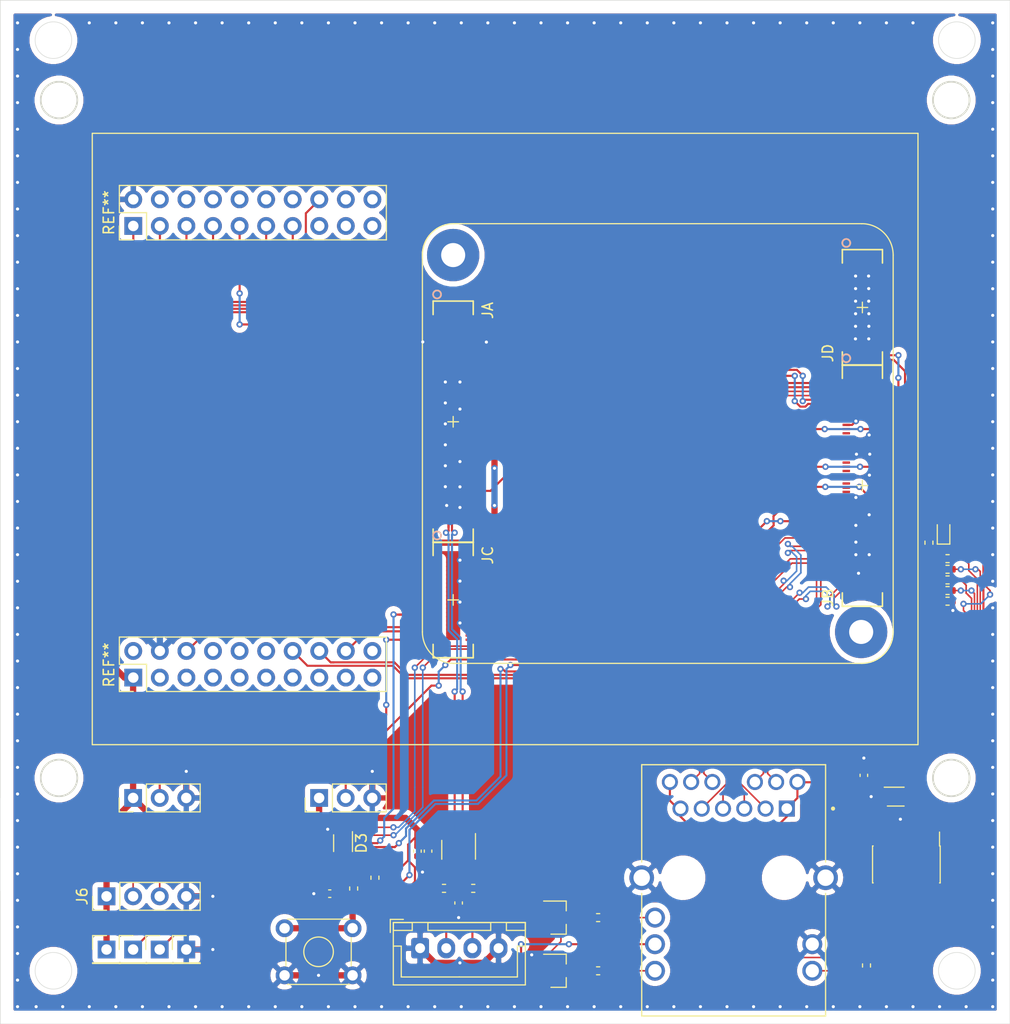
<source format=kicad_pcb>
(kicad_pcb (version 20171130) (host pcbnew "(5.1.9)-1")
  (layers (0 Front signal) (1 In1.Cu signal) (2 In2.Cu signal) (31 Back signal) (34 B.Paste user) (35 F.Paste user) (36 B.SilkS user) (37 F.SilkS user) (38 B.Mask user) (39 F.Mask user) (44 Edge.Cuts user))
  (net 0 "")
  (net 1 /USER_GPIO)
  (net 2 /ADC_U2)
  (net 3 /ADC_U1)
  (net 4 /PWM_TRIG)
  (net 5 /BOOSTXL-3PHGANINV/VREF_ADC)
  (net 6 /BOOSTXL-3PHGANINV/VA)
  (net 7 /BOOSTXL-3PHGANINV/VB)
  (net 8 /BOOSTXL-3PHGANINV/VC)
  (net 9 /ADC_U)
  (net 10 /ADC_V)
  (net 11 /ADC_W)
  (net 12 /BOOSTXL-3PHGANINV/VREF)
  (net 13 /nEnable)
  (net 14 /OT)
  (net 15 /PWM_WL)
  (net 16 /PWM_WH)
  (net 17 /PWM_VL)
  (net 18 /PWM_VH)
  (net 19 /PWM_UL)
  (net 20 /PWM_UH)
  (net 21 "Net-(U1-Pad65)")
  (net 22 "Net-(U1-Pad64)")
  (net 23 "Net-(U1-Pad94)")
  (net 24 "Net-(U1-Pad57)")
  (net 25 "Net-(U1-Pad17)")
  (net 26 "Net-(U1-Pad52)")
  (net 27 "Net-(U1-Pad77)")
  (net 28 "Net-(U1-Pad80)")
  (net 29 "Net-(U1-Pad68)")
  (net 30 "Net-(U1-Pad42)")
  (net 31 "Net-(U1-Pad49)")
  (net 32 "Net-(U1-Pad86)")
  (net 33 "Net-(U1-Pad18)")
  (net 34 "Net-(U1-Pad83)")
  (net 35 "Net-(U1-Pad100)")
  (net 36 "Net-(U1-Pad98)")
  (net 37 "Net-(U1-Pad56)")
  (net 38 "Net-(U1-Pad55)")
  (net 39 "Net-(U1-Pad39)")
  (net 40 "Net-(U1-Pad88)")
  (net 41 "Net-(U1-Pad34)")
  (net 42 "Net-(U1-Pad85)")
  (net 43 "Net-(U1-Pad78)")
  (net 44 "Net-(U1-Pad47)")
  (net 45 "Net-(U1-Pad96)")
  (net 46 "Net-(U1-Pad99)")
  (net 47 "Net-(U1-Pad72)")
  (net 48 "Net-(U1-Pad48)")
  (net 49 "Net-(U1-Pad50)")
  (net 50 "Net-(U1-Pad54)")
  (net 51 "Net-(U1-Pad59)")
  (net 52 "Net-(U1-Pad87)")
  (net 53 "Net-(U1-Pad60)")
  (net 54 "Net-(U1-Pad53)")
  (net 55 "Net-(U1-Pad79)")
  (net 56 "Net-(U1-Pad97)")
  (net 57 "Net-(U1-Pad43)")
  (net 58 "Net-(U1-Pad76)")
  (net 59 "Net-(U1-Pad73)")
  (net 60 "Net-(U1-Pad36)")
  (net 61 "Net-(U1-Pad37)")
  (net 62 "Net-(U1-Pad67)")
  (net 63 "Net-(U1-Pad45)")
  (net 64 "Net-(U1-Pad66)")
  (net 65 "Net-(U1-Pad35)")
  (net 66 "Net-(U1-Pad58)")
  (net 67 "Net-(U1-Pad74)")
  (net 68 "Net-(U1-Pad69)")
  (net 69 "Net-(U1-Pad40)")
  (net 70 "Net-(U1-Pad62)")
  (net 71 "Net-(U1-Pad63)")
  (net 72 "Net-(U1-Pad33)")
  (net 73 "Net-(U1-Pad90)")
  (net 74 "Net-(U1-Pad75)")
  (net 75 "Net-(U1-Pad38)")
  (net 76 "Net-(U1-Pad221)")
  (net 77 "Net-(U1-Pad206)")
  (net 78 "Net-(U1-Pad240)")
  (net 79 "Net-(U1-Pad219)")
  (net 80 "Net-(U1-Pad210)")
  (net 81 "Net-(U1-Pad226)")
  (net 82 "Net-(U1-Pad220)")
  (net 83 "Net-(U1-Pad218)")
  (net 84 "Net-(U1-Pad211)")
  (net 85 "Net-(U1-Pad213)")
  (net 86 "Net-(U1-Pad209)")
  (net 87 "Net-(U1-Pad207)")
  (net 88 "Net-(U1-Pad216)")
  (net 89 "Net-(U1-Pad201)")
  (net 90 "Net-(U1-Pad238)")
  (net 91 "Net-(U1-Pad228)")
  (net 92 "Net-(U1-Pad214)")
  (net 93 "Net-(U1-Pad223)")
  (net 94 "Net-(U1-Pad217)")
  (net 95 "Net-(U1-Pad234)")
  (net 96 "Net-(U1-Pad225)")
  (net 97 "Net-(U1-Pad205)")
  (net 98 "Net-(U1-Pad204)")
  (net 99 "Net-(U1-Pad224)")
  (net 100 "Net-(U1-Pad236)")
  (net 101 "Net-(U1-Pad208)")
  (net 102 "Net-(U1-Pad203)")
  (net 103 "Net-(U1-Pad230)")
  (net 104 "Net-(U1-Pad215)")
  (net 105 "Net-(U1-Pad147)")
  (net 106 "Net-(U1-Pad125)")
  (net 107 "Net-(U1-Pad151)")
  (net 108 "Net-(U1-Pad165)")
  (net 109 "Net-(U1-Pad128)")
  (net 110 "Net-(U1-Pad106)")
  (net 111 "Net-(U1-Pad123)")
  (net 112 "Net-(U1-Pad149)")
  (net 113 "Net-(U1-Pad113)")
  (net 114 "Net-(U1-Pad115)")
  (net 115 "Net-(U1-Pad119)")
  (net 116 "Net-(U1-Pad118)")
  (net 117 "Net-(U1-Pad110)")
  (net 118 "Net-(U1-Pad150)")
  (net 119 "Net-(U1-Pad139)")
  (net 120 "Net-(U1-Pad154)")
  (net 121 "Net-(U1-Pad176)")
  (net 122 "Net-(U1-Pad137)")
  (net 123 "Net-(U1-Pad174)")
  (net 124 "Net-(U1-Pad160)")
  (net 125 "Net-(U1-Pad163)")
  (net 126 "Net-(U1-Pad114)")
  (net 127 "Net-(U1-Pad120)")
  (net 128 "Net-(U1-Pad122)")
  (net 129 "Net-(U1-Pad198)")
  (net 130 "Net-(U1-Pad133)")
  (net 131 "Net-(U1-Pad162)")
  (net 132 "Net-(U1-Pad132)")
  (net 133 "Net-(U1-Pad200)")
  (net 134 "Net-(U1-Pad112)")
  (net 135 "Net-(U1-Pad130)")
  (net 136 "Net-(U1-Pad140)")
  (net 137 "Net-(U1-Pad180)")
  (net 138 "Net-(U1-Pad152)")
  (net 139 "Net-(U1-Pad108)")
  (net 140 "Net-(U1-Pad148)")
  (net 141 "Net-(U1-Pad172)")
  (net 142 "Net-(U1-Pad127)")
  (net 143 "Net-(U1-Pad178)")
  (net 144 "Net-(U1-Pad168)")
  (net 145 "Net-(U1-Pad134)")
  (net 146 "Net-(U1-Pad131)")
  (net 147 "Net-(U1-Pad156)")
  (net 148 "Net-(U1-Pad141)")
  (net 149 "Net-(U1-Pad161)")
  (net 150 "Net-(U1-Pad116)")
  (net 151 "Net-(U1-Pad129)")
  (net 152 "Net-(U1-Pad261)")
  (net 153 "Net-(U1-Pad280)")
  (net 154 "Net-(U1-Pad259)")
  (net 155 "Net-(U1-Pad250)")
  (net 156 "Net-(U1-Pad266)")
  (net 157 "Net-(U1-Pad260)")
  (net 158 "Net-(U1-Pad277)")
  (net 159 "Net-(U1-Pad271)")
  (net 160 "Net-(U1-Pad253)")
  (net 161 "Net-(U1-Pad249)")
  (net 162 "Net-(U1-Pad242)")
  (net 163 "Net-(U1-Pad247)")
  (net 164 "Net-(U1-Pad256)")
  (net 165 "Net-(U1-Pad241)")
  (net 166 "Net-(U1-Pad278)")
  (net 167 "Net-(U1-Pad262)")
  (net 168 "Net-(U1-Pad279)")
  (net 169 "Net-(U1-Pad268)")
  (net 170 "Net-(U1-Pad254)")
  (net 171 "Net-(U1-Pad274)")
  (net 172 "Net-(U1-Pad265)")
  (net 173 "Net-(U1-Pad244)")
  (net 174 "Net-(U1-Pad267)")
  (net 175 "Net-(U1-Pad272)")
  (net 176 "Net-(U1-Pad273)")
  (net 177 "Net-(U1-Pad248)")
  (net 178 "Net-(U1-Pad243)")
  (net 179 "Net-(U1-Pad255)")
  (net 180 /EA1176_SOM/VDD_1V8)
  (net 181 /EA1176_SOM/VSYS_5V)
  (net 182 /ADC_VBUS)
  (net 183 /EA1176_SOM/ADC2_B0)
  (net 184 /EA1176_SOM/ADC2_A2)
  (net 185 /EA1176_SOM/ADC2_B1)
  (net 186 /EA1176_SOM/ADC1_A3)
  (net 187 /EA1176_SOM/ADC1_B2)
  (net 188 /EA1176_SOM/ADC1_B1)
  (net 189 /EA1176_SOM/ADC1_A2)
  (net 190 /EA1176_SOM/ADC1_B0)
  (net 191 /EA1176_SOM/JTAG_VCC)
  (net 192 /EA1176_SOM/JTAG_TMS)
  (net 193 /EA1176_SOM/JTAG_TCK)
  (net 194 /EA1176_SOM/JTAG_TDO)
  (net 195 "Net-(J4-Pad7)")
  (net 196 /EA1176_SOM/JTAG_TDI)
  (net 197 /EA1176_SOM/JTAG_TRST)
  (net 198 /EA1176_SOM/JTAG_MOD)
  (net 199 "Net-(U2-Pad39)")
  (net 200 "Net-(U2-Pad40)")
  (net 201 "Net-(U2-Pad29)")
  (net 202 "Net-(U2-Pad30)")
  (net 203 "Net-(U2-Pad28)")
  (net 204 "Net-(U2-Pad37)")
  (net 205 "Net-(U2-Pad36)")
  (net 206 "Net-(U2-Pad35)")
  (net 207 "Net-(U2-Pad32)")
  (net 208 "Net-(U2-Pad34)")
  (net 209 "Net-(U2-Pad33)")
  (net 210 "Net-(U2-Pad3)")
  (net 211 "Net-(U2-Pad8)")
  (net 212 "Net-(U2-Pad7)")
  (net 213 "Net-(U2-Pad10)")
  (net 214 "Net-(U2-Pad4)")
  (net 215 "Net-(U2-Pad2)")
  (net 216 "Net-(U2-Pad9)")
  (net 217 "Net-(U2-Pad5)")
  (net 218 "Net-(U2-Pad11)")
  (net 219 "Net-(C1-Pad1)")
  (net 220 GND)
  (net 221 /EA1176_SOM/ETH1_TRXP0)
  (net 222 /EA1176_SOM/ETH1_TRXN1)
  (net 223 /EA1176_SOM/ETH1_TRXN0)
  (net 224 /EA1176_SOM/ETH1_TRXP1)
  (net 225 "Net-(J2-Pad14)")
  (net 226 "Net-(J2-Pad15)")
  (net 227 /EA1176_SOM/ETH1_TRXN2)
  (net 228 /EA1176_SOM/ETH1_TRXP2)
  (net 229 /EA1176_SOM/ETH1_TRXP3)
  (net 230 /EA1176_SOM/ETH1_TRXN3)
  (net 231 "Net-(J2-Pad17)")
  (net 232 /EA1176_SOM/ETH1_LED_1000)
  (net 233 "Net-(Q1-Pad3)")
  (net 234 "Net-(Q2-Pad3)")
  (net 235 /EA1176_SOM/ETH1_LED_10_100)
  (net 236 /EA1176_SOM/ETH1_LED_ACT)
  (net 237 +3V3)
  (net 238 "Net-(C5-Pad2)")
  (net 239 /CAN-)
  (net 240 /CAN+)
  (net 241 /CAN1_EXT_TICK)
  (net 242 /CAN1_RX)
  (net 243 /CAN1_TX)
  (net 244 "Net-(U3-Pad5)")
  (net 245 "Net-(U3-Pad8)")
  (net 246 /USER_SW)
  (net 247 /EA1176_SOM/POR_B)
  (net 248 /EA1176_SOM/Conn_RST)
  (net 249 /EA1176_SOM/Conn_TDI)
  (net 250 /EA1176_SOM/Conn_TCK)
  (net 251 /EA1176_SOM/Conn_TDO)
  (net 252 /EA1176_SOM/Conn_TMS)
  (net 253 /USER_SW_BTN)
  (net 254 /UART_RX)
  (net 255 /UART_TX)
  (module iMXRT1176uCOM:iMXRT1176uCOM (layer Front) (at -13.3477 -68.1482 90)
    (fp_text reference U1 hide)
    (fp_text value iMXRT1176uCOM)
    (fp_text user JA (at 12.7 -16.256 90) (layer F.SilkS))
    (fp_text user JC (at -10.668 -16.256 90) (layer F.SilkS))
    (fp_text user JB (at -14.732 16.256 90) (layer F.SilkS))
    (fp_text user JD (at 8.636 16.256 90) (layer F.SilkS))
    (pad 28 smd rect (at 6.674998 -18.018001 90) (size 0.2286 0.7112) (layers Front F.Paste F.Mask) (net 237 +3V3))
    (pad 65 smd rect (at -0.924999 -21.097999 90) (size 0.2286 0.7112) (layers Front F.Paste F.Mask) (net 21 "Net-(U1-Pad65)"))
    (pad 23 smd rect (at 7.474999 -21.097999 90) (size 0.2286 0.7112) (layers Front F.Paste F.Mask) (net 180 /EA1176_SOM/VDD_1V8))
    (pad 4 smd rect (at 11.474999 -18.018001 90) (size 0.2286 0.7112) (layers Front F.Paste F.Mask) (net 181 /EA1176_SOM/VSYS_5V))
    (pad 21 smd rect (at 7.874999 -21.097999 90) (size 0.2286 0.7112) (layers Front F.Paste F.Mask) (net 180 /EA1176_SOM/VDD_1V8))
    (pad 89 smd rect (at -5.725 -21.097999 90) (size 0.2286 0.7112) (layers Front F.Paste F.Mask) (net 241 /CAN1_EXT_TICK))
    (pad 64 smd rect (at -0.525 -18.018001 90) (size 0.2286 0.7112) (layers Front F.Paste F.Mask) (net 22 "Net-(U1-Pad64)"))
    (pad 94 smd rect (at -6.524998 -18.018001 90) (size 0.2286 0.7112) (layers Front F.Paste F.Mask) (net 23 "Net-(U1-Pad94)"))
    (pad 57 smd rect (at 0.675 -21.097999 90) (size 0.2286 0.7112) (layers Front F.Paste F.Mask) (net 24 "Net-(U1-Pad57)"))
    (pad 17 smd rect (at 8.674999 -21.097999 90) (size 0.2286 0.7112) (layers Front F.Paste F.Mask) (net 25 "Net-(U1-Pad17)"))
    (pad 7 smd rect (at 10.674998 -21.097999 90) (size 0.2286 0.7112) (layers Front F.Paste F.Mask) (net 181 /EA1176_SOM/VSYS_5V))
    (pad 9 smd rect (at 10.274999 -21.097999 90) (size 0.2286 0.7112) (layers Front F.Paste F.Mask) (net 220 GND))
    (pad 15 smd rect (at 9.074999 -21.097999 90) (size 0.2286 0.7112) (layers Front F.Paste F.Mask) (net 220 GND))
    (pad 19 smd rect (at 8.275 -21.097999 90) (size 0.2286 0.7112) (layers Front F.Paste F.Mask) (net 180 /EA1176_SOM/VDD_1V8))
    (pad 52 smd rect (at 1.875 -18.018001 90) (size 0.2286 0.7112) (layers Front F.Paste F.Mask) (net 26 "Net-(U1-Pad52)"))
    (pad 77 smd rect (at -3.324999 -21.097999 90) (size 0.2286 0.7112) (layers Front F.Paste F.Mask) (net 27 "Net-(U1-Pad77)"))
    (pad 25 smd rect (at 7.075 -21.097999 90) (size 0.2286 0.7112) (layers Front F.Paste F.Mask) (net 180 /EA1176_SOM/VDD_1V8))
    (pad 27 smd rect (at 6.674998 -21.097999 90) (size 0.2286 0.7112) (layers Front F.Paste F.Mask) (net 180 /EA1176_SOM/VDD_1V8))
    (pad 80 smd rect (at -3.724999 -18.018001 90) (size 0.2286 0.7112) (layers Front F.Paste F.Mask) (net 28 "Net-(U1-Pad80)"))
    (pad 68 smd rect (at -1.325001 -18.018001 90) (size 0.2286 0.7112) (layers Front F.Paste F.Mask) (net 29 "Net-(U1-Pad68)"))
    (pad 82 smd rect (at -4.125 -18.018001 90) (size 0.2286 0.7112) (layers Front F.Paste F.Mask) (net 220 GND))
    (pad 42 smd rect (at 3.874999 -18.018001 90) (size 0.2286 0.7112) (layers Front F.Paste F.Mask) (net 30 "Net-(U1-Pad42)"))
    (pad 32 smd rect (at 5.875 -18.018001 90) (size 0.2286 0.7112) (layers Front F.Paste F.Mask) (net 220 GND))
    (pad 49 smd rect (at 2.275 -21.097999 90) (size 0.2286 0.7112) (layers Front F.Paste F.Mask) (net 31 "Net-(U1-Pad49)"))
    (pad 51 smd rect (at 1.875 -21.097999 90) (size 0.2286 0.7112) (layers Front F.Paste F.Mask) (net 220 GND))
    (pad 86 smd rect (at -4.924999 -18.018001 90) (size 0.2286 0.7112) (layers Front F.Paste F.Mask) (net 32 "Net-(U1-Pad86)"))
    (pad 11 smd rect (at 9.875 -21.097999 90) (size 0.2286 0.7112) (layers Front F.Paste F.Mask) (net 220 GND))
    (pad 18 smd rect (at 8.674999 -18.018001 90) (size 0.2286 0.7112) (layers Front F.Paste F.Mask) (net 33 "Net-(U1-Pad18)"))
    (pad 83 smd rect (at -4.524999 -21.097999 90) (size 0.2286 0.7112) (layers Front F.Paste F.Mask) (net 34 "Net-(U1-Pad83)"))
    (pad 100 smd rect (at -7.724998 -18.018001 90) (size 0.2286 0.7112) (layers Front F.Paste F.Mask) (net 35 "Net-(U1-Pad100)"))
    (pad 98 smd rect (at -7.324999 -18.018001 90) (size 0.2286 0.7112) (layers Front F.Paste F.Mask) (net 36 "Net-(U1-Pad98)"))
    (pad 6 smd rect (at 11.075 -18.018001 90) (size 0.2286 0.7112) (layers Front F.Paste F.Mask) (net 181 /EA1176_SOM/VSYS_5V))
    (pad 10 smd rect (at 10.274999 -18.018001 90) (size 0.2286 0.7112) (layers Front F.Paste F.Mask) (net 220 GND))
    (pad 56 smd rect (at 1.074999 -18.018001 90) (size 0.2286 0.7112) (layers Front F.Paste F.Mask) (net 37 "Net-(U1-Pad56)"))
    (pad 13 smd rect (at 9.474998 -21.097999 90) (size 0.2286 0.7112) (layers Front F.Paste F.Mask) (net 220 GND))
    (pad 12 smd rect (at 9.875 -18.018001 90) (size 0.2286 0.7112) (layers Front F.Paste F.Mask) (net 220 GND))
    (pad 46 smd rect (at 3.075001 -18.018001 90) (size 0.2286 0.7112) (layers Front F.Paste F.Mask) (net 220 GND))
    (pad 55 smd rect (at 1.074999 -21.097999 90) (size 0.2286 0.7112) (layers Front F.Paste F.Mask) (net 38 "Net-(U1-Pad55)"))
    (pad 39 smd rect (at 4.275001 -21.097999 90) (size 0.2286 0.7112) (layers Front F.Paste F.Mask) (net 39 "Net-(U1-Pad39)"))
    (pad 88 smd rect (at -5.325 -18.018001 90) (size 0.2286 0.7112) (layers Front F.Paste F.Mask) (net 40 "Net-(U1-Pad88)"))
    (pad 34 smd rect (at 5.474998 -18.018001 90) (size 0.2286 0.7112) (layers Front F.Paste F.Mask) (net 41 "Net-(U1-Pad34)"))
    (pad 85 smd rect (at -4.924999 -21.097999 90) (size 0.2286 0.7112) (layers Front F.Paste F.Mask) (net 42 "Net-(U1-Pad85)"))
    (pad 81 smd rect (at -4.125 -21.097999 90) (size 0.2286 0.7112) (layers Front F.Paste F.Mask) (net 220 GND))
    (pad 78 smd rect (at -3.324999 -18.018001 90) (size 0.2286 0.7112) (layers Front F.Paste F.Mask) (net 43 "Net-(U1-Pad78)"))
    (pad 5 smd rect (at 11.075 -21.097999 90) (size 0.2286 0.7112) (layers Front F.Paste F.Mask) (net 181 /EA1176_SOM/VSYS_5V))
    (pad 47 smd rect (at 2.674999 -21.097999 90) (size 0.2286 0.7112) (layers Front F.Paste F.Mask) (net 44 "Net-(U1-Pad47)"))
    (pad 8 smd rect (at 10.674998 -18.018001 90) (size 0.2286 0.7112) (layers Front F.Paste F.Mask) (net 181 /EA1176_SOM/VSYS_5V))
    (pad 96 smd rect (at -6.925 -18.018001 90) (size 0.2286 0.7112) (layers Front F.Paste F.Mask) (net 45 "Net-(U1-Pad96)"))
    (pad 24 smd rect (at 7.474999 -18.018001 90) (size 0.2286 0.7112) (layers Front F.Paste F.Mask) (net 237 +3V3))
    (pad 99 smd rect (at -7.724998 -21.097999 90) (size 0.2286 0.7112) (layers Front F.Paste F.Mask) (net 46 "Net-(U1-Pad99)"))
    (pad 95 smd rect (at -6.925 -21.097999 90) (size 0.2286 0.7112) (layers Front F.Paste F.Mask) (net 242 /CAN1_RX))
    (pad 16 smd rect (at 9.074999 -18.018001 90) (size 0.2286 0.7112) (layers Front F.Paste F.Mask) (net 220 GND))
    (pad 3 smd rect (at 11.474999 -21.097999 90) (size 0.2286 0.7112) (layers Front F.Paste F.Mask) (net 181 /EA1176_SOM/VSYS_5V))
    (pad 72 smd rect (at -2.124999 -18.018001 90) (size 0.2286 0.7112) (layers Front F.Paste F.Mask) (net 47 "Net-(U1-Pad72)"))
    (pad 48 smd rect (at 2.674999 -18.018001 90) (size 0.2286 0.7112) (layers Front F.Paste F.Mask) (net 48 "Net-(U1-Pad48)"))
    (pad 50 smd rect (at 2.275 -18.018001 90) (size 0.2286 0.7112) (layers Front F.Paste F.Mask) (net 49 "Net-(U1-Pad50)"))
    (pad 54 smd rect (at 1.474999 -18.018001 90) (size 0.2286 0.7112) (layers Front F.Paste F.Mask) (net 50 "Net-(U1-Pad54)"))
    (pad 14 smd rect (at 9.474998 -18.018001 90) (size 0.2286 0.7112) (layers Front F.Paste F.Mask) (net 220 GND))
    (pad 84 smd rect (at -4.524999 -18.018001 90) (size 0.2286 0.7112) (layers Front F.Paste F.Mask) (net 16 /PWM_WH))
    (pad 20 smd rect (at 8.275 -18.018001 90) (size 0.2286 0.7112) (layers Front F.Paste F.Mask) (net 237 +3V3))
    (pad 59 smd rect (at 0.275001 -21.097999 90) (size 0.2286 0.7112) (layers Front F.Paste F.Mask) (net 51 "Net-(U1-Pad59)"))
    (pad 87 smd rect (at -5.325 -21.097999 90) (size 0.2286 0.7112) (layers Front F.Paste F.Mask) (net 52 "Net-(U1-Pad87)"))
    (pad 60 smd rect (at 0.275001 -18.018001 90) (size 0.2286 0.7112) (layers Front F.Paste F.Mask) (net 53 "Net-(U1-Pad60)"))
    (pad 53 smd rect (at 1.474999 -21.097999 90) (size 0.2286 0.7112) (layers Front F.Paste F.Mask) (net 54 "Net-(U1-Pad53)"))
    (pad 79 smd rect (at -3.724999 -21.097999 90) (size 0.2286 0.7112) (layers Front F.Paste F.Mask) (net 55 "Net-(U1-Pad79)"))
    (pad 29 smd rect (at 6.274999 -21.097999 90) (size 0.2286 0.7112) (layers Front F.Paste F.Mask) (net 180 /EA1176_SOM/VDD_1V8))
    (pad 97 smd rect (at -7.324999 -21.097999 90) (size 0.2286 0.7112) (layers Front F.Paste F.Mask) (net 56 "Net-(U1-Pad97)"))
    (pad 43 smd rect (at 3.475 -21.097999 90) (size 0.2286 0.7112) (layers Front F.Paste F.Mask) (net 57 "Net-(U1-Pad43)"))
    (pad 31 smd rect (at 5.875 -21.097999 90) (size 0.2286 0.7112) (layers Front F.Paste F.Mask) (net 220 GND))
    (pad 22 smd rect (at 7.874999 -18.018001 90) (size 0.2286 0.7112) (layers Front F.Paste F.Mask) (net 237 +3V3))
    (pad 26 smd rect (at 7.075 -18.018001 90) (size 0.2286 0.7112) (layers Front F.Paste F.Mask) (net 237 +3V3))
    (pad 76 smd rect (at -2.925 -18.018001 90) (size 0.2286 0.7112) (layers Front F.Paste F.Mask) (net 58 "Net-(U1-Pad76)"))
    (pad 73 smd rect (at -2.524998 -21.097999 90) (size 0.2286 0.7112) (layers Front F.Paste F.Mask) (net 59 "Net-(U1-Pad73)"))
    (pad 36 smd rect (at 5.074999 -18.018001 90) (size 0.2286 0.7112) (layers Front F.Paste F.Mask) (net 60 "Net-(U1-Pad36)"))
    (pad 2 smd rect (at 11.874998 -18.018001 90) (size 0.2286 0.7112) (layers Front F.Paste F.Mask) (net 181 /EA1176_SOM/VSYS_5V))
    (pad 1 smd rect (at 11.874998 -21.097999 90) (size 0.2286 0.7112) (layers Front F.Paste F.Mask) (net 181 /EA1176_SOM/VSYS_5V))
    (pad 37 smd rect (at 4.675 -21.097999 90) (size 0.2286 0.7112) (layers Front F.Paste F.Mask) (net 61 "Net-(U1-Pad37)"))
    (pad 67 smd rect (at -1.325001 -21.097999 90) (size 0.2286 0.7112) (layers Front F.Paste F.Mask) (net 62 "Net-(U1-Pad67)"))
    (pad 45 smd rect (at 3.075001 -21.097999 90) (size 0.2286 0.7112) (layers Front F.Paste F.Mask) (net 63 "Net-(U1-Pad45)"))
    (pad 66 smd rect (at -0.924999 -18.018001 90) (size 0.2286 0.7112) (layers Front F.Paste F.Mask) (net 64 "Net-(U1-Pad66)"))
    (pad 91 smd rect (at -6.124999 -21.097999 90) (size 0.2286 0.7112) (layers Front F.Paste F.Mask) (net 220 GND))
    (pad 41 smd rect (at 3.874999 -21.097999 90) (size 0.2286 0.7112) (layers Front F.Paste F.Mask) (net 220 GND))
    (pad 35 smd rect (at 5.074999 -21.097999 90) (size 0.2286 0.7112) (layers Front F.Paste F.Mask) (net 65 "Net-(U1-Pad35)"))
    (pad 58 smd rect (at 0.675 -18.018001 90) (size 0.2286 0.7112) (layers Front F.Paste F.Mask) (net 66 "Net-(U1-Pad58)"))
    (pad 61 smd rect (at -0.125001 -21.097999 90) (size 0.2286 0.7112) (layers Front F.Paste F.Mask) (net 220 GND))
    (pad 74 smd rect (at -2.524998 -18.018001 90) (size 0.2286 0.7112) (layers Front F.Paste F.Mask) (net 67 "Net-(U1-Pad74)"))
    (pad 30 smd rect (at 6.274999 -18.018001 90) (size 0.2286 0.7112) (layers Front F.Paste F.Mask) (net 237 +3V3))
    (pad 69 smd rect (at -1.725 -21.097999 90) (size 0.2286 0.7112) (layers Front F.Paste F.Mask) (net 68 "Net-(U1-Pad69)"))
    (pad 92 smd rect (at -6.124999 -18.018001 90) (size 0.2286 0.7112) (layers Front F.Paste F.Mask) (net 220 GND))
    (pad 40 smd rect (at 4.275001 -18.018001 90) (size 0.2286 0.7112) (layers Front F.Paste F.Mask) (net 69 "Net-(U1-Pad40)"))
    (pad 62 smd rect (at -0.125001 -18.018001 90) (size 0.2286 0.7112) (layers Front F.Paste F.Mask) (net 70 "Net-(U1-Pad62)"))
    (pad 71 smd rect (at -2.124999 -21.097999 90) (size 0.2286 0.7112) (layers Front F.Paste F.Mask) (net 220 GND))
    (pad 63 smd rect (at -0.525 -21.097999 90) (size 0.2286 0.7112) (layers Front F.Paste F.Mask) (net 71 "Net-(U1-Pad63)"))
    (pad 33 smd rect (at 5.474998 -21.097999 90) (size 0.2286 0.7112) (layers Front F.Paste F.Mask) (net 72 "Net-(U1-Pad33)"))
    (pad 90 smd rect (at -5.725 -18.018001 90) (size 0.2286 0.7112) (layers Front F.Paste F.Mask) (net 73 "Net-(U1-Pad90)"))
    (pad 70 smd rect (at -1.725 -18.018001 90) (size 0.2286 0.7112) (layers Front F.Paste F.Mask) (net 220 GND))
    (pad 75 smd rect (at -2.925 -21.097999 90) (size 0.2286 0.7112) (layers Front F.Paste F.Mask) (net 74 "Net-(U1-Pad75)"))
    (pad 93 smd rect (at -6.524998 -21.097999 90) (size 0.2286 0.7112) (layers Front F.Paste F.Mask) (net 243 /CAN1_TX))
    (pad 44 smd rect (at 3.475 -18.018001 90) (size 0.2286 0.7112) (layers Front F.Paste F.Mask) (net 220 GND))
    (pad 38 smd rect (at 4.675 -18.018001 90) (size 0.2286 0.7112) (layers Front F.Paste F.Mask) (net 75 "Net-(U1-Pad38)"))
    (pad 221 smd rect (at -15.143 -21.097999 90) (size 0.2286 0.7112) (layers Front F.Paste F.Mask) (net 76 "Net-(U1-Pad221)"))
    (pad 206 smd rect (at -11.943001 -18.018001 90) (size 0.2286 0.7112) (layers Front F.Paste F.Mask) (net 77 "Net-(U1-Pad206)"))
    (pad 240 smd rect (at -18.743 -18.018001 90) (size 0.2286 0.7112) (layers Front F.Paste F.Mask) (net 78 "Net-(U1-Pad240)"))
    (pad 219 smd rect (at -14.743 -21.097999 90) (size 0.2286 0.7112) (layers Front F.Paste F.Mask) (net 79 "Net-(U1-Pad219)"))
    (pad 210 smd rect (at -12.742999 -18.018001 90) (size 0.2286 0.7112) (layers Front F.Paste F.Mask) (net 80 "Net-(U1-Pad210)"))
    (pad 226 smd rect (at -15.943001 -18.018001 90) (size 0.2286 0.7112) (layers Front F.Paste F.Mask) (net 81 "Net-(U1-Pad226)"))
    (pad 220 smd rect (at -14.743 -18.018001 90) (size 0.2286 0.7112) (layers Front F.Paste F.Mask) (net 82 "Net-(U1-Pad220)"))
    (pad 218 smd rect (at -14.343001 -18.018001 90) (size 0.2286 0.7112) (layers Front F.Paste F.Mask) (net 83 "Net-(U1-Pad218)"))
    (pad 237 smd rect (at -18.343001 -21.097999 90) (size 0.2286 0.7112) (layers Front F.Paste F.Mask) (net 183 /EA1176_SOM/ADC2_B0))
    (pad 211 smd rect (at -13.143001 -21.097999 90) (size 0.2286 0.7112) (layers Front F.Paste F.Mask) (net 84 "Net-(U1-Pad211)"))
    (pad 231 smd rect (at -17.143001 -21.097999 90) (size 0.2286 0.7112) (layers Front F.Paste F.Mask) (net 184 /EA1176_SOM/ADC2_A2))
    (pad 213 smd rect (at -13.543 -21.097999 90) (size 0.2286 0.7112) (layers Front F.Paste F.Mask) (net 85 "Net-(U1-Pad213)"))
    (pad 235 smd rect (at -17.942999 -21.097999 90) (size 0.2286 0.7112) (layers Front F.Paste F.Mask) (net 11 /ADC_W))
    (pad 209 smd rect (at -12.742999 -21.097999 90) (size 0.2286 0.7112) (layers Front F.Paste F.Mask) (net 86 "Net-(U1-Pad209)"))
    (pad 202 smd rect (at -11.143 -18.018001 90) (size 0.2286 0.7112) (layers Front F.Paste F.Mask) (net 220 GND))
    (pad 207 smd rect (at -12.343 -21.097999 90) (size 0.2286 0.7112) (layers Front F.Paste F.Mask) (net 87 "Net-(U1-Pad207)"))
    (pad 216 smd rect (at -13.942999 -18.018001 90) (size 0.2286 0.7112) (layers Front F.Paste F.Mask) (net 88 "Net-(U1-Pad216)"))
    (pad 201 smd rect (at -11.143 -21.097999 90) (size 0.2286 0.7112) (layers Front F.Paste F.Mask) (net 89 "Net-(U1-Pad201)"))
    (pad 212 smd rect (at -13.143001 -18.018001 90) (size 0.2286 0.7112) (layers Front F.Paste F.Mask) (net 220 GND))
    (pad 238 smd rect (at -18.343001 -18.018001 90) (size 0.2286 0.7112) (layers Front F.Paste F.Mask) (net 90 "Net-(U1-Pad238)"))
    (pad 222 smd rect (at -15.143 -18.018001 90) (size 0.2286 0.7112) (layers Front F.Paste F.Mask) (net 220 GND))
    (pad 239 smd rect (at -18.743 -21.097999 90) (size 0.2286 0.7112) (layers Front F.Paste F.Mask) (net 2 /ADC_U2))
    (pad 228 smd rect (at -16.343 -18.018001 90) (size 0.2286 0.7112) (layers Front F.Paste F.Mask) (net 91 "Net-(U1-Pad228)"))
    (pad 214 smd rect (at -13.543 -18.018001 90) (size 0.2286 0.7112) (layers Front F.Paste F.Mask) (net 92 "Net-(U1-Pad214)"))
    (pad 223 smd rect (at -15.542999 -21.097999 90) (size 0.2286 0.7112) (layers Front F.Paste F.Mask) (net 93 "Net-(U1-Pad223)"))
    (pad 217 smd rect (at -14.343001 -21.097999 90) (size 0.2286 0.7112) (layers Front F.Paste F.Mask) (net 94 "Net-(U1-Pad217)"))
    (pad 234 smd rect (at -17.543 -18.018001 90) (size 0.2286 0.7112) (layers Front F.Paste F.Mask) (net 95 "Net-(U1-Pad234)"))
    (pad 225 smd rect (at -15.943001 -21.097999 90) (size 0.2286 0.7112) (layers Front F.Paste F.Mask) (net 96 "Net-(U1-Pad225)"))
    (pad 205 smd rect (at -11.943001 -21.097999 90) (size 0.2286 0.7112) (layers Front F.Paste F.Mask) (net 97 "Net-(U1-Pad205)"))
    (pad 204 smd rect (at -11.543002 -18.018001 90) (size 0.2286 0.7112) (layers Front F.Paste F.Mask) (net 98 "Net-(U1-Pad204)"))
    (pad 224 smd rect (at -15.542999 -18.018001 90) (size 0.2286 0.7112) (layers Front F.Paste F.Mask) (net 99 "Net-(U1-Pad224)"))
    (pad 236 smd rect (at -17.942999 -18.018001 90) (size 0.2286 0.7112) (layers Front F.Paste F.Mask) (net 100 "Net-(U1-Pad236)"))
    (pad 229 smd rect (at -16.742999 -21.097999 90) (size 0.2286 0.7112) (layers Front F.Paste F.Mask) (net 185 /EA1176_SOM/ADC2_B1))
    (pad 227 smd rect (at -16.343 -21.097999 90) (size 0.2286 0.7112) (layers Front F.Paste F.Mask) (net 1 /USER_GPIO))
    (pad 232 smd rect (at -17.143001 -18.018001 90) (size 0.2286 0.7112) (layers Front F.Paste F.Mask) (net 220 GND))
    (pad 233 smd rect (at -17.543 -21.097999 90) (size 0.2286 0.7112) (layers Front F.Paste F.Mask) (net 182 /ADC_VBUS))
    (pad 208 smd rect (at -12.343 -18.018001 90) (size 0.2286 0.7112) (layers Front F.Paste F.Mask) (net 101 "Net-(U1-Pad208)"))
    (pad 203 smd rect (at -11.543002 -21.097999 90) (size 0.2286 0.7112) (layers Front F.Paste F.Mask) (net 102 "Net-(U1-Pad203)"))
    (pad 230 smd rect (at -16.742999 -18.018001 90) (size 0.2286 0.7112) (layers Front F.Paste F.Mask) (net 103 "Net-(U1-Pad230)"))
    (pad 215 smd rect (at -13.942999 -21.097999 90) (size 0.2286 0.7112) (layers Front F.Paste F.Mask) (net 104 "Net-(U1-Pad215)"))
    (pad 121 smd rect (at 1.778999 18.018001 90) (size 0.2286 0.7112) (layers Front F.Paste F.Mask) (net 220 GND))
    (pad 195 smd rect (at -13.021 18.018001 90) (size 0.2286 0.7112) (layers Front F.Paste F.Mask) (net 220 GND))
    (pad 164 smd rect (at -6.621 21.097999 90) (size 0.2286 0.7112) (layers Front F.Paste F.Mask) (net 220 GND))
    (pad 194 smd rect (at -12.620998 21.097999 90) (size 0.2286 0.7112) (layers Front F.Paste F.Mask) (net 197 /EA1176_SOM/JTAG_TRST))
    (pad 147 smd rect (at -3.421001 18.018001 90) (size 0.2286 0.7112) (layers Front F.Paste F.Mask) (net 105 "Net-(U1-Pad147)"))
    (pad 125 smd rect (at 0.979 18.018001 90) (size 0.2286 0.7112) (layers Front F.Paste F.Mask) (net 106 "Net-(U1-Pad125)"))
    (pad 104 smd rect (at 5.378999 21.097999 90) (size 0.2286 0.7112) (layers Front F.Paste F.Mask) (net 186 /EA1176_SOM/ADC1_A3))
    (pad 151 smd rect (at -4.221 18.018001 90) (size 0.2286 0.7112) (layers Front F.Paste F.Mask) (net 107 "Net-(U1-Pad151)"))
    (pad 165 smd rect (at -7.020999 18.018001 90) (size 0.2286 0.7112) (layers Front F.Paste F.Mask) (net 108 "Net-(U1-Pad165)"))
    (pad 128 smd rect (at 0.578998 21.097999 90) (size 0.2286 0.7112) (layers Front F.Paste F.Mask) (net 109 "Net-(U1-Pad128)"))
    (pad 136 smd rect (at -1.021001 21.097999 90) (size 0.2286 0.7112) (layers Front F.Paste F.Mask) (net 220 GND))
    (pad 124 smd rect (at 1.378999 21.097999 90) (size 0.2286 0.7112) (layers Front F.Paste F.Mask) (net 3 /ADC_U1))
    (pad 105 smd rect (at 4.979 18.018001 90) (size 0.2286 0.7112) (layers Front F.Paste F.Mask) (net 254 /UART_RX))
    (pad 106 smd rect (at 4.979 21.097999 90) (size 0.2286 0.7112) (layers Front F.Paste F.Mask) (net 110 "Net-(U1-Pad106)"))
    (pad 199 smd rect (at -13.820998 18.018001 90) (size 0.2286 0.7112) (layers Front F.Paste F.Mask) (net 228 /EA1176_SOM/ETH1_TRXP2))
    (pad 109 smd rect (at 4.178999 18.018001 90) (size 0.2286 0.7112) (layers Front F.Paste F.Mask) (net 17 /PWM_VL))
    (pad 123 smd rect (at 1.378999 18.018001 90) (size 0.2286 0.7112) (layers Front F.Paste F.Mask) (net 111 "Net-(U1-Pad123)"))
    (pad 102 smd rect (at 5.778998 21.097999 90) (size 0.2286 0.7112) (layers Front F.Paste F.Mask) (net 15 /PWM_WL))
    (pad 107 smd rect (at 4.578998 18.018001 90) (size 0.2286 0.7112) (layers Front F.Paste F.Mask) (net 255 /UART_TX))
    (pad 149 smd rect (at -3.821 18.018001 90) (size 0.2286 0.7112) (layers Front F.Paste F.Mask) (net 112 "Net-(U1-Pad149)"))
    (pad 113 smd rect (at 3.378998 18.018001 90) (size 0.2286 0.7112) (layers Front F.Paste F.Mask) (net 113 "Net-(U1-Pad113)"))
    (pad 184 smd rect (at -10.620999 21.097999 90) (size 0.2286 0.7112) (layers Front F.Paste F.Mask) (net 220 GND))
    (pad 115 smd rect (at 2.978999 18.018001 90) (size 0.2286 0.7112) (layers Front F.Paste F.Mask) (net 114 "Net-(U1-Pad115)"))
    (pad 189 smd rect (at -11.821 18.018001 90) (size 0.2286 0.7112) (layers Front F.Paste F.Mask) (net 220 GND))
    (pad 177 smd rect (at -9.420999 18.018001 90) (size 0.2286 0.7112) (layers Front F.Paste F.Mask) (net 220 GND))
    (pad 157 smd rect (at -5.421 18.018001 90) (size 0.2286 0.7112) (layers Front F.Paste F.Mask) (net 9 /ADC_U))
    (pad 119 smd rect (at 2.179 18.018001 90) (size 0.2286 0.7112) (layers Front F.Paste F.Mask) (net 115 "Net-(U1-Pad119)"))
    (pad 117 smd rect (at 2.578999 18.018001 90) (size 0.2286 0.7112) (layers Front F.Paste F.Mask) (net 220 GND))
    (pad 118 smd rect (at 2.578999 21.097999 90) (size 0.2286 0.7112) (layers Front F.Paste F.Mask) (net 116 "Net-(U1-Pad118)"))
    (pad 197 smd rect (at -13.420999 18.018001 90) (size 0.2286 0.7112) (layers Front F.Paste F.Mask) (net 227 /EA1176_SOM/ETH1_TRXN2))
    (pad 110 smd rect (at 4.178999 21.097999 90) (size 0.2286 0.7112) (layers Front F.Paste F.Mask) (net 117 "Net-(U1-Pad110)"))
    (pad 179 smd rect (at -9.820999 18.018001 90) (size 0.2286 0.7112) (layers Front F.Paste F.Mask) (net 224 /EA1176_SOM/ETH1_TRXP1))
    (pad 126 smd rect (at 0.979 21.097999 90) (size 0.2286 0.7112) (layers Front F.Paste F.Mask) (net 220 GND))
    (pad 150 smd rect (at -3.821 21.097999 90) (size 0.2286 0.7112) (layers Front F.Paste F.Mask) (net 118 "Net-(U1-Pad150)"))
    (pad 190 smd rect (at -11.821 21.097999 90) (size 0.2286 0.7112) (layers Front F.Paste F.Mask) (net 196 /EA1176_SOM/JTAG_TDI))
    (pad 187 smd rect (at -11.421 18.018001 90) (size 0.2286 0.7112) (layers Front F.Paste F.Mask) (net 223 /EA1176_SOM/ETH1_TRXN0))
    (pad 139 smd rect (at -1.820999 18.018001 90) (size 0.2286 0.7112) (layers Front F.Paste F.Mask) (net 119 "Net-(U1-Pad139)"))
    (pad 154 smd rect (at -4.621001 21.097999 90) (size 0.2286 0.7112) (layers Front F.Paste F.Mask) (net 120 "Net-(U1-Pad154)"))
    (pad 143 smd rect (at -2.621 18.018001 90) (size 0.2286 0.7112) (layers Front F.Paste F.Mask) (net 187 /EA1176_SOM/ADC1_B2))
    (pad 176 smd rect (at -9.021 21.097999 90) (size 0.2286 0.7112) (layers Front F.Paste F.Mask) (net 121 "Net-(U1-Pad176)"))
    (pad 153 smd rect (at -4.621001 18.018001 90) (size 0.2286 0.7112) (layers Front F.Paste F.Mask) (net 188 /EA1176_SOM/ADC1_B1))
    (pad 137 smd rect (at -1.421 18.018001 90) (size 0.2286 0.7112) (layers Front F.Paste F.Mask) (net 122 "Net-(U1-Pad137)"))
    (pad 145 smd rect (at -3.020999 18.018001 90) (size 0.2286 0.7112) (layers Front F.Paste F.Mask) (net 189 /EA1176_SOM/ADC1_A2))
    (pad 174 smd rect (at -8.620998 21.097999 90) (size 0.2286 0.7112) (layers Front F.Paste F.Mask) (net 123 "Net-(U1-Pad174)"))
    (pad 160 smd rect (at -5.820999 21.097999 90) (size 0.2286 0.7112) (layers Front F.Paste F.Mask) (net 124 "Net-(U1-Pad160)"))
    (pad 167 smd rect (at -7.421001 18.018001 90) (size 0.2286 0.7112) (layers Front F.Paste F.Mask) (net 10 /ADC_V))
    (pad 191 smd rect (at -12.220999 18.018001 90) (size 0.2286 0.7112) (layers Front F.Paste F.Mask) (net 230 /EA1176_SOM/ETH1_TRXN3))
    (pad 163 smd rect (at -6.621 18.018001 90) (size 0.2286 0.7112) (layers Front F.Paste F.Mask) (net 125 "Net-(U1-Pad163)"))
    (pad 114 smd rect (at 3.378998 21.097999 90) (size 0.2286 0.7112) (layers Front F.Paste F.Mask) (net 126 "Net-(U1-Pad114)"))
    (pad 120 smd rect (at 2.179 21.097999 90) (size 0.2286 0.7112) (layers Front F.Paste F.Mask) (net 127 "Net-(U1-Pad120)"))
    (pad 169 smd rect (at -7.821 18.018001 90) (size 0.2286 0.7112) (layers Front F.Paste F.Mask) (net 220 GND))
    (pad 122 smd rect (at 1.778999 21.097999 90) (size 0.2286 0.7112) (layers Front F.Paste F.Mask) (net 128 "Net-(U1-Pad122)"))
    (pad 198 smd rect (at -13.420999 21.097999 90) (size 0.2286 0.7112) (layers Front F.Paste F.Mask) (net 129 "Net-(U1-Pad198)"))
    (pad 133 smd rect (at -0.621002 18.018001 90) (size 0.2286 0.7112) (layers Front F.Paste F.Mask) (net 130 "Net-(U1-Pad133)"))
    (pad 162 smd rect (at -6.221001 21.097999 90) (size 0.2286 0.7112) (layers Front F.Paste F.Mask) (net 131 "Net-(U1-Pad162)"))
    (pad 132 smd rect (at -0.221 21.097999 90) (size 0.2286 0.7112) (layers Front F.Paste F.Mask) (net 132 "Net-(U1-Pad132)"))
    (pad 200 smd rect (at -13.820998 21.097999 90) (size 0.2286 0.7112) (layers Front F.Paste F.Mask) (net 133 "Net-(U1-Pad200)"))
    (pad 112 smd rect (at 3.779 21.097999 90) (size 0.2286 0.7112) (layers Front F.Paste F.Mask) (net 134 "Net-(U1-Pad112)"))
    (pad 142 smd rect (at -2.221001 21.097999 90) (size 0.2286 0.7112) (layers Front F.Paste F.Mask) (net 246 /USER_SW))
    (pad 144 smd rect (at -2.621 21.097999 90) (size 0.2286 0.7112) (layers Front F.Paste F.Mask) (net 14 /OT))
    (pad 159 smd rect (at -5.820999 18.018001 90) (size 0.2286 0.7112) (layers Front F.Paste F.Mask) (net 190 /EA1176_SOM/ADC1_B0))
    (pad 130 smd rect (at 0.178999 21.097999 90) (size 0.2286 0.7112) (layers Front F.Paste F.Mask) (net 135 "Net-(U1-Pad130)"))
    (pad 140 smd rect (at -1.820999 21.097999 90) (size 0.2286 0.7112) (layers Front F.Paste F.Mask) (net 136 "Net-(U1-Pad140)"))
    (pad 192 smd rect (at -12.220999 21.097999 90) (size 0.2286 0.7112) (layers Front F.Paste F.Mask) (net 194 /EA1176_SOM/JTAG_TDO))
    (pad 103 smd rect (at 5.378999 18.018001 90) (size 0.2286 0.7112) (layers Front F.Paste F.Mask) (net 20 /PWM_UH))
    (pad 180 smd rect (at -9.820999 21.097999 90) (size 0.2286 0.7112) (layers Front F.Paste F.Mask) (net 137 "Net-(U1-Pad180)"))
    (pad 101 smd rect (at 5.778998 18.018001 90) (size 0.2286 0.7112) (layers Front F.Paste F.Mask) (net 19 /PWM_UL))
    (pad 155 smd rect (at -5.021001 18.018001 90) (size 0.2286 0.7112) (layers Front F.Paste F.Mask) (net 220 GND))
    (pad 152 smd rect (at -4.221 21.097999 90) (size 0.2286 0.7112) (layers Front F.Paste F.Mask) (net 138 "Net-(U1-Pad152)"))
    (pad 108 smd rect (at 4.578998 21.097999 90) (size 0.2286 0.7112) (layers Front F.Paste F.Mask) (net 139 "Net-(U1-Pad108)"))
    (pad 181 smd rect (at -10.221 18.018001 90) (size 0.2286 0.7112) (layers Front F.Paste F.Mask) (net 222 /EA1176_SOM/ETH1_TRXN1))
    (pad 188 smd rect (at -11.421 21.097999 90) (size 0.2286 0.7112) (layers Front F.Paste F.Mask) (net 192 /EA1176_SOM/JTAG_TMS))
    (pad 175 smd rect (at -9.021 18.018001 90) (size 0.2286 0.7112) (layers Front F.Paste F.Mask) (net 236 /EA1176_SOM/ETH1_LED_ACT))
    (pad 148 smd rect (at -3.421001 21.097999 90) (size 0.2286 0.7112) (layers Front F.Paste F.Mask) (net 140 "Net-(U1-Pad148)"))
    (pad 172 smd rect (at -8.220999 21.097999 90) (size 0.2286 0.7112) (layers Front F.Paste F.Mask) (net 141 "Net-(U1-Pad172)"))
    (pad 127 smd rect (at 0.578998 18.018001 90) (size 0.2286 0.7112) (layers Front F.Paste F.Mask) (net 142 "Net-(U1-Pad127)"))
    (pad 178 smd rect (at -9.420999 21.097999 90) (size 0.2286 0.7112) (layers Front F.Paste F.Mask) (net 143 "Net-(U1-Pad178)"))
    (pad 182 smd rect (at -10.221 21.097999 90) (size 0.2286 0.7112) (layers Front F.Paste F.Mask) (net 191 /EA1176_SOM/JTAG_VCC))
    (pad 168 smd rect (at -7.421001 21.097999 90) (size 0.2286 0.7112) (layers Front F.Paste F.Mask) (net 144 "Net-(U1-Pad168)"))
    (pad 186 smd rect (at -11.020999 21.097999 90) (size 0.2286 0.7112) (layers Front F.Paste F.Mask) (net 193 /EA1176_SOM/JTAG_TCK))
    (pad 193 smd rect (at -12.620998 18.018001 90) (size 0.2286 0.7112) (layers Front F.Paste F.Mask) (net 229 /EA1176_SOM/ETH1_TRXP3))
    (pad 173 smd rect (at -8.620998 18.018001 90) (size 0.2286 0.7112) (layers Front F.Paste F.Mask) (net 232 /EA1176_SOM/ETH1_LED_1000))
    (pad 134 smd rect (at -0.621002 21.097999 90) (size 0.2286 0.7112) (layers Front F.Paste F.Mask) (net 145 "Net-(U1-Pad134)"))
    (pad 131 smd rect (at -0.221 18.018001 90) (size 0.2286 0.7112) (layers Front F.Paste F.Mask) (net 146 "Net-(U1-Pad131)"))
    (pad 156 smd rect (at -5.021001 21.097999 90) (size 0.2286 0.7112) (layers Front F.Paste F.Mask) (net 147 "Net-(U1-Pad156)"))
    (pad 185 smd rect (at -11.020999 18.018001 90) (size 0.2286 0.7112) (layers Front F.Paste F.Mask) (net 221 /EA1176_SOM/ETH1_TRXP0))
    (pad 166 smd rect (at -7.020999 21.097999 90) (size 0.2286 0.7112) (layers Front F.Paste F.Mask) (net 220 GND))
    (pad 141 smd rect (at -2.221001 18.018001 90) (size 0.2286 0.7112) (layers Front F.Paste F.Mask) (net 148 "Net-(U1-Pad141)"))
    (pad 170 smd rect (at -7.821 21.097999 90) (size 0.2286 0.7112) (layers Front F.Paste F.Mask) (net 247 /EA1176_SOM/POR_B))
    (pad 146 smd rect (at -3.020999 21.097999 90) (size 0.2286 0.7112) (layers Front F.Paste F.Mask) (net 220 GND))
    (pad 161 smd rect (at -6.221001 18.018001 90) (size 0.2286 0.7112) (layers Front F.Paste F.Mask) (net 149 "Net-(U1-Pad161)"))
    (pad 111 smd rect (at 3.779 18.018001 90) (size 0.2286 0.7112) (layers Front F.Paste F.Mask) (net 18 /PWM_VH))
    (pad 183 smd rect (at -10.620999 18.018001 90) (size 0.2286 0.7112) (layers Front F.Paste F.Mask) (net 220 GND))
    (pad 116 smd rect (at 2.978999 21.097999 90) (size 0.2286 0.7112) (layers Front F.Paste F.Mask) (net 150 "Net-(U1-Pad116)"))
    (pad 129 smd rect (at 0.178999 18.018001 90) (size 0.2286 0.7112) (layers Front F.Paste F.Mask) (net 151 "Net-(U1-Pad129)"))
    (pad 196 smd rect (at -13.021 21.097999 90) (size 0.2286 0.7112) (layers Front F.Paste F.Mask) (net 198 /EA1176_SOM/JTAG_MOD))
    (pad 135 smd rect (at -1.021001 18.018001 90) (size 0.2286 0.7112) (layers Front F.Paste F.Mask) (net 220 GND))
    (pad 171 smd rect (at -8.220999 18.018001 90) (size 0.2286 0.7112) (layers Front F.Paste F.Mask) (net 235 /EA1176_SOM/ETH1_LED_10_100))
    (pad 138 smd rect (at -1.421 21.097999 90) (size 0.2286 0.7112) (layers Front F.Paste F.Mask) (net 13 /nEnable))
    (pad 158 smd rect (at -5.421 21.097999 90) (size 0.2286 0.7112) (layers Front F.Paste F.Mask) (net 4 /PWM_TRIG))
    (pad 261 smd rect (at 12.797 18.018001 90) (size 0.2286 0.7112) (layers Front F.Paste F.Mask) (net 152 "Net-(U1-Pad261)"))
    (pad 246 smd rect (at 15.996999 21.097999 90) (size 0.2286 0.7112) (layers Front F.Paste F.Mask) (net 220 GND))
    (pad 280 smd rect (at 9.197 21.097999 90) (size 0.2286 0.7112) (layers Front F.Paste F.Mask) (net 153 "Net-(U1-Pad280)"))
    (pad 259 smd rect (at 13.197 18.018001 90) (size 0.2286 0.7112) (layers Front F.Paste F.Mask) (net 154 "Net-(U1-Pad259)"))
    (pad 250 smd rect (at 15.197001 21.097999 90) (size 0.2286 0.7112) (layers Front F.Paste F.Mask) (net 155 "Net-(U1-Pad250)"))
    (pad 266 smd rect (at 11.996999 21.097999 90) (size 0.2286 0.7112) (layers Front F.Paste F.Mask) (net 156 "Net-(U1-Pad266)"))
    (pad 260 smd rect (at 13.197 21.097999 90) (size 0.2286 0.7112) (layers Front F.Paste F.Mask) (net 157 "Net-(U1-Pad260)"))
    (pad 258 smd rect (at 13.596999 21.097999 90) (size 0.2286 0.7112) (layers Front F.Paste F.Mask) (net 220 GND))
    (pad 277 smd rect (at 9.596999 18.018001 90) (size 0.2286 0.7112) (layers Front F.Paste F.Mask) (net 158 "Net-(U1-Pad277)"))
    (pad 251 smd rect (at 14.796999 18.018001 90) (size 0.2286 0.7112) (layers Front F.Paste F.Mask) (net 220 GND))
    (pad 271 smd rect (at 10.796999 18.018001 90) (size 0.2286 0.7112) (layers Front F.Paste F.Mask) (net 159 "Net-(U1-Pad271)"))
    (pad 253 smd rect (at 14.397 18.018001 90) (size 0.2286 0.7112) (layers Front F.Paste F.Mask) (net 160 "Net-(U1-Pad253)"))
    (pad 275 smd rect (at 9.997001 18.018001 90) (size 0.2286 0.7112) (layers Front F.Paste F.Mask) (net 220 GND))
    (pad 249 smd rect (at 15.197001 18.018001 90) (size 0.2286 0.7112) (layers Front F.Paste F.Mask) (net 161 "Net-(U1-Pad249)"))
    (pad 242 smd rect (at 16.797 21.097999 90) (size 0.2286 0.7112) (layers Front F.Paste F.Mask) (net 162 "Net-(U1-Pad242)"))
    (pad 247 smd rect (at 15.597 18.018001 90) (size 0.2286 0.7112) (layers Front F.Paste F.Mask) (net 163 "Net-(U1-Pad247)"))
    (pad 256 smd rect (at 13.997001 21.097999 90) (size 0.2286 0.7112) (layers Front F.Paste F.Mask) (net 164 "Net-(U1-Pad256)"))
    (pad 241 smd rect (at 16.797 18.018001 90) (size 0.2286 0.7112) (layers Front F.Paste F.Mask) (net 165 "Net-(U1-Pad241)"))
    (pad 252 smd rect (at 14.796999 21.097999 90) (size 0.2286 0.7112) (layers Front F.Paste F.Mask) (net 220 GND))
    (pad 278 smd rect (at 9.596999 21.097999 90) (size 0.2286 0.7112) (layers Front F.Paste F.Mask) (net 166 "Net-(U1-Pad278)"))
    (pad 262 smd rect (at 12.797 21.097999 90) (size 0.2286 0.7112) (layers Front F.Paste F.Mask) (net 167 "Net-(U1-Pad262)"))
    (pad 279 smd rect (at 9.197 18.018001 90) (size 0.2286 0.7112) (layers Front F.Paste F.Mask) (net 168 "Net-(U1-Pad279)"))
    (pad 268 smd rect (at 11.597 21.097999 90) (size 0.2286 0.7112) (layers Front F.Paste F.Mask) (net 169 "Net-(U1-Pad268)"))
    (pad 254 smd rect (at 14.397 21.097999 90) (size 0.2286 0.7112) (layers Front F.Paste F.Mask) (net 170 "Net-(U1-Pad254)"))
    (pad 263 smd rect (at 12.397001 18.018001 90) (size 0.2286 0.7112) (layers Front F.Paste F.Mask) (net 220 GND))
    (pad 257 smd rect (at 13.596999 18.018001 90) (size 0.2286 0.7112) (layers Front F.Paste F.Mask) (net 220 GND))
    (pad 274 smd rect (at 10.397 21.097999 90) (size 0.2286 0.7112) (layers Front F.Paste F.Mask) (net 171 "Net-(U1-Pad274)"))
    (pad 265 smd rect (at 11.996999 18.018001 90) (size 0.2286 0.7112) (layers Front F.Paste F.Mask) (net 172 "Net-(U1-Pad265)"))
    (pad 245 smd rect (at 15.996999 18.018001 90) (size 0.2286 0.7112) (layers Front F.Paste F.Mask) (net 220 GND))
    (pad 244 smd rect (at 16.396998 21.097999 90) (size 0.2286 0.7112) (layers Front F.Paste F.Mask) (net 173 "Net-(U1-Pad244)"))
    (pad 264 smd rect (at 12.397001 21.097999 90) (size 0.2286 0.7112) (layers Front F.Paste F.Mask) (net 220 GND))
    (pad 276 smd rect (at 9.997001 21.097999 90) (size 0.2286 0.7112) (layers Front F.Paste F.Mask) (net 220 GND))
    (pad 269 smd rect (at 11.197001 18.018001 90) (size 0.2286 0.7112) (layers Front F.Paste F.Mask) (net 220 GND))
    (pad 267 smd rect (at 11.597 18.018001 90) (size 0.2286 0.7112) (layers Front F.Paste F.Mask) (net 174 "Net-(U1-Pad267)"))
    (pad 272 smd rect (at 10.796999 21.097999 90) (size 0.2286 0.7112) (layers Front F.Paste F.Mask) (net 175 "Net-(U1-Pad272)"))
    (pad 273 smd rect (at 10.397 18.018001 90) (size 0.2286 0.7112) (layers Front F.Paste F.Mask) (net 176 "Net-(U1-Pad273)"))
    (pad 248 smd rect (at 15.597 21.097999 90) (size 0.2286 0.7112) (layers Front F.Paste F.Mask) (net 177 "Net-(U1-Pad248)"))
    (pad 243 smd rect (at 16.396998 18.018001 90) (size 0.2286 0.7112) (layers Front F.Paste F.Mask) (net 178 "Net-(U1-Pad243)"))
    (pad 270 smd rect (at 11.197001 21.097999 90) (size 0.2286 0.7112) (layers Front F.Paste F.Mask) (net 220 GND))
    (pad 255 smd rect (at 13.997001 18.018001 90) (size 0.2286 0.7112) (layers Front F.Paste F.Mask) (net 179 "Net-(U1-Pad255)"))
    (pad "" thru_hole circle (at 18 -19.558 90) (size 5 5) (drill 2.3) (layers *.Cu *.Mask))
    (pad "" thru_hole circle (at -18 19.442 90) (size 5 5) (drill 2.3) (layers *.Cu *.Mask))
  )
  (module BOOSTXL_3PhGaNInv:BOOSTXL_3PhGaNInv_noTerminalBlock (layer Front) (at -27.94 -68.58 180)
    (fp_text reference U2 hide)
    (fp_text value BOOSTXL_3PhGaNInv_noTerminalBlock)
    (fp_text user REF** (at 37.87 -21.58 270) (layer F.SilkS))
    (fp_text user REF** (at 37.875 21.62 270) (layer F.SilkS))
    (pad 11 thru_hole oval (at 35.545 -20.25 90) (size 1.7 1.7) (drill 1) (layers *.Cu *.Mask) (net 218 "Net-(U2-Pad11)"))
    (pad 15 thru_hole oval (at 25.385 -20.25 90) (size 1.7 1.7) (drill 1) (layers *.Cu *.Mask) (net 7 /BOOSTXL-3PHGANINV/VB))
    (pad 12 thru_hole oval (at 33.005 -20.25 90) (size 1.7 1.7) (drill 1) (layers *.Cu *.Mask) (net 220 GND))
    (pad 5 thru_hole oval (at 25.385 -22.79 90) (size 1.7 1.7) (drill 1) (layers *.Cu *.Mask) (net 217 "Net-(U2-Pad5)"))
    (pad 20 thru_hole oval (at 12.685 -20.25 90) (size 1.7 1.7) (drill 1) (layers *.Cu *.Mask) (net 12 /BOOSTXL-3PHGANINV/VREF))
    (pad 6 thru_hole oval (at 22.845 -22.79 90) (size 1.7 1.7) (drill 1) (layers *.Cu *.Mask) (net 5 /BOOSTXL-3PHGANINV/VREF_ADC))
    (pad 14 thru_hole oval (at 27.925 -20.25 90) (size 1.7 1.7) (drill 1) (layers *.Cu *.Mask) (net 6 /BOOSTXL-3PHGANINV/VA))
    (pad 13 thru_hole oval (at 30.465 -20.25 90) (size 1.7 1.7) (drill 1) (layers *.Cu *.Mask) (net 182 /ADC_VBUS))
    (pad 9 thru_hole oval (at 15.225 -22.79 90) (size 1.7 1.7) (drill 1) (layers *.Cu *.Mask) (net 216 "Net-(U2-Pad9)"))
    (pad 17 thru_hole oval (at 20.305 -20.25 90) (size 1.7 1.7) (drill 1) (layers *.Cu *.Mask) (net 9 /ADC_U))
    (pad 2 thru_hole oval (at 33.005 -22.79) (size 1.7 1.7) (drill 1) (layers *.Cu *.Mask) (net 215 "Net-(U2-Pad2)"))
    (pad 18 thru_hole oval (at 17.765 -20.25 90) (size 1.7 1.7) (drill 1) (layers *.Cu *.Mask) (net 10 /ADC_V))
    (pad 1 thru_hole rect (at 35.545 -22.79 90) (size 1.7 1.7) (drill 1) (layers *.Cu *.Mask) (net 237 +3V3))
    (pad 4 thru_hole oval (at 27.925 -22.79 90) (size 1.7 1.7) (drill 1) (layers *.Cu *.Mask) (net 214 "Net-(U2-Pad4)"))
    (pad 10 thru_hole oval (at 12.685 -22.79 90) (size 1.7 1.7) (drill 1) (layers *.Cu *.Mask) (net 213 "Net-(U2-Pad10)"))
    (pad 7 thru_hole oval (at 20.305 -22.79 90) (size 1.7 1.7) (drill 1) (layers *.Cu *.Mask) (net 212 "Net-(U2-Pad7)"))
    (pad 19 thru_hole oval (at 15.225 -20.25 90) (size 1.7 1.7) (drill 1) (layers *.Cu *.Mask) (net 11 /ADC_W))
    (pad 16 thru_hole oval (at 22.845 -20.25 90) (size 1.7 1.7) (drill 1) (layers *.Cu *.Mask) (net 8 /BOOSTXL-3PHGANINV/VC))
    (pad 8 thru_hole oval (at 17.765 -22.79 90) (size 1.7 1.7) (drill 1) (layers *.Cu *.Mask) (net 211 "Net-(U2-Pad8)"))
    (pad 3 thru_hole oval (at 30.465 -22.79 90) (size 1.7 1.7) (drill 1) (layers *.Cu *.Mask) (net 210 "Net-(U2-Pad3)"))
    (pad 21 thru_hole rect (at 35.545 20.35 90) (size 1.7 1.7) (drill 1) (layers *.Cu *.Mask) (net 20 /PWM_UH))
    (pad 22 thru_hole oval (at 33.005 20.35 90) (size 1.7 1.7) (drill 1) (layers *.Cu *.Mask) (net 19 /PWM_UL))
    (pad 33 thru_hole oval (at 30.465 22.89 90) (size 1.7 1.7) (drill 1) (layers *.Cu *.Mask) (net 209 "Net-(U2-Pad33)"))
    (pad 24 thru_hole oval (at 27.925 20.35 90) (size 1.7 1.7) (drill 1) (layers *.Cu *.Mask) (net 17 /PWM_VL))
    (pad 34 thru_hole oval (at 27.925 22.89 90) (size 1.7 1.7) (drill 1) (layers *.Cu *.Mask) (net 208 "Net-(U2-Pad34)"))
    (pad 25 thru_hole oval (at 25.385 20.35 90) (size 1.7 1.7) (drill 1) (layers *.Cu *.Mask) (net 16 /PWM_WH))
    (pad 32 thru_hole oval (at 33.005 22.89 90) (size 1.7 1.7) (drill 1) (layers *.Cu *.Mask) (net 207 "Net-(U2-Pad32)"))
    (pad 35 thru_hole oval (at 25.385 22.89 90) (size 1.7 1.7) (drill 1) (layers *.Cu *.Mask) (net 206 "Net-(U2-Pad35)"))
    (pad 26 thru_hole oval (at 22.845 20.35 90) (size 1.7 1.7) (drill 1) (layers *.Cu *.Mask) (net 15 /PWM_WL))
    (pad 31 thru_hole oval (at 35.545 22.89 90) (size 1.7 1.7) (drill 1) (layers *.Cu *.Mask) (net 220 GND))
    (pad 36 thru_hole oval (at 22.845 22.89 90) (size 1.7 1.7) (drill 1) (layers *.Cu *.Mask) (net 205 "Net-(U2-Pad36)"))
    (pad 27 thru_hole oval (at 20.305 20.35 90) (size 1.7 1.7) (drill 1) (layers *.Cu *.Mask) (net 14 /OT))
    (pad 37 thru_hole oval (at 20.305 22.89 180) (size 1.7 1.7) (drill 1) (layers *.Cu *.Mask) (net 204 "Net-(U2-Pad37)"))
    (pad 28 thru_hole oval (at 17.765 20.35 90) (size 1.7 1.7) (drill 1) (layers *.Cu *.Mask) (net 203 "Net-(U2-Pad28)"))
    (pad 38 thru_hole oval (at 17.765 22.89 270) (size 1.7 1.7) (drill 1) (layers *.Cu *.Mask) (net 13 /nEnable))
    (pad 23 thru_hole oval (at 30.465 20.35 90) (size 1.7 1.7) (drill 1) (layers *.Cu *.Mask) (net 18 /PWM_VH))
    (pad 30 thru_hole oval (at 12.685 20.35 270) (size 1.7 1.7) (drill 1) (layers *.Cu *.Mask) (net 202 "Net-(U2-Pad30)"))
    (pad 29 thru_hole oval (at 15.225 20.35 180) (size 1.7 1.7) (drill 1) (layers *.Cu *.Mask) (net 201 "Net-(U2-Pad29)"))
    (pad 40 thru_hole oval (at 12.685 22.89 90) (size 1.7 1.7) (drill 1) (layers *.Cu *.Mask) (net 200 "Net-(U2-Pad40)"))
    (pad 39 thru_hole oval (at 15.225 22.89 90) (size 1.7 1.7) (drill 1) (layers *.Cu *.Mask) (net 199 "Net-(U2-Pad39)"))
  )
  (module Connector_PinHeader_1.27mm:PinHeader_2x05_P1.27mm_Vertical_SMD (layer Front) (at 10.414 -27.94 270)
    (fp_text reference J4 hide)
    (fp_text value Conn_ARM_JTAG_SWD_10)
    (pad 1 smd rect (at -1.95 -2.54 270) (size 2.4 0.74) (layers Front F.Paste F.Mask) (net 191 /EA1176_SOM/JTAG_VCC))
    (pad 2 smd rect (at 1.95 -2.54 270) (size 2.4 0.74) (layers Front F.Paste F.Mask) (net 252 /EA1176_SOM/Conn_TMS))
    (pad 3 smd rect (at -1.95 -1.27 270) (size 2.4 0.74) (layers Front F.Paste F.Mask) (net 220 GND))
    (pad 4 smd rect (at 1.95 -1.27 270) (size 2.4 0.74) (layers Front F.Paste F.Mask) (net 250 /EA1176_SOM/Conn_TCK))
    (pad 5 smd rect (at -1.95 0 270) (size 2.4 0.74) (layers Front F.Paste F.Mask) (net 220 GND))
    (pad 6 smd rect (at 1.95 0 270) (size 2.4 0.74) (layers Front F.Paste F.Mask) (net 251 /EA1176_SOM/Conn_TDO))
    (pad 7 smd rect (at -1.95 1.27 270) (size 2.4 0.74) (layers Front F.Paste F.Mask) (net 195 "Net-(J4-Pad7)"))
    (pad 8 smd rect (at 1.95 1.27 270) (size 2.4 0.74) (layers Front F.Paste F.Mask) (net 249 /EA1176_SOM/Conn_TDI))
    (pad 9 smd rect (at -1.95 2.54 270) (size 2.4 0.74) (layers Front F.Paste F.Mask) (net 220 GND))
    (pad 10 smd rect (at 1.95 2.54 270) (size 2.4 0.74) (layers Front F.Paste F.Mask) (net 248 /EA1176_SOM/Conn_RST))
  )
  (module Capacitor_SMD:C_0402_1005Metric (layer Front) (at 6.35 -36.449 90)
    (fp_text reference C1 hide)
    (fp_text value 0.1u)
    (pad 1 smd roundrect (at -0.48 0 90) (size 0.56 0.62) (layers Front F.Paste F.Mask) (net 219 "Net-(C1-Pad1)"))
    (pad 2 smd roundrect (at 0.48 0 90) (size 0.56 0.62) (layers Front F.Paste F.Mask) (net 220 GND))
  )
  (module L829-1J1T-43:L829-1J1T-43 (layer Front) (at -6.096 -26.67 180)
    (fp_text reference J2 hide)
    (fp_text value L829-1J1T-43)
    (pad S1 thru_hole circle (at -8.7884 0 180) (size 2.355 2.355) (drill 1.57) (layers *.Cu *.Mask) (net 220 GND))
    (pad S2 thru_hole circle (at 8.7884 0 180) (size 2.355 2.355) (drill 1.57) (layers *.Cu *.Mask) (net 220 GND))
    (pad 11 thru_hole circle (at 4.064 9.144 180) (size 1.53 1.53) (drill 1.02) (layers *.Cu *.Mask) (net 221 /EA1176_SOM/ETH1_TRXP0))
    (pad 5 thru_hole circle (at 3.048 6.604 180) (size 1.53 1.53) (drill 1.02) (layers *.Cu *.Mask) (net 222 /EA1176_SOM/ETH1_TRXN1))
    (pad 10 thru_hole circle (at 2.032 9.144 180) (size 1.53 1.53) (drill 1.02) (layers *.Cu *.Mask) (net 223 /EA1176_SOM/ETH1_TRXN0))
    (pad 4 thru_hole circle (at 1.016 6.604 180) (size 1.53 1.53) (drill 1.02) (layers *.Cu *.Mask) (net 224 /EA1176_SOM/ETH1_TRXP1))
    (pad 13 thru_hole circle (at -7.5184 -6.35 180) (size 1.905 1.905) (drill 1.27) (layers *.Cu *.Mask) (net 220 GND))
    (pad 14 thru_hole circle (at -7.5184 -8.89 180) (size 1.905 1.905) (drill 1.27) (layers *.Cu *.Mask) (net 225 "Net-(J2-Pad14)"))
    (pad 15 thru_hole circle (at 7.5184 -3.81 180) (size 1.905 1.905) (drill 1.27) (layers *.Cu *.Mask) (net 226 "Net-(J2-Pad15)"))
    (pad 16 thru_hole circle (at 7.5184 -6.35 180) (size 1.905 1.905) (drill 1.27) (layers *.Cu *.Mask) (net 237 +3V3))
    (pad None np_thru_hole circle (at -4.826 0 180) (size 3.25 3.25) (drill 3.25) (layers *.Cu *.Mask))
    (pad None np_thru_hole circle (at 4.826 0 180) (size 3.25 3.25) (drill 3.25) (layers *.Cu *.Mask))
    (pad 2 thru_hole circle (at -3.048 6.604 180) (size 1.53 1.53) (drill 1.02) (layers *.Cu *.Mask) (net 227 /EA1176_SOM/ETH1_TRXN2))
    (pad 3 thru_hole circle (at -1.016 6.604 180) (size 1.53 1.53) (drill 1.02) (layers *.Cu *.Mask) (net 228 /EA1176_SOM/ETH1_TRXP2))
    (pad 8 thru_hole circle (at -4.064 9.144 180) (size 1.53 1.53) (drill 1.02) (layers *.Cu *.Mask) (net 229 /EA1176_SOM/ETH1_TRXP3))
    (pad 9 thru_hole circle (at -2.032 9.144 180) (size 1.53 1.53) (drill 1.02) (layers *.Cu *.Mask) (net 230 /EA1176_SOM/ETH1_TRXN3))
    (pad 17 thru_hole circle (at 7.5184 -8.89 180) (size 1.905 1.905) (drill 1.27) (layers *.Cu *.Mask) (net 231 "Net-(J2-Pad17)"))
    (pad 1 thru_hole rect (at -5.08 6.604 180) (size 1.53 1.53) (drill 1.02) (layers *.Cu *.Mask) (net 219 "Net-(C1-Pad1)"))
    (pad 6 thru_hole circle (at 5.08 6.604 180) (size 1.53 1.53) (drill 1.02) (layers *.Cu *.Mask) (net 219 "Net-(C1-Pad1)"))
    (pad 7 thru_hole circle (at -6.096 9.144 180) (size 1.53 1.53) (drill 1.02) (layers *.Cu *.Mask) (net 219 "Net-(C1-Pad1)"))
    (pad 12 thru_hole circle (at 6.096 9.144 180) (size 1.53 1.53) (drill 1.02) (layers *.Cu *.Mask) (net 219 "Net-(C1-Pad1)"))
  )
  (module Package_TO_SOT_SMD:SOT-23 (layer Front) (at -22.86 -17.78)
    (fp_text reference Q1 hide)
    (fp_text value BSS138PW)
    (pad 1 smd rect (at -1 -0.95) (size 0.9 0.8) (layers Front F.Paste F.Mask) (net 232 /EA1176_SOM/ETH1_LED_1000))
    (pad 2 smd rect (at -1 0.95) (size 0.9 0.8) (layers Front F.Paste F.Mask) (net 220 GND))
    (pad 3 smd rect (at 1 0) (size 0.9 0.8) (layers Front F.Paste F.Mask) (net 233 "Net-(Q1-Pad3)"))
  )
  (module Package_TO_SOT_SMD:SOT-23 (layer Front) (at -22.86 -22.86)
    (fp_text reference Q2 hide)
    (fp_text value BSS138PW)
    (pad 3 smd rect (at 1 0) (size 0.9 0.8) (layers Front F.Paste F.Mask) (net 234 "Net-(Q2-Pad3)"))
    (pad 2 smd rect (at -1 0.95) (size 0.9 0.8) (layers Front F.Paste F.Mask) (net 220 GND))
    (pad 1 smd rect (at -1 -0.95) (size 0.9 0.8) (layers Front F.Paste F.Mask) (net 235 /EA1176_SOM/ETH1_LED_10_100))
  )
  (module Resistor_SMD:R_0402_1005Metric (layer Front) (at -19.05 -17.78 180)
    (fp_text reference R1 hide)
    (fp_text value 150)
    (pad 2 smd roundrect (at 0.51 0 180) (size 0.54 0.64) (layers Front F.Paste F.Mask) (net 233 "Net-(Q1-Pad3)"))
    (pad 1 smd roundrect (at -0.51 0 180) (size 0.54 0.64) (layers Front F.Paste F.Mask) (net 231 "Net-(J2-Pad17)"))
  )
  (module Resistor_SMD:R_0402_1005Metric (layer Front) (at -19.05 -22.86 180)
    (fp_text reference R2 hide)
    (fp_text value 150)
    (pad 1 smd roundrect (at -0.51 0 180) (size 0.54 0.64) (layers Front F.Paste F.Mask) (net 226 "Net-(J2-Pad15)"))
    (pad 2 smd roundrect (at 0.51 0 180) (size 0.54 0.64) (layers Front F.Paste F.Mask) (net 234 "Net-(Q2-Pad3)"))
  )
  (module Resistor_SMD:R_0402_1005Metric (layer Front) (at 6.604 -18.288 90)
    (fp_text reference R3 hide)
    (fp_text value 150)
    (pad 1 smd roundrect (at -0.51 0 90) (size 0.54 0.64) (layers Front F.Paste F.Mask) (net 225 "Net-(J2-Pad14)"))
    (pad 2 smd roundrect (at 0.51 0 90) (size 0.54 0.64) (layers Front F.Paste F.Mask) (net 236 /EA1176_SOM/ETH1_LED_ACT))
  )
  (module Capacitor_SMD:C_0402_1005Metric (layer Front) (at -36.322 -29.21 90)
    (fp_text reference C3 hide)
    (fp_text value 0.1u)
    (pad 1 smd roundrect (at -0.48 0 90) (size 0.56 0.62) (layers Front F.Paste F.Mask) (net 220 GND))
    (pad 2 smd roundrect (at 0.48 0 90) (size 0.56 0.62) (layers Front F.Paste F.Mask) (net 237 +3V3))
  )
  (module Capacitor_SMD:C_0402_1005Metric (layer Front) (at -35.306 -29.21 90)
    (fp_text reference C4 hide)
    (fp_text value 1u)
    (pad 1 smd roundrect (at -0.48 0 90) (size 0.56 0.62) (layers Front F.Paste F.Mask) (net 220 GND))
    (pad 2 smd roundrect (at 0.48 0 90) (size 0.56 0.62) (layers Front F.Paste F.Mask) (net 237 +3V3))
  )
  (module Capacitor_SMD:C_0402_1005Metric (layer Front) (at -32.385 -24.257 90)
    (fp_text reference C5 hide)
    (fp_text value 0.1u)
    (pad 2 smd roundrect (at 0.48 0 90) (size 0.56 0.62) (layers Front F.Paste F.Mask) (net 238 "Net-(C5-Pad2)"))
    (pad 1 smd roundrect (at -0.48 0 90) (size 0.56 0.62) (layers Front F.Paste F.Mask) (net 220 GND))
  )
  (module Connector_PinHeader_2.54mm:PinHeader_1x03_P2.54mm_Vertical (layer Front) (at -45.72 -34.29 90)
    (fp_text reference J3 hide)
    (fp_text value Conn_01x03)
    (pad 1 thru_hole rect (at 0 0 90) (size 1.7 1.7) (drill 1) (layers *.Cu *.Mask) (net 237 +3V3))
    (pad 2 thru_hole oval (at 0 2.54 90) (size 1.7 1.7) (drill 1) (layers *.Cu *.Mask) (net 3 /ADC_U1))
    (pad 3 thru_hole oval (at 0 5.08 90) (size 1.7 1.7) (drill 1) (layers *.Cu *.Mask) (net 220 GND))
  )
  (module Connector_JST:JST_XH_B4B-XH-A_1x04_P2.50mm_Vertical (layer Front) (at -36.068 -19.939)
    (fp_text reference J5 hide)
    (fp_text value Conn_01x04)
    (pad 1 thru_hole roundrect (at 0 0) (size 1.7 1.95) (drill 0.95) (layers *.Cu *.Mask) (roundrect_rratio 0.147059) (net 220 GND))
    (pad 2 thru_hole oval (at 2.5 0) (size 1.7 1.95) (drill 0.95) (layers *.Cu *.Mask) (net 239 /CAN-))
    (pad 3 thru_hole oval (at 5 0) (size 1.7 1.95) (drill 0.95) (layers *.Cu *.Mask) (net 240 /CAN+))
    (pad 4 thru_hole oval (at 7.5 0) (size 1.7 1.95) (drill 0.95) (layers *.Cu *.Mask) (net 220 GND))
  )
  (module Resistor_SMD:R_0402_1005Metric (layer Front) (at -30.988 -25.654 180)
    (fp_text reference R6 hide)
    (fp_text value 60)
    (pad 1 smd roundrect (at -0.51 0 180) (size 0.54 0.64) (layers Front F.Paste F.Mask) (net 240 /CAN+))
    (pad 2 smd roundrect (at 0.51 0 180) (size 0.54 0.64) (layers Front F.Paste F.Mask) (net 238 "Net-(C5-Pad2)"))
  )
  (module Resistor_SMD:R_0402_1005Metric (layer Front) (at -33.782 -25.654 180)
    (fp_text reference R7 hide)
    (fp_text value 60)
    (pad 2 smd roundrect (at 0.51 0 180) (size 0.54 0.64) (layers Front F.Paste F.Mask) (net 239 /CAN-))
    (pad 1 smd roundrect (at -0.51 0 180) (size 0.54 0.64) (layers Front F.Paste F.Mask) (net 238 "Net-(C5-Pad2)"))
  )
  (module Package_TO_SOT_SMD:SOT-23-8 (layer Front) (at -32.385 -29.337 270)
    (fp_text reference U3 hide)
    (fp_text value TCAN332G)
    (pad 1 smd rect (at -1.1 -0.98 270) (size 1.06 0.4) (layers Front F.Paste F.Mask) (net 243 /CAN1_TX))
    (pad 2 smd rect (at -1.1 -0.33 270) (size 1.06 0.4) (layers Front F.Paste F.Mask) (net 220 GND))
    (pad 3 smd rect (at -1.1 0.33 270) (size 1.06 0.4) (layers Front F.Paste F.Mask) (net 237 +3V3))
    (pad 4 smd rect (at -1.1 0.98 270) (size 1.06 0.4) (layers Front F.Paste F.Mask) (net 242 /CAN1_RX))
    (pad 5 smd rect (at 1.1 0.98 270) (size 1.06 0.4) (layers Front F.Paste F.Mask) (net 244 "Net-(U3-Pad5)"))
    (pad 6 smd rect (at 1.1 0.33 270) (size 1.06 0.4) (layers Front F.Paste F.Mask) (net 239 /CAN-))
    (pad 7 smd rect (at 1.1 -0.33 270) (size 1.06 0.4) (layers Front F.Paste F.Mask) (net 240 /CAN+))
    (pad 8 smd rect (at 1.1 -0.98 270) (size 1.06 0.4) (layers Front F.Paste F.Mask) (net 245 "Net-(U3-Pad8)"))
  )
  (module Connector_PinHeader_2.54mm:PinHeader_1x03_P2.54mm_Vertical (layer Front) (at -63.5 -34.29 90)
    (fp_text reference J1 hide)
    (fp_text value Conn_01x03)
    (pad 1 thru_hole rect (at 0 0 90) (size 1.7 1.7) (drill 1) (layers *.Cu *.Mask) (net 237 +3V3))
    (pad 2 thru_hole oval (at 0 2.54 90) (size 1.7 1.7) (drill 1) (layers *.Cu *.Mask) (net 2 /ADC_U2))
    (pad 3 thru_hole oval (at 0 5.08 90) (size 1.7 1.7) (drill 1) (layers *.Cu *.Mask) (net 220 GND))
  )
  (module Connector_PinHeader_2.54mm:PinHeader_1x01_P2.54mm_Vertical (layer Front) (at -66.04 -19.812)
    (fp_text reference TP1 hide)
    (fp_text value TestPoint)
    (pad 1 thru_hole rect (at 0 0) (size 1.7 1.7) (drill 1) (layers *.Cu *.Mask) (net 237 +3V3))
  )
  (module Connector_PinHeader_2.54mm:PinHeader_1x01_P2.54mm_Vertical (layer Front) (at -60.96 -19.812)
    (fp_text reference TP2 hide)
    (fp_text value TestPoint)
    (pad 1 thru_hole rect (at 0 0) (size 1.7 1.7) (drill 1) (layers *.Cu *.Mask) (net 4 /PWM_TRIG))
  )
  (module Connector_PinHeader_2.54mm:PinHeader_1x01_P2.54mm_Vertical (layer Front) (at -63.5 -19.812)
    (fp_text reference TP3 hide)
    (fp_text value TestPoint)
    (pad 1 thru_hole rect (at 0 0) (size 1.7 1.7) (drill 1) (layers *.Cu *.Mask) (net 1 /USER_GPIO))
  )
  (module Connector_PinHeader_2.54mm:PinHeader_1x01_P2.54mm_Vertical (layer Front) (at -58.42 -19.812)
    (fp_text reference TP4 hide)
    (fp_text value TestPoint)
    (pad 1 thru_hole rect (at 0 0) (size 1.7 1.7) (drill 1) (layers *.Cu *.Mask) (net 220 GND))
  )
  (module Capacitor_SMD:C_0402_1005Metric (layer Front) (at -44.704 -25.146 180)
    (fp_text reference C2 hide)
    (fp_text value 0.1u)
    (pad 1 smd roundrect (at -0.48 0 180) (size 0.56 0.62) (layers Front F.Paste F.Mask) (net 253 /USER_SW_BTN))
    (pad 2 smd roundrect (at 0.48 0 180) (size 0.56 0.62) (layers Front F.Paste F.Mask) (net 220 GND))
  )
  (module Resistor_SMD:R_0402_1005Metric (layer Front) (at -40.386 -26.67 90)
    (fp_text reference R4 hide)
    (fp_text value 10k)
    (pad 1 smd roundrect (at -0.51 0 90) (size 0.54 0.64) (layers Front F.Paste F.Mask) (net 246 /USER_SW))
    (pad 2 smd roundrect (at 0.51 0 90) (size 0.54 0.64) (layers Front F.Paste F.Mask) (net 237 +3V3))
  )
  (module Resistor_SMD:R_0402_1005Metric (layer Front) (at -42.418 -25.639001 90)
    (fp_text reference R5 hide)
    (fp_text value 100)
    (pad 2 smd roundrect (at 0.51 0 90) (size 0.54 0.64) (layers Front F.Paste F.Mask) (net 246 /USER_SW))
    (pad 1 smd roundrect (at -0.51 0 90) (size 0.54 0.64) (layers Front F.Paste F.Mask) (net 253 /USER_SW_BTN))
  )
  (module Button_Switch_THT:SW_TH_Tactile_Omron_B3F-10xx (layer Front) (at -49.022 -21.844)
    (fp_text reference SW1 hide)
    (fp_text value SW_MEC_5E)
    (pad 4 thru_hole circle (at 6.5 4.5) (size 1.7 1.7) (drill 1) (layers *.Cu *.Mask) (net 220 GND))
    (pad 3 thru_hole circle (at 0 4.5) (size 1.7 1.7) (drill 1) (layers *.Cu *.Mask) (net 220 GND))
    (pad 2 thru_hole circle (at 6.5 0) (size 1.7 1.7) (drill 1) (layers *.Cu *.Mask) (net 253 /USER_SW_BTN))
    (pad 1 thru_hole circle (at 0 0) (size 1.7 1.7) (drill 1) (layers *.Cu *.Mask) (net 253 /USER_SW_BTN))
  )
  (module Diode_SMD:D_SOD-523 (layer Front) (at 13.97 -59.69 90)
    (fp_text reference D1 hide)
    (fp_text value RB521S30T1G)
    (pad 2 smd rect (at 0.7 0 270) (size 0.6 0.7) (layers Front F.Paste F.Mask) (net 247 /EA1176_SOM/POR_B))
    (pad 1 smd rect (at -0.7 0 270) (size 0.6 0.7) (layers Front F.Paste F.Mask) (net 248 /EA1176_SOM/Conn_RST))
  )
  (module Resistor_SMD:R_0402_1005Metric (layer Front) (at 12.573 -58.674 270)
    (fp_text reference R8 hide)
    (fp_text value 10k)
    (pad 1 smd roundrect (at -0.51 0 270) (size 0.54 0.64) (layers Front F.Paste F.Mask) (net 248 /EA1176_SOM/Conn_RST))
    (pad 2 smd roundrect (at 0.51 0 270) (size 0.54 0.64) (layers Front F.Paste F.Mask) (net 191 /EA1176_SOM/JTAG_VCC))
  )
  (module Resistor_SMD:R_0402_1005Metric (layer Front) (at 14.351 -57.15)
    (fp_text reference R9 hide)
    (fp_text value 50)
    (pad 1 smd roundrect (at -0.51 0) (size 0.54 0.64) (layers Front F.Paste F.Mask) (net 193 /EA1176_SOM/JTAG_TCK))
    (pad 2 smd roundrect (at 0.51 0) (size 0.54 0.64) (layers Front F.Paste F.Mask) (net 250 /EA1176_SOM/Conn_TCK))
  )
  (module Resistor_SMD:R_0402_1005Metric (layer Front) (at 14.351 -56.134)
    (fp_text reference R10 hide)
    (fp_text value 50)
    (pad 2 smd roundrect (at 0.51 0) (size 0.54 0.64) (layers Front F.Paste F.Mask) (net 252 /EA1176_SOM/Conn_TMS))
    (pad 1 smd roundrect (at -0.51 0) (size 0.54 0.64) (layers Front F.Paste F.Mask) (net 192 /EA1176_SOM/JTAG_TMS))
  )
  (module Resistor_SMD:R_0402_1005Metric (layer Front) (at 14.351 -54.102)
    (fp_text reference R11 hide)
    (fp_text value 50)
    (pad 1 smd roundrect (at -0.51 0) (size 0.54 0.64) (layers Front F.Paste F.Mask) (net 194 /EA1176_SOM/JTAG_TDO))
    (pad 2 smd roundrect (at 0.51 0) (size 0.54 0.64) (layers Front F.Paste F.Mask) (net 251 /EA1176_SOM/Conn_TDO))
  )
  (module Resistor_SMD:R_0402_1005Metric (layer Front) (at 14.351 -55.118)
    (fp_text reference R12 hide)
    (fp_text value 50)
    (pad 2 smd roundrect (at 0.51 0) (size 0.54 0.64) (layers Front F.Paste F.Mask) (net 249 /EA1176_SOM/Conn_TDI))
    (pad 1 smd roundrect (at -0.51 0) (size 0.54 0.64) (layers Front F.Paste F.Mask) (net 196 /EA1176_SOM/JTAG_TDI))
  )
  (module Resistor_SMD:R_0402_1005Metric (layer Front) (at 14.351 -53.086)
    (fp_text reference R13 hide)
    (fp_text value 1k)
    (pad 1 smd roundrect (at -0.51 0) (size 0.54 0.64) (layers Front F.Paste F.Mask) (net 198 /EA1176_SOM/JTAG_MOD))
    (pad 2 smd roundrect (at 0.51 0) (size 0.54 0.64) (layers Front F.Paste F.Mask) (net 220 GND))
  )
  (module Package_TO_SOT_SMD:SOT-666 (layer Front) (at 9.398 -34.417)
    (fp_text reference D2 hide)
    (fp_text value PESD5V0L5UV)
    (pad 1 smd rect (at -0.85 -0.5375) (size 0.5 0.375) (layers Front F.Paste F.Mask) (net 248 /EA1176_SOM/Conn_RST))
    (pad 3 smd rect (at -0.85 0.5375) (size 0.5 0.375) (layers Front F.Paste F.Mask) (net 249 /EA1176_SOM/Conn_TDI))
    (pad 5 smd rect (at 0.925 0) (size 0.65 0.3) (layers Front F.Paste F.Mask) (net 250 /EA1176_SOM/Conn_TCK))
    (pad 2 smd rect (at -0.925 0) (size 0.65 0.3) (layers Front F.Paste F.Mask) (net 220 GND))
    (pad 4 smd rect (at 0.85 0.5375) (size 0.5 0.375) (layers Front F.Paste F.Mask) (net 252 /EA1176_SOM/Conn_TMS))
    (pad 6 smd rect (at 0.85 -0.5375) (size 0.5 0.375) (layers Front F.Paste F.Mask) (net 251 /EA1176_SOM/Conn_TDO))
  )
  (module Package_TO_SOT_SMD:SOT-666 (layer Front) (at -43.434 -29.972 270)
    (fp_text reference D3 (at 0 -1.75 90) (layer F.SilkS))
    (fp_text value PESD5V0L5UV)
    (pad 1 smd rect (at -0.85 -0.5375 270) (size 0.5 0.375) (layers Front F.Paste F.Mask) (net 254 /UART_RX))
    (pad 3 smd rect (at -0.85 0.5375 270) (size 0.5 0.375) (layers Front F.Paste F.Mask) (net 255 /UART_TX))
    (pad 5 smd rect (at 0.925 0 270) (size 0.65 0.3) (layers Front F.Paste F.Mask) (net 4 /PWM_TRIG))
    (pad 2 smd rect (at -0.925 0 270) (size 0.65 0.3) (layers Front F.Paste F.Mask) (net 220 GND))
    (pad 4 smd rect (at 0.85 0.5375 270) (size 0.5 0.375) (layers Front F.Paste F.Mask) (net 1 /USER_GPIO))
    (pad 6 smd rect (at 0.85 -0.5375 270) (size 0.5 0.375) (layers Front F.Paste F.Mask) (net 253 /USER_SW_BTN))
  )
  (module Connector_PinHeader_2.54mm:PinHeader_1x04_P2.54mm_Vertical (layer Front) (at -66.04 -24.892 90)
    (fp_text reference J6 (at 0 -2.33 90) (layer F.SilkS))
    (fp_text value Conn_01x04)
    (pad 1 thru_hole rect (at 0 0 90) (size 1.7 1.7) (drill 1) (layers *.Cu *.Mask) (net 237 +3V3))
    (pad 2 thru_hole oval (at 0 2.54 90) (size 1.7 1.7) (drill 1) (layers *.Cu *.Mask) (net 254 /UART_RX))
    (pad 3 thru_hole oval (at 0 5.08 90) (size 1.7 1.7) (drill 1) (layers *.Cu *.Mask) (net 255 /UART_TX))
    (pad 4 thru_hole oval (at 0 7.62 90) (size 1.7 1.7) (drill 1) (layers *.Cu *.Mask) (net 220 GND))
  )
  (gr_line (start 20.32 -101.6) (end 20.32 -110.49) (layer Edge.Cuts) (width 0.0381))
  (gr_line (start -76.2 -34.29) (end -76.2 -25.4) (layer Edge.Cuts) (width 0.0381))
  (gr_circle (center -70.585 -36.2) (end -68.835 -36.2) (layer Edge.Cuts) (width 0.1524))
  (gr_circle (center 14.705 -36.2) (end 16.455 -36.2) (layer Edge.Cuts) (width 0.1524))
  (gr_circle (center 14.705 -100.96) (end 16.455 -100.96) (layer Edge.Cuts) (width 0.1524))
  (gr_circle (center -70.585 -100.96) (end -68.835 -100.96) (layer Edge.Cuts) (width 0.1524))
  (gr_circle (center 14.705 -36.2) (end 16.455 -36.2) (layer F.SilkS) (width 0.1524))
  (gr_circle (center -70.585 -36.2) (end -68.835 -36.2) (layer F.SilkS) (width 0.1524))
  (gr_circle (center -70.585 -100.96) (end -68.835 -100.96) (layer F.SilkS) (width 0.1524))
  (gr_circle (center 14.705 -100.96) (end 16.455 -100.96) (layer F.SilkS) (width 0.1524))
  (gr_circle (center 15.24 -17.78) (end 16.99 -17.78) (layer Edge.Cuts) (width 0.05))
  (gr_circle (center -71.12 -17.78) (end -69.37 -17.78) (layer Edge.Cuts) (width 0.05))
  (gr_line (start 20.32 -12.7) (end -76.2 -12.7) (layer Edge.Cuts) (width 0.05))
  (gr_line (start -76.2 -25.4) (end -76.2 -12.7) (layer Edge.Cuts) (width 0.05))
  (gr_line (start 20.32 -25.4) (end 20.32 -12.7) (layer Edge.Cuts) (width 0.05))
  (gr_line (start -76.2 -110.49) (end 20.32 -110.49) (layer Edge.Cuts) (width 0.05))
  (gr_circle (center -71.12 -106.68) (end -69.37 -106.68) (layer Edge.Cuts) (width 0.05))
  (gr_circle (center 15.24 -106.68) (end 16.99 -106.68) (layer Edge.Cuts) (width 0.05))
  (gr_line (start 20.32 -25.4) (end 20.32 -101.6) (layer Edge.Cuts) (width 0.05))
  (gr_line (start -76.2 -110.49) (end -76.2 -34.29) (layer Edge.Cuts) (width 0.05))
  (via (at -38.608 -51.816) (size 0.6) (drill 0.3) (layers Front Back) (net 1))
  (segment (start -38.3432 -51.8052) (end -38.354 -51.816) (width 0.2) (layer Front) (net 1))
  (segment (start -37.3488 -51.8052) (end -38.3432 -51.8052) (width 0.2) (layer Front) (net 1))
  (segment (start -34.445699 -51.8052) (end -37.3488 -51.8052) (width 0.2) (layer Front) (net 1))
  (segment (start -37.3488 -51.8052) (end -38.0892 -51.8052) (width 0.2) (layer Front) (net 1))
  (segment (start -38.608 -51.816) (end -38.608 -33.274) (width 0.2) (layer Back) (net 1))
  (segment (start -38.608 -33.274) (end -39.497 -32.385) (width 0.2) (layer Back) (net 1))
  (segment (start -50.36501 -26.297451) (end -50.36501 -24.01145) (width 0.2) (layer Front) (net 1))
  (segment (start -50.36501 -24.01145) (end -52.45945 -21.91701) (width 0.2) (layer Front) (net 1))
  (segment (start -61.39499 -21.91701) (end -63.5 -19.812) (width 0.2) (layer Front) (net 1))
  (segment (start -52.45945 -21.91701) (end -61.39499 -21.91701) (width 0.2) (layer Front) (net 1))
  (segment (start -47.540462 -29.122) (end -47.983231 -28.679231) (width 0.2) (layer Front) (net 1))
  (segment (start -43.9715 -29.122) (end -47.540462 -29.122) (width 0.2) (layer Front) (net 1))
  (segment (start -47.983231 -28.679231) (end -50.36501 -26.297451) (width 0.2) (layer Front) (net 1))
  (segment (start -39.497 -30.607) (end -40.005 -30.099) (width 0.2) (layer Back) (net 1))
  (segment (start -39.497 -32.385) (end -39.497 -30.607) (width 0.2) (layer Back) (net 1))
  (segment (start -43.9715 -29.122) (end -43.9715 -29.6885) (width 0.2) (layer Front) (net 1))
  (segment (start -43.9715 -29.6885) (end -43.688 -29.972) (width 0.2) (layer Front) (net 1))
  (segment (start -39.878 -30.226) (end -39.878 -30.226) (width 0.2) (layer Front) (net 1))
  (via (at -39.878 -30.226) (size 0.6) (drill 0.3) (layers Front Back) (net 1))
  (segment (start -40.132 -29.972) (end -39.878 -30.226) (width 0.2) (layer Front) (net 1))
  (segment (start -42.418 -29.972) (end -40.132 -29.972) (width 0.2) (layer Front) (net 1))
  (segment (start -43.688 -29.972) (end -42.418 -29.972) (width 0.2) (layer Front) (net 1))
  (segment (start -42.418 -29.972) (end -42.164 -29.972) (width 0.2) (layer Front) (net 1))
  (segment (start -34.445699 -49.4052) (end -35.9388 -49.4052) (width 0.2) (layer Front) (net 2))
  (segment (start -60.96 -34.29) (end -60.96 -36.83) (width 0.2) (layer Front) (net 2))
  (segment (start -60.325 -37.465) (end -60.96 -36.83) (width 0.2) (layer Front) (net 2))
  (segment (start -44.069 -37.465) (end -60.325 -37.465) (width 0.2) (layer Front) (net 2))
  (segment (start -34.445699 -49.4052) (end -38.0343 -49.4052) (width 0.2) (layer Front) (net 2))
  (segment (start -38.0343 -49.4052) (end -38.0343 -49.4052) (width 0.2) (layer Front) (net 2))
  (segment (start -38.0343 -49.4052) (end -39.3043 -49.4052) (width 0.2) (layer Front) (net 2))
  (segment (start -39.3043 -49.4052) (end -39.3043 -49.4052) (width 0.2) (layer Front) (net 2))
  (via (at -39.3043 -49.4052) (size 0.6) (drill 0.3) (layers Front Back) (net 2))
  (segment (start -39.3043 -49.4052) (end -39.3043 -43.1822) (width 0.2) (layer Back) (net 2))
  (segment (start -39.3043 -43.1822) (end -39.3043 -43.1822) (width 0.2) (layer Back) (net 2))
  (via (at -39.3043 -43.1822) (size 0.6) (drill 0.3) (layers Front Back) (net 2))
  (segment (start -39.3043 -42.2297) (end -44.069 -37.465) (width 0.2) (layer Front) (net 2))
  (segment (start -39.3043 -43.1822) (end -39.3043 -42.2297) (width 0.2) (layer Front) (net 2))
  (segment (start 7.750299 -69.527199) (end 6.027199 -69.527199) (width 0.2) (layer Front) (net 3))
  (segment (start 6.027199 -69.527199) (end 5.910801 -69.527199) (width 0.2) (layer Front) (net 3))
  (via (at 6.027199 -69.527199) (size 0.6) (drill 0.3) (layers Front Back) (net 3))
  (segment (start 6.027199 -69.527199) (end 2.608801 -69.527199) (width 0.2) (layer Back) (net 3))
  (segment (start 2.608801 -69.527199) (end 2.608801 -69.527199) (width 0.2) (layer Back) (net 3))
  (via (at 2.608801 -69.527199) (size 0.6) (drill 0.3) (layers Front Back) (net 3))
  (segment (start -0.576801 -69.527199) (end 2.608801 -69.527199) (width 0.2) (layer Front) (net 3))
  (segment (start -1.524 -68.58) (end -0.576801 -69.527199) (width 0.2) (layer Front) (net 3))
  (segment (start -1.524 -64.77) (end -1.524 -68.58) (width 0.2) (layer Front) (net 3))
  (segment (start -17.526 -48.768) (end -1.524 -64.77) (width 0.2) (layer Front) (net 3))
  (segment (start -34.29 -46.355) (end -33.655 -46.99) (width 0.2) (layer Back) (net 3))
  (segment (start -33.655 -46.99) (end -33.655 -46.99) (width 0.2) (layer Back) (net 3))
  (via (at -33.655 -46.99) (size 0.6) (drill 0.3) (layers Front Back) (net 3))
  (segment (start -18.776999 -47.517001) (end -17.526 -48.768) (width 0.2) (layer Front) (net 3))
  (segment (start -33.127999 -47.517001) (end -18.776999 -47.517001) (width 0.2) (layer Front) (net 3))
  (segment (start -33.655 -46.99) (end -33.127999 -47.517001) (width 0.2) (layer Front) (net 3))
  (segment (start -34.29 -45.0215) (end -34.29 -46.355) (width 0.2) (layer Back) (net 3))
  (via (at -34.29 -45.0215) (size 0.6) (drill 0.3) (layers Front Back) (net 3))
  (segment (start -34.9885 -45.0215) (end -34.29 -45.0215) (width 0.2) (layer Front) (net 3))
  (segment (start -43.18 -36.83) (end -34.9885 -45.0215) (width 0.2) (layer Front) (net 3))
  (segment (start -43.18 -34.29) (end -43.18 -36.83) (width 0.2) (layer Front) (net 3))
  (segment (start 7.194699 -62.7272) (end 5.913899 -64.008) (width 0.2) (layer Front) (net 4))
  (segment (start 7.750299 -62.7272) (end 7.194699 -62.7272) (width 0.2) (layer Front) (net 4))
  (segment (start 5.913899 -64.008) (end 5.913899 -64.008) (width 0.2) (layer Front) (net 4))
  (via (at 5.913899 -64.008) (size 0.6) (drill 0.3) (layers Front Back) (net 4))
  (segment (start 5.913899 -64.008) (end 2.667 -64.008) (width 0.2) (layer Back) (net 4))
  (via (at 2.667 -64.008) (size 0.6) (drill 0.3) (layers Front Back) (net 4))
  (segment (start 2.667 -64.008) (end -1.315539 -64.008) (width 0.2) (layer Front) (net 4))
  (segment (start -34.742951 -34.04551) (end -30.67895 -34.04551) (width 0.2) (layer Back) (net 4))
  (via (at -28.3845 -46.609) (size 0.6) (drill 0.3) (layers Front Back) (net 4))
  (segment (start -28.3845 -36.33996) (end -28.93323 -35.79123) (width 0.2) (layer Back) (net 4))
  (segment (start -28.3845 -46.5455) (end -28.3845 -36.33996) (width 0.2) (layer Back) (net 4))
  (segment (start -30.67895 -34.04551) (end -28.93323 -35.79123) (width 0.2) (layer Back) (net 4))
  (segment (start -18.949518 -46.37402) (end -16.437519 -48.886019) (width 0.2) (layer Front) (net 4))
  (segment (start -27.94 -46.37402) (end -18.949518 -46.37402) (width 0.2) (layer Front) (net 4))
  (segment (start -28.11148 -46.5455) (end -27.94 -46.37402) (width 0.2) (layer Front) (net 4))
  (segment (start -28.3845 -46.5455) (end -28.11148 -46.5455) (width 0.2) (layer Front) (net 4))
  (segment (start -16.437519 -48.886019) (end -16.94552 -48.37802) (width 0.2) (layer Front) (net 4))
  (segment (start -1.315539 -64.008) (end -16.437519 -48.886019) (width 0.2) (layer Front) (net 4))
  (segment (start -37.41101 -31.377451) (end -37.061231 -31.72723) (width 0.2) (layer Back) (net 4))
  (segment (start -37.061231 -31.727231) (end -34.742951 -34.04551) (width 0.2) (layer Back) (net 4))
  (segment (start -37.061231 -31.72723) (end -37.061231 -31.727231) (width 0.2) (layer Back) (net 4))
  (segment (start -60.96 -19.812) (end -59.182 -21.59) (width 0.2) (layer Front) (net 4))
  (segment (start -59.182 -21.59) (end -52.324 -21.59) (width 0.2) (layer Front) (net 4))
  (segment (start -52.324 -21.59) (end -50.038 -23.876) (width 0.2) (layer Front) (net 4))
  (segment (start -50.038 -23.876) (end -50.038 -26.162) (width 0.2) (layer Front) (net 4))
  (segment (start -50.038 -26.162) (end -47.752 -28.448) (width 0.2) (layer Front) (net 4))
  (segment (start -43.799398 -28.448) (end -44.196 -28.448) (width 0.2) (layer Front) (net 4))
  (segment (start -43.434 -28.813398) (end -43.799398 -28.448) (width 0.2) (layer Front) (net 4))
  (segment (start -43.434 -29.047) (end -43.434 -28.813398) (width 0.2) (layer Front) (net 4))
  (segment (start -47.752 -28.448) (end -44.196 -28.448) (width 0.2) (layer Front) (net 4))
  (segment (start -43.434 -29.047) (end -43.434 -29.464) (width 0.2) (layer Front) (net 4))
  (segment (start -43.298999 -29.599001) (end -38.726999 -29.599001) (width 0.2) (layer Front) (net 4))
  (segment (start -43.434 -29.464) (end -43.298999 -29.599001) (width 0.2) (layer Front) (net 4))
  (segment (start -38.726999 -29.599001) (end -38.472999 -29.599001) (width 0.2) (layer Front) (net 4))
  (segment (start -38.472999 -29.599001) (end -38.1 -29.972) (width 0.2) (layer Front) (net 4))
  (segment (start -38.1 -29.972) (end -38.1 -29.972) (width 0.2) (layer Front) (net 4))
  (via (at -38.1 -29.972) (size 0.6) (drill 0.3) (layers Front Back) (net 4))
  (segment (start -38.1 -29.972) (end -37.41101 -30.66099) (width 0.2) (layer Back) (net 4))
  (segment (start -37.41101 -31.06101) (end -37.41101 -31.377451) (width 0.2) (layer Back) (net 4))
  (segment (start -37.41101 -30.66099) (end -37.41101 -31.06101) (width 0.2) (layer Back) (net 4))
  (segment (start 0.9163 -62.7272) (end 0.9144 -62.7253) (width 0.2) (layer Front) (net 9))
  (segment (start 4.670301 -62.7272) (end 0.9163 -62.7272) (width 0.2) (layer Front) (net 9))
  (segment (start -2.286 -60.586438) (end -2.2733 -60.573738) (width 0.2) (layer Front) (net 9))
  (segment (start -2.286 -61.214) (end -2.286 -60.586438) (width 0.2) (layer Front) (net 9))
  (segment (start -2.2733 -60.573738) (end -2.2733 -60.325) (width 0.2) (layer Front) (net 9))
  (segment (start -0.7728 -62.7272) (end -2.286 -61.214) (width 0.2) (layer Front) (net 9))
  (segment (start 0.9163 -62.7272) (end -0.7728 -62.7272) (width 0.2) (layer Front) (net 9))
  (segment (start -46.83199 -46.91699) (end -46.09149 -46.91699) (width 0.2) (layer Front) (net 9))
  (segment (start -48.245 -48.33) (end -46.83199 -46.91699) (width 0.2) (layer Front) (net 9))
  (segment (start -39.50651 -46.91699) (end -39.04299 -46.91699) (width 0.2) (layer Front) (net 9))
  (segment (start -39.50651 -46.91699) (end -46.09149 -46.91699) (width 0.2) (layer Front) (net 9))
  (segment (start -16.8783 -45.72) (end -15.5194 -47.0789) (width 0.2) (layer Front) (net 9))
  (segment (start -37.465 -45.72) (end -16.8783 -45.72) (width 0.2) (layer Front) (net 9))
  (segment (start -38.66199 -46.91699) (end -37.465 -45.72) (width 0.2) (layer Front) (net 9))
  (segment (start -39.50651 -46.91699) (end -38.66199 -46.91699) (width 0.2) (layer Front) (net 9))
  (segment (start -15.68131 -46.91699) (end -15.5194 -47.0789) (width 0.2) (layer Front) (net 9))
  (segment (start -15.5194 -47.0789) (end -14.5669 -48.0314) (width 0.2) (layer Front) (net 9))
  (segment (start -14.5669 -48.0314) (end -14.7574 -47.8409) (width 0.2) (layer Front) (net 9))
  (segment (start -2.2733 -60.325) (end -14.5669 -48.0314) (width 0.2) (layer Front) (net 9))
  (segment (start -2.921 -60.7314) (end -2.921 -60.7314) (width 0.2) (layer Front) (net 10))
  (via (at -2.921 -60.7314) (size 0.6) (drill 0.3) (layers Front Back) (net 10))
  (segment (start -2.921 -60.7314) (end -1.6256 -60.7314) (width 0.2) (layer Back) (net 10))
  (segment (start -1.6256 -60.7314) (end -1.6256 -60.7314) (width 0.2) (layer Back) (net 10))
  (via (at -1.6256 -60.7314) (size 0.6) (drill 0.3) (layers Front Back) (net 10))
  (segment (start -1.621399 -60.727199) (end -1.6256 -60.7314) (width 0.2) (layer Front) (net 10))
  (segment (start 4.670301 -60.727199) (end -1.621399 -60.727199) (width 0.2) (layer Front) (net 10))
  (segment (start -44.619 -47.244) (end -45.705 -48.33) (width 0.2) (layer Front) (net 10))
  (segment (start -44.323 -47.244) (end -44.619 -47.244) (width 0.2) (layer Front) (net 10))
  (segment (start -44.622999 -47.244) (end -44.323 -47.244) (width 0.2) (layer Front) (net 10))
  (segment (start -38.526539 -47.244) (end -37.973 -46.69046) (width 0.2) (layer Front) (net 10))
  (segment (start -38.989 -47.244) (end -38.526539 -47.244) (width 0.2) (layer Front) (net 10))
  (segment (start -44.323 -47.244) (end -38.989 -47.244) (width 0.2) (layer Front) (net 10))
  (segment (start -37.973 -46.69046) (end -37.32955 -46.04701) (width 0.2) (layer Front) (net 10))
  (segment (start -17.60539 -46.04701) (end -17.64349 -46.04701) (width 0.2) (layer Front) (net 10))
  (segment (start -2.921 -60.7314) (end -17.60539 -46.04701) (width 0.2) (layer Front) (net 10))
  (segment (start -37.32955 -46.04701) (end -17.64349 -46.04701) (width 0.2) (layer Front) (net 10))
  (segment (start -41.224799 -50.205201) (end -34.445699 -50.205201) (width 0.2) (layer Front) (net 11))
  (segment (start -43.16 -48.27) (end -41.224799 -50.205201) (width 0.2) (layer Front) (net 11))
  (segment (start -45.7 -91.43) (end -46.99 -90.14) (width 0.2) (layer Front) (net 13))
  (segment (start -46.99 -83.058) (end -46.585567 -82.653567) (width 0.2) (layer Front) (net 13))
  (segment (start -46.99 -90.14) (end -46.99 -83.058) (width 0.2) (layer Front) (net 13))
  (segment (start -46.585567 -82.653567) (end -45.974 -82.653567) (width 0.2) (layer Front) (net 13))
  (segment (start -45.974 -82.653567) (end -3.960433 -82.653567) (width 0.2) (layer Front) (net 13))
  (segment (start -3.960433 -82.653567) (end -3.81 -82.653567) (width 0.2) (layer Front) (net 13))
  (segment (start 7.750299 -66.7272) (end 9.1962 -66.7272) (width 0.2) (layer Front) (net 13))
  (segment (start 9.1962 -66.7272) (end 9.652 -67.183) (width 0.2) (layer Front) (net 13))
  (segment (start 9.652 -67.183) (end 9.652 -74.422) (width 0.2) (layer Front) (net 13))
  (segment (start 9.652 -74.422) (end 9.652 -74.422) (width 0.2) (layer Front) (net 13))
  (via (at 9.652 -74.422) (size 0.6) (drill 0.3) (layers Front Back) (net 13))
  (segment (start 9.652 -74.422) (end 9.652 -76.581) (width 0.2) (layer Back) (net 13))
  (segment (start 9.652 -76.581) (end 9.652 -76.581) (width 0.2) (layer Back) (net 13))
  (via (at 9.652 -76.581) (size 0.6) (drill 0.3) (layers Front Back) (net 13))
  (segment (start 2.82992 -76.581) (end 9.652 -76.581) (width 0.2) (layer Front) (net 13))
  (segment (start -3.242644 -82.653567) (end 2.82992 -76.581) (width 0.2) (layer Front) (net 13))
  (segment (start -3.960433 -82.653567) (end -3.242644 -82.653567) (width 0.2) (layer Front) (net 13))
  (segment (start 8.305899 -65.5272) (end 8.310699 -65.532) (width 0.2) (layer Front) (net 14))
  (segment (start 8.310699 -65.532) (end 9.525 -65.532) (width 0.2) (layer Front) (net 14))
  (segment (start 7.750299 -65.5272) (end 8.305899 -65.5272) (width 0.2) (layer Front) (net 14))
  (segment (start 9.525 -65.532) (end 9.652 -65.532) (width 0.2) (layer Front) (net 14))
  (segment (start 9.652 -65.532) (end 10.287 -66.167) (width 0.2) (layer Front) (net 14))
  (segment (start 10.287 -75.057) (end 10.287 -73.914) (width 0.2) (layer Front) (net 14))
  (segment (start 2.821469 -76.12699) (end 9.21701 -76.12699) (width 0.2) (layer Front) (net 14))
  (segment (start -47.782557 -82.326557) (end -3.378095 -82.326557) (width 0.2) (layer Front) (net 14))
  (segment (start -48.24 -82.784) (end -47.782557 -82.326557) (width 0.2) (layer Front) (net 14))
  (segment (start -48.24 -88.89) (end -48.24 -82.784) (width 0.2) (layer Front) (net 14))
  (segment (start 1.91345 -77.03501) (end 2.821469 -76.12699) (width 0.2) (layer Front) (net 14))
  (segment (start 10.287 -73.914) (end 10.287 -74.041) (width 0.2) (layer Front) (net 14))
  (segment (start 9.21701 -76.12699) (end 10.287 -75.057) (width 0.2) (layer Front) (net 14))
  (segment (start -3.378095 -82.326557) (end 1.91345 -77.03501) (width 0.2) (layer Front) (net 14))
  (segment (start 10.287 -66.167) (end 10.287 -73.914) (width 0.2) (layer Front) (net 14))
  (segment (start -50.78 -82.316) (end -50.463547 -81.999547) (width 0.2) (layer Front) (net 15))
  (segment (start -50.78 -88.89) (end -50.78 -82.316) (width 0.2) (layer Front) (net 15))
  (segment (start -50.463547 -81.999547) (end -4.106453 -81.999547) (width 0.2) (layer Front) (net 15))
  (segment (start -4.106453 -81.999547) (end -3.598453 -81.999547) (width 0.2) (layer Front) (net 15))
  (segment (start 7.125198 -73.927198) (end 7.750299 -73.927198) (width 0.2) (layer Front) (net 15))
  (segment (start 5.868396 -75.184) (end 7.125198 -73.927198) (width 0.2) (layer Front) (net 15))
  (segment (start 3.302 -75.184) (end 5.868396 -75.184) (width 0.2) (layer Front) (net 15))
  (segment (start -3.513547 -81.999547) (end 3.302 -75.184) (width 0.2) (layer Front) (net 15))
  (segment (start -4.106453 -81.999547) (end -3.513547 -81.999547) (width 0.2) (layer Front) (net 15))
  (segment (start -53.32 -88.89) (end -53.32 -82.49184) (width 0.2) (layer Front) (net 16))
  (segment (start -53.32 -82.49184) (end -53.32 -82.49184) (width 0.2) (layer Front) (net 16))
  (via (at -53.32 -82.49184) (size 0.6) (drill 0.3) (layers Front Back) (net 16))
  (segment (start -53.32 -82.49184) (end -53.32 -79.522) (width 0.2) (layer Back) (net 16))
  (via (at -53.32 -79.522) (size 0.6) (drill 0.3) (layers Front Back) (net 16))
  (segment (start -27.94 -79.248) (end -29.056499 -80.364499) (width 0.2) (layer Front) (net 16))
  (segment (start -27.94 -65.024) (end -27.94 -79.248) (width 0.2) (layer Front) (net 16))
  (segment (start -29.340799 -63.623201) (end -27.94 -65.024) (width 0.2) (layer Front) (net 16))
  (segment (start -31.365701 -63.623201) (end -29.340799 -63.623201) (width 0.2) (layer Front) (net 16))
  (segment (start -51.234998 -79.522) (end -50.392499 -80.364499) (width 0.2) (layer Front) (net 16))
  (segment (start -53.32 -79.522) (end -51.234998 -79.522) (width 0.2) (layer Front) (net 16))
  (segment (start -29.056499 -80.364499) (end -50.392499 -80.364499) (width 0.2) (layer Front) (net 16))
  (segment (start -55.86 -82.276) (end -55.256537 -81.672537) (width 0.2) (layer Front) (net 17))
  (segment (start -55.86 -82.316) (end -55.86 -82.276) (width 0.2) (layer Front) (net 17))
  (segment (start -55.86 -88.89) (end -55.86 -82.316) (width 0.2) (layer Front) (net 17))
  (segment (start -7.709915 -81.672537) (end -7.112 -81.074621) (width 0.2) (layer Front) (net 17))
  (segment (start -8.076037 -81.672537) (end -7.709915 -81.672537) (width 0.2) (layer Front) (net 17))
  (segment (start -55.256537 -81.672537) (end -8.076037 -81.672537) (width 0.2) (layer Front) (net 17))
  (segment (start -7.112 -81.074621) (end -1.221379 -75.184) (width 0.2) (layer Front) (net 17))
  (segment (start -1.221379 -75.184) (end -0.3175 -75.184) (width 0.2) (layer Front) (net 17))
  (segment (start -0.045538 -75.184) (end 0.508 -74.630462) (width 0.2) (layer Front) (net 17))
  (segment (start -0.3175 -75.184) (end -0.045538 -75.184) (width 0.2) (layer Front) (net 17))
  (segment (start 0.508 -74.630462) (end 0.508 -74.6125) (width 0.2) (layer Front) (net 17))
  (segment (start 0.508 -74.6125) (end 0.508 -74.549) (width 0.2) (layer Front) (net 17))
  (via (at 0.508 -74.6125) (size 0.6) (drill 0.3) (layers Front Back) (net 17))
  (segment (start 4.670301 -72.327199) (end 0.697801 -72.327199) (width 0.2) (layer Front) (net 17))
  (segment (start 0.697801 -72.325801) (end 0.508 -72.136) (width 0.2) (layer Front) (net 17))
  (segment (start 0.508 -72.136) (end 0.508 -72.136) (width 0.2) (layer Front) (net 17))
  (via (at 0.508 -72.1995) (size 0.6) (drill 0.3) (layers Front Back) (net 17))
  (segment (start 0.508 -74.6125) (end 0.508 -72.1995) (width 0.2) (layer Back) (net 17))
  (segment (start -58.39362 -81.76162) (end -57.977527 -81.345527) (width 0.2) (layer Front) (net 18))
  (segment (start -58.4 -81.76162) (end -58.39362 -81.76162) (width 0.2) (layer Front) (net 18))
  (segment (start -58.4 -88.89) (end -58.4 -81.76162) (width 0.2) (layer Front) (net 18))
  (segment (start -7.845366 -81.345527) (end -1.112339 -74.6125) (width 0.2) (layer Front) (net 18))
  (segment (start -8.066527 -81.345527) (end -7.845366 -81.345527) (width 0.2) (layer Front) (net 18))
  (segment (start -57.977527 -81.345527) (end -8.066527 -81.345527) (width 0.2) (layer Front) (net 18))
  (segment (start -1.112339 -74.6125) (end -0.254 -74.6125) (width 0.2) (layer Front) (net 18))
  (segment (start -0.254 -74.6125) (end -0.254 -74.6125) (width 0.2) (layer Front) (net 18))
  (via (at -0.254 -74.6125) (size 0.6) (drill 0.3) (layers Front Back) (net 18))
  (segment (start 0.760961 -71.672499) (end 0.273001 -71.672499) (width 0.2) (layer Front) (net 18))
  (segment (start 1.015662 -71.9272) (end 0.760961 -71.672499) (width 0.2) (layer Front) (net 18))
  (segment (start 4.670301 -71.9272) (end 1.015662 -71.9272) (width 0.2) (layer Front) (net 18))
  (segment (start 0.273001 -71.672499) (end -0.254 -72.1995) (width 0.2) (layer Front) (net 18))
  (segment (start -0.254 -72.1995) (end -0.254 -72.1995) (width 0.2) (layer Front) (net 18))
  (via (at -0.254 -72.1995) (size 0.6) (drill 0.3) (layers Front Back) (net 18))
  (segment (start -0.254 -74.6125) (end -0.254 -72.1995) (width 0.2) (layer Back) (net 18))
  (segment (start 4.670301 -73.927198) (end -0.889498 -73.927198) (width 0.2) (layer Front) (net 19))
  (segment (start -0.889498 -73.927198) (end -7.83271 -80.87041) (width 0.2) (layer Front) (net 19))
  (segment (start -7.83271 -80.87041) (end -7.980817 -81.018517) (width 0.2) (layer Front) (net 19))
  (segment (start -7.980817 -81.018517) (end -10.406517 -81.018517) (width 0.2) (layer Front) (net 19))
  (segment (start -10.406517 -81.018517) (end -10.914517 -81.018517) (width 0.2) (layer Front) (net 19))
  (segment (start -60.150517 -81.018517) (end -60.94 -81.808) (width 0.2) (layer Front) (net 19))
  (segment (start -10.406517 -81.018517) (end -60.150517 -81.018517) (width 0.2) (layer Front) (net 19))
  (segment (start -60.94 -88.89) (end -60.94 -81.808) (width 0.2) (layer Front) (net 19))
  (segment (start -63.48 -88.89) (end -63.48 -85.7685) (width 0.2) (layer Front) (net 20))
  (segment (start -63.48 -85.7685) (end -63.48 -84.435) (width 0.2) (layer Front) (net 20))
  (segment (start -63.48 -84.435) (end -63.48 -83.927) (width 0.2) (layer Front) (net 20))
  (segment (start -63.48 -84.435) (end -63.48 -83.3555) (width 0.2) (layer Front) (net 20))
  (segment (start -60.816009 -80.691509) (end -63.48 -83.3555) (width 0.2) (layer Front) (net 20))
  (segment (start -8.116269 -80.691509) (end -60.816009 -80.691509) (width 0.2) (layer Front) (net 20))
  (segment (start -0.951959 -73.527199) (end -8.116269 -80.691509) (width 0.2) (layer Front) (net 20))
  (segment (start 4.670301 -73.527199) (end -0.951959 -73.527199) (width 0.2) (layer Front) (net 20))
  (segment (start -35.7178 -76.4232) (end -34.445699 -76.4232) (width 0.2) (layer Front) (net 180))
  (segment (start -35.814 -76.327) (end -35.7178 -76.4232) (width 0.2) (layer Front) (net 180))
  (segment (start -35.688199 -74.423199) (end -35.814 -74.549) (width 0.2) (layer Front) (net 180))
  (segment (start -34.445699 -74.423199) (end -35.688199 -74.423199) (width 0.2) (layer Front) (net 180))
  (segment (start -35.793802 -74.823198) (end -35.814 -74.803) (width 0.2) (layer Front) (net 180))
  (segment (start -34.445699 -74.823198) (end -35.793802 -74.823198) (width 0.2) (layer Front) (net 180))
  (segment (start -35.814 -74.549) (end -35.814 -74.803) (width 0.2) (layer Front) (net 180))
  (segment (start -35.7748 -75.2232) (end -35.814 -75.184) (width 0.2) (layer Front) (net 180))
  (segment (start -34.445699 -75.2232) (end -35.7748 -75.2232) (width 0.2) (layer Front) (net 180))
  (segment (start -35.814 -74.803) (end -35.814 -75.184) (width 0.2) (layer Front) (net 180))
  (segment (start -35.755801 -75.623199) (end -35.814 -75.565) (width 0.2) (layer Front) (net 180))
  (segment (start -34.445699 -75.623199) (end -35.755801 -75.623199) (width 0.2) (layer Front) (net 180))
  (segment (start -35.814 -75.184) (end -35.814 -75.565) (width 0.2) (layer Front) (net 180))
  (segment (start -34.445699 -76.023199) (end -35.736801 -76.023199) (width 0.2) (layer Front) (net 180))
  (segment (start -35.736801 -76.023199) (end -35.814 -75.946) (width 0.2) (layer Front) (net 180))
  (segment (start -35.814 -75.946) (end -35.814 -76.327) (width 0.2) (layer Front) (net 180))
  (segment (start -35.814 -75.565) (end -35.814 -75.946) (width 0.2) (layer Front) (net 180))
  (segment (start -34.445699 -78.823198) (end -35.643198 -78.823198) (width 0.2) (layer Front) (net 181))
  (segment (start -35.643198 -78.823198) (end -35.814 -78.994) (width 0.2) (layer Front) (net 181))
  (segment (start -34.445699 -80.023198) (end -35.673802 -80.023198) (width 0.2) (layer Front) (net 181))
  (segment (start -35.673802 -80.023198) (end -35.814 -79.883) (width 0.2) (layer Front) (net 181))
  (segment (start -35.7892 -79.2232) (end -35.814 -79.248) (width 0.2) (layer Front) (net 181))
  (segment (start -34.445699 -79.2232) (end -35.7892 -79.2232) (width 0.2) (layer Front) (net 181))
  (segment (start -35.814 -79.248) (end -35.814 -78.994) (width 0.2) (layer Front) (net 181))
  (segment (start -35.808199 -79.623199) (end -35.814 -79.629) (width 0.2) (layer Front) (net 181))
  (segment (start -34.445699 -79.623199) (end -35.808199 -79.623199) (width 0.2) (layer Front) (net 181))
  (segment (start -35.814 -79.629) (end -35.814 -79.248) (width 0.2) (layer Front) (net 181))
  (segment (start -35.814 -79.883) (end -35.814 -79.629) (width 0.2) (layer Front) (net 181))
  (segment (start -31.365701 -80.023198) (end -29.985198 -80.023198) (width 0.2) (layer Front) (net 181))
  (segment (start -29.985198 -80.023198) (end -29.718 -79.756) (width 0.2) (layer Front) (net 181))
  (segment (start -30.015802 -78.823198) (end -31.365701 -78.823198) (width 0.2) (layer Front) (net 181))
  (segment (start -29.718 -79.121) (end -30.015802 -78.823198) (width 0.2) (layer Front) (net 181))
  (segment (start -29.8202 -79.2232) (end -29.718 -79.121) (width 0.2) (layer Front) (net 181))
  (segment (start -31.365701 -79.2232) (end -29.8202 -79.2232) (width 0.2) (layer Front) (net 181))
  (segment (start -29.723801 -79.623199) (end -29.718 -79.629) (width 0.2) (layer Front) (net 181))
  (segment (start -31.365701 -79.623199) (end -29.723801 -79.623199) (width 0.2) (layer Front) (net 181))
  (segment (start -29.718 -79.629) (end -29.718 -79.121) (width 0.2) (layer Front) (net 181))
  (segment (start -29.718 -79.756) (end -29.718 -79.629) (width 0.2) (layer Front) (net 181))
  (segment (start -31.365701 -79.623199) (end -34.445699 -79.623199) (width 0.2) (layer Front) (net 181))
  (segment (start -31.365701 -79.2232) (end -34.445699 -79.2232) (width 0.2) (layer Front) (net 181))
  (segment (start -31.365701 -80.023198) (end -34.445699 -80.023198) (width 0.2) (layer Front) (net 181))
  (segment (start -34.445699 -78.823198) (end -31.365701 -78.823198) (width 0.2) (layer Front) (net 181))
  (segment (start -56.0648 -50.6052) (end -58.4 -48.27) (width 0.2) (layer Front) (net 182))
  (segment (start -34.445699 -50.6052) (end -56.0648 -50.6052) (width 0.2) (layer Front) (net 182))
  (segment (start 13.462 -58.039) (end 13.462 -58.039) (width 0.15) (layer Front) (net 191))
  (segment (start 13.462 -58.039) (end 12.698 -58.039) (width 0.2) (layer Front) (net 191))
  (segment (start 17.018 -58.039) (end 13.462 -58.039) (width 0.2) (layer Front) (net 191))
  (segment (start 17.78 -44.196) (end 17.78 -57.277) (width 0.2) (layer Front) (net 191))
  (segment (start 11.811 -38.227) (end 17.78 -44.196) (width 0.2) (layer Front) (net 191))
  (segment (start 11.811 -33.782) (end 11.811 -38.227) (width 0.2) (layer Front) (net 191))
  (segment (start 17.78 -57.277) (end 17.018 -58.039) (width 0.2) (layer Front) (net 191))
  (segment (start 12.954 -32.639) (end 11.811 -33.782) (width 0.2) (layer Front) (net 191))
  (segment (start 12.954 -29.89) (end 12.954 -32.639) (width 0.2) (layer Front) (net 191))
  (segment (start 12.3362 -57.9272) (end 12.573 -58.164) (width 0.2) (layer Front) (net 191))
  (segment (start 7.750299 -57.9272) (end 12.3362 -57.9272) (width 0.2) (layer Front) (net 191))
  (segment (start 13.2478 -56.7272) (end 13.841 -56.134) (width 0.15) (layer Front) (net 192))
  (segment (start 7.750299 -56.7272) (end 13.2478 -56.7272) (width 0.15) (layer Front) (net 192))
  (segment (start 13.818201 -57.127201) (end 13.841 -57.15) (width 0.15) (layer Front) (net 193))
  (segment (start 7.750299 -57.127201) (end 13.818201 -57.127201) (width 0.15) (layer Front) (net 193))
  (segment (start 12.015799 -55.927201) (end 13.841 -54.102) (width 0.15) (layer Front) (net 194))
  (segment (start 7.750299 -55.927201) (end 12.015799 -55.927201) (width 0.15) (layer Front) (net 194))
  (segment (start 12.6318 -56.3272) (end 13.841 -55.118) (width 0.15) (layer Front) (net 196))
  (segment (start 7.750299 -56.3272) (end 12.6318 -56.3272) (width 0.15) (layer Front) (net 196))
  (segment (start 11.7998 -55.1272) (end 13.841 -53.086) (width 0.15) (layer Front) (net 198))
  (segment (start 7.750299 -55.1272) (end 11.7998 -55.1272) (width 0.15) (layer Front) (net 198))
  (segment (start 0.028 -35.786) (end 0 -35.814) (width 0.2) (layer Front) (net 219))
  (segment (start 6.604 -35.786) (end 0.028 -35.786) (width 0.2) (layer Front) (net 219))
  (segment (start 0 -34.29) (end -1.016 -33.274) (width 0.2) (layer Front) (net 219))
  (segment (start 0 -35.814) (end 0 -34.29) (width 0.2) (layer Front) (net 219))
  (segment (start -11.176 -32.512) (end -11.176 -33.274) (width 0.2) (layer Front) (net 219))
  (segment (start -10.16 -31.496) (end -11.176 -32.512) (width 0.2) (layer Front) (net 219))
  (segment (start -2.032 -31.496) (end -10.16 -31.496) (width 0.2) (layer Front) (net 219))
  (segment (start -1.016 -32.512) (end -2.032 -31.496) (width 0.2) (layer Front) (net 219))
  (segment (start -1.016 -33.274) (end -1.016 -32.512) (width 0.2) (layer Front) (net 219))
  (segment (start -11.176 -33.274) (end -11.43 -33.274) (width 0.2) (layer Front) (net 219))
  (segment (start -12.192 -34.036) (end -12.192 -35.814) (width 0.2) (layer Front) (net 219))
  (segment (start -11.43 -33.274) (end -12.192 -34.036) (width 0.2) (layer Front) (net 219))
  (segment (start -23.86 -21.91) (end -24.318 -21.91) (width 0.2) (layer Front) (net 220))
  (segment (start -24.318 -21.91) (end -25.4 -20.828) (width 0.2) (layer Front) (net 220))
  (segment (start -25.4 -20.828) (end -25.4 -19.304) (width 0.2) (layer Front) (net 220))
  (segment (start -24.704 -16.83) (end -24.892 -17.018) (width 0.2) (layer Front) (net 220))
  (segment (start -23.86 -16.83) (end -24.704 -16.83) (width 0.2) (layer Front) (net 220))
  (segment (start -25.4 -17.526) (end -24.892 -17.018) (width 0.2) (layer Front) (net 220))
  (segment (start -31.365701 -78.423199) (end -30.288801 -78.423199) (width 0.2) (layer Front) (net 220))
  (segment (start -30.288801 -78.423199) (end -30.163199 -78.423199) (width 0.2) (layer Front) (net 220))
  (segment (start -29.979199 -77.223199) (end -31.365701 -77.223199) (width 0.2) (layer Front) (net 220))
  (segment (start -29.732398 -77.47) (end -29.979199 -77.223199) (width 0.2) (layer Front) (net 220))
  (segment (start -29.937995 -78.423199) (end -29.732398 -78.217602) (width 0.2) (layer Front) (net 220))
  (segment (start -30.288801 -78.423199) (end -29.937995 -78.423199) (width 0.2) (layer Front) (net 220))
  (segment (start -31.365701 -78.0232) (end -29.7632 -78.0232) (width 0.2) (layer Front) (net 220))
  (segment (start -29.7632 -78.0232) (end -29.732398 -77.992398) (width 0.2) (layer Front) (net 220))
  (segment (start -29.732398 -78.217602) (end -29.732398 -77.992398) (width 0.2) (layer Front) (net 220))
  (segment (start -29.871198 -77.623198) (end -29.732398 -77.484398) (width 0.2) (layer Front) (net 220))
  (segment (start -31.365701 -77.623198) (end -29.871198 -77.623198) (width 0.2) (layer Front) (net 220))
  (segment (start -29.732398 -77.484398) (end -29.732398 -77.47) (width 0.2) (layer Front) (net 220))
  (segment (start -29.732398 -77.992398) (end -29.732398 -77.836602) (width 0.2) (layer Front) (net 220))
  (segment (start -34.445699 -78.423199) (end -35.622801 -78.423199) (width 0.2) (layer Front) (net 220))
  (segment (start -35.622801 -78.423199) (end -35.814 -78.232) (width 0.2) (layer Front) (net 220))
  (segment (start -35.814 -77.47) (end -35.56 -77.216) (width 0.2) (layer Front) (net 220))
  (segment (start -35.552801 -77.223199) (end -34.445699 -77.223199) (width 0.2) (layer Front) (net 220))
  (segment (start -35.56 -77.216) (end -35.552801 -77.223199) (width 0.2) (layer Front) (net 220))
  (segment (start -35.713198 -77.623198) (end -35.814 -77.724) (width 0.2) (layer Front) (net 220))
  (segment (start -34.445699 -77.623198) (end -35.713198 -77.623198) (width 0.2) (layer Front) (net 220))
  (segment (start -35.814 -77.724) (end -35.814 -77.47) (width 0.2) (layer Front) (net 220))
  (segment (start -35.7688 -78.0232) (end -35.814 -77.978) (width 0.2) (layer Front) (net 220))
  (segment (start -34.445699 -78.0232) (end -35.7688 -78.0232) (width 0.2) (layer Front) (net 220))
  (segment (start -35.814 -77.978) (end -35.814 -77.851) (width 0.2) (layer Front) (net 220))
  (segment (start -35.814 -78.232) (end -35.814 -77.978) (width 0.2) (layer Front) (net 220))
  (segment (start 2.54 -26.5176) (end 2.6924 -26.67) (width 0.2) (layer Front) (net 220))
  (segment (start 7.750299 -57.527201) (end 6.861799 -57.527201) (width 0.2) (layer Front) (net 220))
  (segment (start 6.861799 -57.527201) (end 6.861799 -57.527201) (width 0.2) (layer Front) (net 220))
  (via (at 6.861799 -57.527201) (size 0.6) (drill 0.3) (layers Front Back) (net 220))
  (segment (start 4.670301 -57.527201) (end 5.457201 -57.527201) (width 0.2) (layer Front) (net 220))
  (segment (start 5.457201 -57.527201) (end 5.457201 -57.527201) (width 0.2) (layer Front) (net 220))
  (via (at 5.588 -57.527201) (size 0.6) (drill 0.3) (layers Front Back) (net 220))
  (segment (start 5.387201 -58.727201) (end 5.661799 -58.727201) (width 0.2) (layer Front) (net 220))
  (segment (start 4.670301 -58.727201) (end 5.387201 -58.727201) (width 0.2) (layer Front) (net 220))
  (segment (start 5.387201 -58.727201) (end 5.534799 -58.727201) (width 0.2) (layer Front) (net 220))
  (segment (start 5.661799 -58.727201) (end 5.661799 -58.727201) (width 0.2) (layer Front) (net 220))
  (via (at 5.588 -58.727201) (size 0.6) (drill 0.3) (layers Front Back) (net 220))
  (segment (start 7.750299 -61.127201) (end 7.071799 -61.127201) (width 0.2) (layer Front) (net 220))
  (segment (start 7.071799 -61.127201) (end 6.858 -61.341) (width 0.2) (layer Front) (net 220))
  (segment (start 7.0442 -61.5272) (end 7.750299 -61.5272) (width 0.2) (layer Front) (net 220))
  (segment (start 6.858 -61.341) (end 7.0442 -61.5272) (width 0.2) (layer Front) (net 220))
  (segment (start 6.858 -61.341) (end 6.858 -61.341) (width 0.2) (layer Front) (net 220))
  (via (at 6.858 -61.341) (size 0.6) (drill 0.3) (layers Front Back) (net 220))
  (segment (start 4.670301 -60.3272) (end 5.5858 -60.3272) (width 0.2) (layer Front) (net 220))
  (segment (start 5.5858 -60.3272) (end 5.5858 -60.3272) (width 0.2) (layer Front) (net 220))
  (via (at 5.5858 -60.3272) (size 0.6) (drill 0.3) (layers Front Back) (net 220))
  (segment (start 4.670301 -63.127199) (end 5.452801 -63.127199) (width 0.2) (layer Front) (net 220))
  (segment (start 5.452801 -63.127199) (end 5.588 -62.992) (width 0.2) (layer Front) (net 220))
  (segment (start 5.588 -62.992) (end 5.588 -62.992) (width 0.2) (layer Front) (net 220))
  (via (at 5.588 -62.992) (size 0.6) (drill 0.3) (layers Front Back) (net 220))
  (segment (start 7.750299 -65.127201) (end 6.881799 -65.127201) (width 0.2) (layer Front) (net 220))
  (segment (start 6.881799 -65.127201) (end 6.881799 -65.127201) (width 0.2) (layer Front) (net 220))
  (via (at 6.881799 -65.127201) (size 0.6) (drill 0.3) (layers Front Back) (net 220))
  (segment (start 4.670301 -67.127199) (end 5.643801 -67.127199) (width 0.2) (layer Front) (net 220))
  (segment (start 5.643801 -67.127199) (end 5.643801 -67.127199) (width 0.2) (layer Front) (net 220))
  (via (at 5.643801 -67.127199) (size 0.6) (drill 0.3) (layers Front Back) (net 220))
  (segment (start 7.750299 -67.127199) (end 6.913801 -67.127199) (width 0.2) (layer Front) (net 220))
  (segment (start 6.913801 -67.127199) (end 6.913801 -67.127199) (width 0.2) (layer Front) (net 220))
  (via (at 6.913801 -67.127199) (size 0.6) (drill 0.3) (layers Front Back) (net 220))
  (segment (start 7.750299 -69.1272) (end 7.0242 -69.1272) (width 0.2) (layer Front) (net 220))
  (segment (start 7.0242 -69.1272) (end 6.858 -68.961) (width 0.2) (layer Front) (net 220))
  (segment (start 6.858 -68.961) (end 6.858 -68.961) (width 0.2) (layer Front) (net 220))
  (via (at 6.858 -68.961) (size 0.6) (drill 0.3) (layers Front Back) (net 220))
  (segment (start 4.670301 -78.145201) (end 5.547799 -78.145201) (width 0.2) (layer Front) (net 220))
  (segment (start 4.670301 -79.345201) (end 5.558201 -79.345201) (width 0.2) (layer Front) (net 220))
  (segment (start 7.750299 -78.145201) (end 6.817799 -78.145201) (width 0.2) (layer Front) (net 220))
  (segment (start 7.750299 -79.345201) (end 6.828201 -79.345201) (width 0.2) (layer Front) (net 220))
  (segment (start 7.750299 -80.545201) (end 6.830799 -80.545201) (width 0.2) (layer Front) (net 220))
  (segment (start 4.670301 -80.545201) (end 5.560799 -80.545201) (width 0.2) (layer Front) (net 220))
  (segment (start 6.817799 -78.145201) (end 6.817799 -78.145201) (width 0.2) (layer Front) (net 220))
  (via (at 6.817799 -78.145201) (size 0.6) (drill 0.3) (layers Front Back) (net 220))
  (segment (start 5.547799 -78.145201) (end 5.547799 -78.145201) (width 0.2) (layer Front) (net 220))
  (via (at 5.547799 -78.145201) (size 0.6) (drill 0.3) (layers Front Back) (net 220))
  (segment (start 5.558201 -79.345201) (end 5.558201 -79.345201) (width 0.2) (layer Front) (net 220))
  (via (at 5.558201 -79.345201) (size 0.6) (drill 0.3) (layers Front Back) (net 220))
  (segment (start 6.828201 -79.345201) (end 6.828201 -79.345201) (width 0.2) (layer Front) (net 220))
  (via (at 6.828201 -79.345201) (size 0.6) (drill 0.3) (layers Front Back) (net 220))
  (segment (start 5.560799 -80.545201) (end 5.560799 -80.545201) (width 0.2) (layer Front) (net 220))
  (segment (start 6.830799 -80.545201) (end 6.830799 -80.545201) (width 0.2) (layer Front) (net 220))
  (via (at 6.830799 -80.545201) (size 0.6) (drill 0.3) (layers Front Back) (net 220))
  (segment (start 7.750299 -84.145199) (end 6.802199 -84.145199) (width 0.2) (layer Front) (net 220))
  (segment (start 7.750299 -81.745199) (end 6.815199 -81.745199) (width 0.2) (layer Front) (net 220))
  (segment (start 6.815199 -81.745199) (end 6.731 -81.745199) (width 0.2) (layer Front) (net 220))
  (segment (start 6.802199 -84.145199) (end 6.731 -84.145199) (width 0.2) (layer Front) (net 220))
  (via (at 6.802199 -84.145199) (size 0.6) (drill 0.3) (layers Front Back) (net 220))
  (segment (start 7.750299 -82.945199) (end 6.815199 -82.945199) (width 0.2) (layer Front) (net 220))
  (segment (start 6.815199 -82.945199) (end 6.815199 -82.945199) (width 0.2) (layer Front) (net 220))
  (segment (start 6.815199 -82.945199) (end 6.815199 -82.945199) (width 0.2) (layer Front) (net 220))
  (via (at 6.815199 -82.945199) (size 0.6) (drill 0.3) (layers Front Back) (net 220))
  (segment (start 6.815199 -81.745199) (end 6.815199 -81.745199) (width 0.2) (layer Front) (net 220))
  (via (at 6.815199 -81.745199) (size 0.6) (drill 0.3) (layers Front Back) (net 220))
  (segment (start 4.670301 -81.745199) (end 5.560799 -81.745199) (width 0.2) (layer Front) (net 220))
  (segment (start 4.670301 -82.945199) (end 5.560799 -82.945199) (width 0.2) (layer Front) (net 220))
  (segment (start 4.670301 -84.145199) (end 5.560799 -84.145199) (width 0.2) (layer Front) (net 220))
  (segment (start 5.560799 -84.145199) (end 5.560799 -84.145199) (width 0.2) (layer Front) (net 220))
  (segment (start 5.560799 -84.145199) (end 5.560799 -84.145199) (width 0.2) (layer Front) (net 220))
  (via (at 5.560799 -84.145199) (size 0.6) (drill 0.3) (layers Front Back) (net 220))
  (segment (start 5.560799 -82.945199) (end 5.560799 -82.945199) (width 0.2) (layer Front) (net 220))
  (via (at 5.560799 -82.945199) (size 0.6) (drill 0.3) (layers Front Back) (net 220))
  (segment (start 5.560799 -81.745199) (end 5.560799 -81.745199) (width 0.2) (layer Front) (net 220))
  (via (at 5.560799 -81.745199) (size 0.6) (drill 0.3) (layers Front Back) (net 220))
  (segment (start 5.560799 -80.545201) (end 5.560799 -80.545201) (width 0.2) (layer Front) (net 220))
  (via (at 5.560799 -80.545201) (size 0.6) (drill 0.3) (layers Front Back) (net 220))
  (segment (start -35.814 -77.851) (end -35.814 -77.724) (width 0.2) (layer Front) (net 220))
  (via (at -35.814 -77.851) (size 0.6) (drill 0.3) (layers Front Back) (net 220))
  (segment (start -29.732398 -77.836602) (end -29.732398 -77.484398) (width 0.2) (layer Front) (net 220))
  (via (at -29.732398 -77.836602) (size 0.6) (drill 0.3) (layers Front Back) (net 220))
  (segment (start -34.445699 -74.0232) (end -33.655 -74.0232) (width 0.2) (layer Front) (net 220))
  (segment (start -31.365701 -74.0232) (end -32.131 -74.0232) (width 0.2) (layer Front) (net 220))
  (segment (start -34.445699 -62.023201) (end -33.655 -62.023201) (width 0.2) (layer Front) (net 220))
  (segment (start -34.445699 -64.0232) (end -33.655 -64.0232) (width 0.2) (layer Front) (net 220))
  (segment (start -31.365701 -64.0232) (end -32.131 -64.0232) (width 0.2) (layer Front) (net 220))
  (segment (start -34.445699 -66.023201) (end -33.655 -66.023201) (width 0.2) (layer Front) (net 220))
  (segment (start -31.365701 -66.4232) (end -32.131 -66.4232) (width 0.2) (layer Front) (net 220))
  (segment (start -34.445699 -68.023199) (end -33.655 -68.023199) (width 0.2) (layer Front) (net 220))
  (segment (start -34.445699 -70.0232) (end -33.655 -70.0232) (width 0.2) (layer Front) (net 220))
  (segment (start -31.365701 -71.223201) (end -32.131 -71.223201) (width 0.2) (layer Front) (net 220))
  (segment (start -31.365701 -71.6232) (end -32.131 -71.6232) (width 0.2) (layer Front) (net 220))
  (segment (start -34.445699 -72.023199) (end -33.655 -72.023199) (width 0.2) (layer Front) (net 220))
  (segment (start -33.655 -74.0232) (end -33.655 -74.0232) (width 0.2) (layer Front) (net 220))
  (via (at -33.655 -74.0232) (size 0.6) (drill 0.3) (layers Front Back) (net 220))
  (segment (start -31.365701 -74.0232) (end -32.258 -74.0232) (width 0.2) (layer Front) (net 220))
  (segment (start -32.258 -74.0232) (end -32.258 -74.0232) (width 0.2) (layer Front) (net 220))
  (via (at -32.258 -74.0232) (size 0.6) (drill 0.3) (layers Front Back) (net 220))
  (segment (start -32.258 -71.628) (end -32.258 -71.247) (width 0.2) (layer Front) (net 220))
  (via (at -32.258 -71.4375) (size 0.6) (drill 0.3) (layers Front Back) (net 220))
  (via (at -32.258 -66.421) (size 0.6) (drill 0.3) (layers Front Back) (net 220))
  (via (at -32.258 -64.008) (size 0.6) (drill 0.3) (layers Front Back) (net 220))
  (segment (start -31.365701 -62.023201) (end -31.924201 -62.023201) (width 0.2) (layer Front) (net 220))
  (segment (start -31.924201 -62.023201) (end -32.131 -62.023201) (width 0.2) (layer Front) (net 220))
  (segment (start -32.258 -62.0395) (end -32.258 -61.976) (width 0.2) (layer Front) (net 220))
  (via (at -32.258 -62.0395) (size 0.6) (drill 0.3) (layers Front Back) (net 220))
  (segment (start -33.655 -72.023199) (end -33.655 -72.023199) (width 0.2) (layer Front) (net 220))
  (via (at -33.655 -72.023199) (size 0.6) (drill 0.3) (layers Front Back) (net 220))
  (segment (start -33.655 -70.0232) (end -33.655 -70.0232) (width 0.2) (layer Front) (net 220))
  (via (at -33.655 -70.0232) (size 0.6) (drill 0.3) (layers Front Back) (net 220))
  (segment (start -33.655 -68.023199) (end -33.655 -68.023199) (width 0.2) (layer Front) (net 220))
  (via (at -33.655 -68.023199) (size 0.6) (drill 0.3) (layers Front Back) (net 220))
  (segment (start -33.655 -66.023201) (end -33.655 -66.023201) (width 0.2) (layer Front) (net 220))
  (via (at -33.655 -66.023201) (size 0.6) (drill 0.3) (layers Front Back) (net 220))
  (segment (start -33.655 -64.0232) (end -33.655 -64.0232) (width 0.2) (layer Front) (net 220))
  (via (at -33.655 -64.0232) (size 0.6) (drill 0.3) (layers Front Back) (net 220))
  (segment (start -33.655 -62.023201) (end -33.655 -62.023201) (width 0.2) (layer Front) (net 220))
  (segment (start -31.365701 -57.0052) (end -32.258 -57.0052) (width 0.2) (layer Front) (net 220))
  (segment (start -31.365701 -55.005199) (end -32.258 -55.005199) (width 0.2) (layer Front) (net 220))
  (segment (start -31.365701 -53.0052) (end -32.258 -53.0052) (width 0.2) (layer Front) (net 220))
  (segment (start -31.365701 -51.005199) (end -32.258 -51.005199) (width 0.2) (layer Front) (net 220))
  (segment (start -32.258 -51.005199) (end -32.258 -51.005199) (width 0.2) (layer Front) (net 220))
  (via (at -32.258 -51.005199) (size 0.6) (drill 0.3) (layers Front Back) (net 220))
  (segment (start -32.258 -53.0052) (end -32.258 -53.0052) (width 0.2) (layer Front) (net 220))
  (via (at -32.258 -53.0052) (size 0.6) (drill 0.3) (layers Front Back) (net 220))
  (segment (start -32.258 -55.005199) (end -32.258 -55.005199) (width 0.2) (layer Front) (net 220))
  (via (at -32.258 -55.005199) (size 0.6) (drill 0.3) (layers Front Back) (net 220))
  (segment (start -32.258 -57.0052) (end -32.258 -57.0052) (width 0.2) (layer Front) (net 220))
  (via (at -32.258 -57.0052) (size 0.6) (drill 0.3) (layers Front Back) (net 220))
  (segment (start -25.4 -19.304) (end -25.4 -17.526) (width 0.2) (layer Front) (net 220))
  (via (at -25.4 -19.304) (size 0.6) (drill 0.3) (layers Front Back) (net 220))
  (segment (start -40.64 -34.29) (end -40.64 -36.83) (width 0.6) (layer Front) (net 220))
  (segment (start -58.42 -34.29) (end -58.42 -36.83) (width 0.6) (layer Front) (net 220))
  (segment (start -40.64 -36.83) (end -40.64 -36.83) (width 0.6) (layer Front) (net 220))
  (via (at -40.64 -36.83) (size 0.6) (drill 0.3) (layers Front Back) (net 220))
  (segment (start -58.42 -36.83) (end -58.42 -36.83) (width 0.6) (layer Front) (net 220))
  (via (at -58.42 -36.83) (size 0.6) (drill 0.3) (layers Front Back) (net 220))
  (segment (start -29.97001 -18.53699) (end -28.568 -19.939) (width 0.6) (layer Front) (net 220))
  (segment (start -34.66599 -18.53699) (end -32.26301 -18.53699) (width 0.6) (layer Front) (net 220))
  (segment (start -36.068 -19.939) (end -34.66599 -18.53699) (width 0.6) (layer Front) (net 220))
  (segment (start -58.42 -19.812) (end -55.88 -19.812) (width 0.6) (layer Front) (net 220))
  (segment (start -55.88 -19.812) (end -55.88 -19.812) (width 0.6) (layer Front) (net 220))
  (via (at -55.88 -19.812) (size 0.6) (drill 0.3) (layers Front Back) (net 220))
  (segment (start -32.26301 -18.53699) (end -29.97001 -18.53699) (width 0.6) (layer Front) (net 220))
  (via (at -32.26301 -18.53699) (size 0.6) (drill 0.3) (layers Front Back) (net 220))
  (segment (start -32.385 -23.777) (end -32.385 -22.86) (width 0.6) (layer Front) (net 220))
  (segment (start -32.385 -22.86) (end -32.385 -22.86) (width 0.6) (layer Front) (net 220))
  (via (at -32.385 -22.86) (size 0.6) (drill 0.3) (layers Front Back) (net 220))
  (segment (start -35.041999 -28.994001) (end -35.306 -28.73) (width 0.2) (layer Front) (net 220))
  (segment (start -32.258 -28.994001) (end -35.041999 -28.994001) (width 0.2) (layer Front) (net 220))
  (segment (start -32.055 -29.197001) (end -32.258 -28.994001) (width 0.2) (layer Front) (net 220))
  (segment (start -32.055 -30.437) (end -32.055 -29.197001) (width 0.2) (layer Front) (net 220))
  (segment (start -33.655 -62.023201) (end -33.655 -62.103) (width 0.2) (layer Front) (net 220))
  (segment (start -33.655 -62.103) (end -33.528 -62.23) (width 0.2) (layer Front) (net 220))
  (segment (start -33.528 -62.23) (end -33.528 -62.23) (width 0.2) (layer Front) (net 220))
  (via (at -33.528 -62.23) (size 0.6) (drill 0.3) (layers Front Back) (net 220))
  (segment (start -35.842 -28.73) (end -35.842 -27.206) (width 0.4) (layer Front) (net 220))
  (segment (start -36.322 -28.73) (end -35.842 -28.73) (width 0.4) (layer Front) (net 220))
  (segment (start -35.842 -28.73) (end -35.306 -28.73) (width 0.4) (layer Front) (net 220))
  (segment (start -35.842 -27.206) (end -35.842 -27.206) (width 0.4) (layer Front) (net 220))
  (via (at -35.842 -27.206) (size 0.6) (drill 0.3) (layers Front Back) (net 220))
  (via (at -46.228 -25.146) (size 0.6) (drill 0.3) (layers Front Back) (net 220))
  (segment (start -45.184 -25.146) (end -46.228 -25.146) (width 0.2) (layer Front) (net 220))
  (segment (start -49.022 -17.344) (end -45.775 -17.344) (width 0.2) (layer Front) (net 220))
  (segment (start -45.775 -17.344) (end -42.522 -17.344) (width 0.2) (layer Front) (net 220))
  (via (at -45.775 -17.344) (size 0.6) (drill 0.3) (layers Front Back) (net 220))
  (segment (start -42.522 -17.344) (end -49.022 -17.344) (width 0.6) (layer Front) (net 220))
  (segment (start 5.225901 -69.927199) (end 5.588 -70.289298) (width 0.2) (layer Front) (net 220))
  (segment (start 4.670301 -69.927199) (end 5.225901 -69.927199) (width 0.2) (layer Front) (net 220))
  (segment (start 5.150099 -70.727199) (end 4.670301 -70.727199) (width 0.2) (layer Front) (net 220))
  (segment (start 5.588 -70.289298) (end 5.150099 -70.727199) (width 0.2) (layer Front) (net 220))
  (segment (start 5.588 -70.289298) (end 5.588 -70.289298) (width 0.2) (layer Front) (net 220))
  (via (at 5.588 -70.289298) (size 0.6) (drill 0.3) (layers Front Back) (net 220))
  (segment (start -60.945 -48.33) (end -60.945 -50.434) (width 0.6) (layer Back) (net 220))
  (segment (start -60.945 -48.33) (end -59.436 -49.839) (width 0.6) (layer Back) (net 220))
  (segment (start -60.945 -48.33) (end -62.484 -49.869) (width 0.6) (layer Back) (net 220))
  (via (at 18.669 -14.351) (size 0.6) (drill 0.3) (layers Front Back) (net 220))
  (via (at 18.669 -16.891) (size 0.6) (drill 0.3) (layers Front Back) (net 220))
  (via (at 18.669 -19.431) (size 0.6) (drill 0.3) (layers Front Back) (net 220))
  (via (at 18.669 -21.971) (size 0.6) (drill 0.3) (layers Front Back) (net 220))
  (via (at 18.669 -24.511) (size 0.6) (drill 0.3) (layers Front Back) (net 220))
  (via (at 18.669 -27.051) (size 0.6) (drill 0.3) (layers Front Back) (net 220))
  (via (at 18.669 -29.591) (size 0.6) (drill 0.3) (layers Front Back) (net 220))
  (via (at 18.669 -32.131) (size 0.6) (drill 0.3) (layers Front Back) (net 220))
  (via (at 18.669 -34.671) (size 0.6) (drill 0.3) (layers Front Back) (net 220))
  (via (at 18.669 -37.211) (size 0.6) (drill 0.3) (layers Front Back) (net 220))
  (via (at 18.669 -39.751) (size 0.6) (drill 0.3) (layers Front Back) (net 220))
  (via (at 18.669 -42.291) (size 0.6) (drill 0.3) (layers Front Back) (net 220))
  (via (at 18.669 -44.831) (size 0.6) (drill 0.3) (layers Front Back) (net 220))
  (via (at 18.669 -47.371) (size 0.6) (drill 0.3) (layers Front Back) (net 220))
  (via (at 18.669 -49.911) (size 0.6) (drill 0.3) (layers Front Back) (net 220))
  (via (at 18.669 -52.451) (size 0.6) (drill 0.3) (layers Front Back) (net 220))
  (via (at 18.669 -54.991) (size 0.6) (drill 0.3) (layers Front Back) (net 220))
  (via (at 18.669 -57.531) (size 0.6) (drill 0.3) (layers Front Back) (net 220))
  (via (at 18.669 -60.071) (size 0.6) (drill 0.3) (layers Front Back) (net 220))
  (via (at 18.669 -62.611) (size 0.6) (drill 0.3) (layers Front Back) (net 220))
  (via (at 18.669 -65.151) (size 0.6) (drill 0.3) (layers Front Back) (net 220))
  (via (at 18.669 -67.691) (size 0.6) (drill 0.3) (layers Front Back) (net 220))
  (via (at 18.669 -70.231) (size 0.6) (drill 0.3) (layers Front Back) (net 220))
  (via (at 18.669 -72.771) (size 0.6) (drill 0.3) (layers Front Back) (net 220))
  (via (at 18.669 -75.311) (size 0.6) (drill 0.3) (layers Front Back) (net 220))
  (via (at 18.669 -77.851) (size 0.6) (drill 0.3) (layers Front Back) (net 220))
  (via (at 18.669 -80.391) (size 0.6) (drill 0.3) (layers Front Back) (net 220))
  (via (at 18.669 -82.931) (size 0.6) (drill 0.3) (layers Front Back) (net 220))
  (via (at 18.669 -85.471) (size 0.6) (drill 0.3) (layers Front Back) (net 220))
  (via (at 18.669 -88.011) (size 0.6) (drill 0.3) (layers Front Back) (net 220))
  (via (at 18.669 -90.551) (size 0.6) (drill 0.3) (layers Front Back) (net 220))
  (via (at 18.669 -93.091) (size 0.6) (drill 0.3) (layers Front Back) (net 220))
  (via (at 18.669 -95.631) (size 0.6) (drill 0.3) (layers Front Back) (net 220))
  (via (at 18.669 -98.171) (size 0.6) (drill 0.3) (layers Front Back) (net 220))
  (via (at 18.669 -100.711) (size 0.6) (drill 0.3) (layers Front Back) (net 220))
  (via (at 18.669 -103.251) (size 0.6) (drill 0.3) (layers Front Back) (net 220))
  (via (at 18.669 -105.791) (size 0.6) (drill 0.3) (layers Front Back) (net 220))
  (via (at 18.669 -108.331) (size 0.6) (drill 0.3) (layers Front Back) (net 220))
  (via (at -74.549 -14.351) (size 0.6) (drill 0.3) (layers Front Back) (net 220))
  (via (at -74.549 -16.891) (size 0.6) (drill 0.3) (layers Front Back) (net 220))
  (via (at -74.549 -19.431) (size 0.6) (drill 0.3) (layers Front Back) (net 220))
  (via (at -74.549 -21.971) (size 0.6) (drill 0.3) (layers Front Back) (net 220))
  (via (at -74.549 -24.511) (size 0.6) (drill 0.3) (layers Front Back) (net 220))
  (via (at -74.549 -27.051) (size 0.6) (drill 0.3) (layers Front Back) (net 220))
  (via (at -74.549 -29.591) (size 0.6) (drill 0.3) (layers Front Back) (net 220))
  (via (at -74.549 -32.131) (size 0.6) (drill 0.3) (layers Front Back) (net 220))
  (via (at -74.549 -34.671) (size 0.6) (drill 0.3) (layers Front Back) (net 220))
  (via (at -74.549 -37.211) (size 0.6) (drill 0.3) (layers Front Back) (net 220))
  (via (at -74.549 -39.751) (size 0.6) (drill 0.3) (layers Front Back) (net 220))
  (via (at -74.549 -42.291) (size 0.6) (drill 0.3) (layers Front Back) (net 220))
  (via (at -74.549 -44.831) (size 0.6) (drill 0.3) (layers Front Back) (net 220))
  (via (at -74.549 -47.371) (size 0.6) (drill 0.3) (layers Front Back) (net 220))
  (via (at -74.549 -49.911) (size 0.6) (drill 0.3) (layers Front Back) (net 220))
  (via (at -74.549 -52.451) (size 0.6) (drill 0.3) (layers Front Back) (net 220))
  (via (at -74.549 -54.991) (size 0.6) (drill 0.3) (layers Front Back) (net 220))
  (via (at -74.549 -57.531) (size 0.6) (drill 0.3) (layers Front Back) (net 220))
  (via (at -74.549 -60.071) (size 0.6) (drill 0.3) (layers Front Back) (net 220))
  (via (at -74.549 -62.611) (size 0.6) (drill 0.3) (layers Front Back) (net 220))
  (via (at -74.549 -65.151) (size 0.6) (drill 0.3) (layers Front Back) (net 220))
  (via (at -74.549 -67.691) (size 0.6) (drill 0.3) (layers Front Back) (net 220))
  (via (at -74.549 -70.231) (size 0.6) (drill 0.3) (layers Front Back) (net 220))
  (via (at -74.549 -72.771) (size 0.6) (drill 0.3) (layers Front Back) (net 220))
  (via (at -74.549 -75.311) (size 0.6) (drill 0.3) (layers Front Back) (net 220))
  (via (at -74.549 -77.851) (size 0.6) (drill 0.3) (layers Front Back) (net 220))
  (via (at -74.549 -80.391) (size 0.6) (drill 0.3) (layers Front Back) (net 220))
  (via (at -74.549 -82.931) (size 0.6) (drill 0.3) (layers Front Back) (net 220))
  (via (at -74.549 -85.471) (size 0.6) (drill 0.3) (layers Front Back) (net 220))
  (via (at -74.549 -88.011) (size 0.6) (drill 0.3) (layers Front Back) (net 220))
  (via (at -74.549 -90.551) (size 0.6) (drill 0.3) (layers Front Back) (net 220))
  (via (at -74.549 -93.091) (size 0.6) (drill 0.3) (layers Front Back) (net 220))
  (via (at -74.549 -95.631) (size 0.6) (drill 0.3) (layers Front Back) (net 220))
  (via (at -74.549 -98.171) (size 0.6) (drill 0.3) (layers Front Back) (net 220))
  (via (at -74.549 -100.711) (size 0.6) (drill 0.3) (layers Front Back) (net 220))
  (via (at -74.549 -103.251) (size 0.6) (drill 0.3) (layers Front Back) (net 220))
  (via (at -74.549 -105.791) (size 0.6) (drill 0.3) (layers Front Back) (net 220))
  (via (at -74.549 -108.331) (size 0.6) (drill 0.3) (layers Front Back) (net 220))
  (via (at 16.129 -14.351) (size 0.6) (drill 0.3) (layers Front Back) (net 220))
  (via (at 13.589 -14.351) (size 0.6) (drill 0.3) (layers Front Back) (net 220))
  (via (at 11.049 -14.351) (size 0.6) (drill 0.3) (layers Front Back) (net 220))
  (via (at 8.509 -14.351) (size 0.6) (drill 0.3) (layers Front Back) (net 220))
  (via (at 5.969 -14.351) (size 0.6) (drill 0.3) (layers Front Back) (net 220))
  (via (at 3.429 -14.351) (size 0.6) (drill 0.3) (layers Front Back) (net 220))
  (via (at 0.889 -14.351) (size 0.6) (drill 0.3) (layers Front Back) (net 220))
  (via (at -1.651 -14.351) (size 0.6) (drill 0.3) (layers Front Back) (net 220))
  (via (at -4.191 -14.351) (size 0.6) (drill 0.3) (layers Front Back) (net 220))
  (via (at -6.731 -14.351) (size 0.6) (drill 0.3) (layers Front Back) (net 220))
  (via (at -9.271 -14.351) (size 0.6) (drill 0.3) (layers Front Back) (net 220))
  (via (at -11.811 -14.351) (size 0.6) (drill 0.3) (layers Front Back) (net 220))
  (via (at -14.351 -14.351) (size 0.6) (drill 0.3) (layers Front Back) (net 220))
  (via (at -16.891 -14.351) (size 0.6) (drill 0.3) (layers Front Back) (net 220))
  (via (at -19.431 -14.351) (size 0.6) (drill 0.3) (layers Front Back) (net 220))
  (via (at -21.971 -14.351) (size 0.6) (drill 0.3) (layers Front Back) (net 220))
  (via (at -24.511 -14.351) (size 0.6) (drill 0.3) (layers Front Back) (net 220))
  (via (at -27.051 -14.351) (size 0.6) (drill 0.3) (layers Front Back) (net 220))
  (via (at -29.591 -14.351) (size 0.6) (drill 0.3) (layers Front Back) (net 220))
  (via (at -32.131 -14.351) (size 0.6) (drill 0.3) (layers Front Back) (net 220))
  (via (at -34.671 -14.351) (size 0.6) (drill 0.3) (layers Front Back) (net 220))
  (via (at -37.211 -14.351) (size 0.6) (drill 0.3) (layers Front Back) (net 220))
  (via (at -39.751 -14.351) (size 0.6) (drill 0.3) (layers Front Back) (net 220))
  (via (at -42.291 -14.351) (size 0.6) (drill 0.3) (layers Front Back) (net 220))
  (via (at -44.831 -14.351) (size 0.6) (drill 0.3) (layers Front Back) (net 220))
  (via (at -47.371 -14.351) (size 0.6) (drill 0.3) (layers Front Back) (net 220))
  (via (at -49.911 -14.351) (size 0.6) (drill 0.3) (layers Front Back) (net 220))
  (via (at -52.451 -14.351) (size 0.6) (drill 0.3) (layers Front Back) (net 220))
  (via (at -54.991 -14.351) (size 0.6) (drill 0.3) (layers Front Back) (net 220))
  (via (at -57.531 -14.351) (size 0.6) (drill 0.3) (layers Front Back) (net 220))
  (via (at -60.071 -14.351) (size 0.6) (drill 0.3) (layers Front Back) (net 220))
  (via (at -62.611 -14.351) (size 0.6) (drill 0.3) (layers Front Back) (net 220))
  (via (at -65.151 -14.351) (size 0.6) (drill 0.3) (layers Front Back) (net 220))
  (via (at -67.691 -14.351) (size 0.6) (drill 0.3) (layers Front Back) (net 220))
  (via (at -70.231 -14.351) (size 0.6) (drill 0.3) (layers Front Back) (net 220))
  (via (at -72.771 -14.351) (size 0.6) (drill 0.3) (layers Front Back) (net 220))
  (via (at 11.049 -108.331) (size 0.6) (drill 0.3) (layers Front Back) (net 220))
  (via (at 8.509 -108.331) (size 0.6) (drill 0.3) (layers Front Back) (net 220))
  (via (at 5.969 -108.331) (size 0.6) (drill 0.3) (layers Front Back) (net 220))
  (via (at 3.429 -108.331) (size 0.6) (drill 0.3) (layers Front Back) (net 220))
  (via (at 0.889 -108.331) (size 0.6) (drill 0.3) (layers Front Back) (net 220))
  (via (at -1.651 -108.331) (size 0.6) (drill 0.3) (layers Front Back) (net 220))
  (via (at -4.191 -108.331) (size 0.6) (drill 0.3) (layers Front Back) (net 220))
  (via (at -6.731 -108.331) (size 0.6) (drill 0.3) (layers Front Back) (net 220))
  (via (at -9.271 -108.331) (size 0.6) (drill 0.3) (layers Front Back) (net 220))
  (via (at -11.811 -108.331) (size 0.6) (drill 0.3) (layers Front Back) (net 220))
  (via (at -14.351 -108.331) (size 0.6) (drill 0.3) (layers Front Back) (net 220))
  (via (at -16.891 -108.331) (size 0.6) (drill 0.3) (layers Front Back) (net 220))
  (via (at -19.431 -108.331) (size 0.6) (drill 0.3) (layers Front Back) (net 220))
  (via (at -21.971 -108.331) (size 0.6) (drill 0.3) (layers Front Back) (net 220))
  (via (at -24.511 -108.331) (size 0.6) (drill 0.3) (layers Front Back) (net 220))
  (via (at -27.051 -108.331) (size 0.6) (drill 0.3) (layers Front Back) (net 220))
  (via (at -29.591 -108.331) (size 0.6) (drill 0.3) (layers Front Back) (net 220))
  (via (at -32.131 -108.331) (size 0.6) (drill 0.3) (layers Front Back) (net 220))
  (via (at -34.671 -108.331) (size 0.6) (drill 0.3) (layers Front Back) (net 220))
  (via (at -37.211 -108.331) (size 0.6) (drill 0.3) (layers Front Back) (net 220))
  (via (at -39.751 -108.331) (size 0.6) (drill 0.3) (layers Front Back) (net 220))
  (via (at -42.291 -108.331) (size 0.6) (drill 0.3) (layers Front Back) (net 220))
  (via (at -44.831 -108.331) (size 0.6) (drill 0.3) (layers Front Back) (net 220))
  (via (at -47.371 -108.331) (size 0.6) (drill 0.3) (layers Front Back) (net 220))
  (via (at -49.911 -108.331) (size 0.6) (drill 0.3) (layers Front Back) (net 220))
  (via (at -52.451 -108.331) (size 0.6) (drill 0.3) (layers Front Back) (net 220))
  (via (at -54.991 -108.331) (size 0.6) (drill 0.3) (layers Front Back) (net 220))
  (via (at -57.531 -108.331) (size 0.6) (drill 0.3) (layers Front Back) (net 220))
  (via (at -60.071 -108.331) (size 0.6) (drill 0.3) (layers Front Back) (net 220))
  (via (at -62.611 -108.331) (size 0.6) (drill 0.3) (layers Front Back) (net 220))
  (via (at -65.151 -108.331) (size 0.6) (drill 0.3) (layers Front Back) (net 220))
  (via (at -67.691 -108.331) (size 0.6) (drill 0.3) (layers Front Back) (net 220))
  (via (at 14.861 -52.197) (size 0.6) (drill 0.3) (layers Front Back) (net 220))
  (segment (start 14.861 -53.086) (end 14.861 -52.197) (width 0.2) (layer Front) (net 220))
  (segment (start 8.473 -34.417) (end 7.0485 -34.417) (width 0.2) (layer Front) (net 220))
  (segment (start 7.0485 -34.417) (end 7.0485 -34.417) (width 0.2) (layer Front) (net 220))
  (via (at 7.0485 -34.417) (size 0.6) (drill 0.3) (layers Front Back) (net 220))
  (segment (start 6.35 -36.929) (end 6.35 -38.1) (width 0.2) (layer Front) (net 220))
  (segment (start 6.35 -38.1) (end 6.35 -38.1) (width 0.2) (layer Front) (net 220))
  (via (at 6.35 -38.1) (size 0.6) (drill 0.3) (layers Front Back) (net 220))
  (segment (start 11.684 -29.89) (end 11.684 -31.623) (width 0.2) (layer Front) (net 220))
  (segment (start 11.684 -31.623) (end 11.049 -32.258) (width 0.2) (layer Front) (net 220))
  (segment (start 7.874 -29.89) (end 7.874 -31.623) (width 0.2) (layer Front) (net 220))
  (segment (start 7.874 -31.623) (end 8.509 -32.258) (width 0.2) (layer Front) (net 220))
  (segment (start 10.414 -29.89) (end 10.414 -32.258) (width 0.2) (layer Front) (net 220))
  (segment (start 10.414 -32.258) (end 11.049 -32.258) (width 0.2) (layer Front) (net 220))
  (segment (start 8.509 -32.258) (end 9.8425 -32.258) (width 0.2) (layer Front) (net 220))
  (segment (start 9.8425 -32.258) (end 10.414 -32.258) (width 0.2) (layer Front) (net 220))
  (via (at 9.8425 -32.258) (size 0.6) (drill 0.3) (layers Front Back) (net 220))
  (segment (start -58.42 -24.892) (end -55.88 -24.892) (width 0.6) (layer Front) (net 220))
  (segment (start -55.88 -24.892) (end -55.88 -24.892) (width 0.6) (layer Front) (net 220))
  (via (at -55.88 -24.892) (size 0.6) (drill 0.3) (layers Front Back) (net 220))
  (segment (start -43.434 -31.130602) (end -43.602399 -31.299001) (width 0.2) (layer Front) (net 220))
  (segment (start -43.434 -30.897) (end -43.434 -31.130602) (width 0.2) (layer Front) (net 220))
  (segment (start -43.602399 -31.299001) (end -44.900999 -31.299001) (width 0.2) (layer Front) (net 220))
  (via (at -44.900999 -31.299001) (size 0.6) (drill 0.3) (layers Front Back) (net 220))
  (segment (start 5.588 -58.727201) (end 5.588 -57.527201) (width 0.2) (layer Front) (net 220))
  (segment (start 5.148804 -56.3272) (end 4.670301 -56.3272) (width 0.2) (layer Front) (net 220))
  (segment (start 5.842 -56.134) (end 5.6488 -56.3272) (width 0.2) (layer Front) (net 220))
  (segment (start 5.842 -55.372) (end 5.842 -55.753) (width 0.2) (layer Front) (net 220))
  (segment (start 5.6488 -56.3272) (end 5.148804 -56.3272) (width 0.2) (layer Front) (net 220))
  (segment (start 5.5972 -55.1272) (end 5.842 -55.372) (width 0.2) (layer Front) (net 220))
  (segment (start 4.670301 -55.1272) (end 5.5972 -55.1272) (width 0.2) (layer Front) (net 220))
  (segment (start 5.842 -55.753) (end 5.842 -56.134) (width 0.2) (layer Front) (net 220))
  (via (at 5.842 -55.753) (size 0.6) (drill 0.3) (layers Front Back) (net 220))
  (segment (start -10.470549 -43.47791) (end -10.457348 -43.360751) (width 0.1524) (layer Front) (net 221))
  (segment (start -10.172482 -43.00354) (end -10.061197 -42.9646) (width 0.1524) (layer Front) (net 221))
  (segment (start -8.377672 -42.765087) (end -8.388944 -42.732876) (width 0.1524) (layer Front) (net 221))
  (segment (start -10.418408 -43.770933) (end -10.457348 -43.659648) (width 0.1524) (layer Front) (net 221))
  (segment (start -8.526251 -44.069) (end -9.944038 -44.069) (width 0.1524) (layer Front) (net 221))
  (segment (start -8.526251 -42.9514) (end -8.492339 -42.947579) (width 0.1524) (layer Front) (net 221))
  (segment (start -8.388944 -44.155276) (end -8.4071 -44.12638) (width 0.1524) (layer Front) (net 221))
  (segment (start -8.388944 -44.287523) (end -8.377672 -44.255312) (width 0.1524) (layer Front) (net 221))
  (segment (start -10.457348 -43.659648) (end -10.470549 -43.542489) (width 0.1524) (layer Front) (net 221))
  (segment (start -10.457348 -43.360751) (end -10.418408 -43.249466) (width 0.1524) (layer Front) (net 221))
  (segment (start -8.492339 -42.947579) (end -8.460128 -42.936307) (width 0.1524) (layer Front) (net 221))
  (segment (start -8.4071 -44.316419) (end -8.388944 -44.287523) (width 0.1524) (layer Front) (net 221))
  (segment (start -8.431232 -44.340551) (end -8.4071 -44.316419) (width 0.1524) (layer Front) (net 221))
  (segment (start -10.061197 -45.478199) (end -10.172482 -45.439259) (width 0.1524) (layer Front) (net 221))
  (segment (start -9.433476 -45.506492) (end -9.465687 -45.49522) (width 0.1524) (layer Front) (net 221))
  (segment (start -9.944038 -44.3738) (end -8.526251 -44.3738) (width 0.1524) (layer Front) (net 221))
  (segment (start -8.492339 -44.369979) (end -8.460128 -44.358707) (width 0.1524) (layer Front) (net 221))
  (segment (start -10.172482 -45.439259) (end -10.272312 -45.376531) (width 0.1524) (layer Front) (net 221))
  (segment (start -10.470549 -42.120089) (end -10.470549 -42.05551) (width 0.1524) (layer Front) (net 221))
  (segment (start -8.377672 -44.255312) (end -8.373851 -44.2214) (width 0.1524) (layer Front) (net 221))
  (segment (start -9.465687 -45.49522) (end -9.4996 -45.4914) (width 0.1524) (layer Front) (net 221))
  (segment (start -10.172482 -44.42594) (end -10.061197 -44.387) (width 0.1524) (layer Front) (net 221))
  (segment (start -10.061197 -44.055799) (end -10.172482 -44.016859) (width 0.1524) (layer Front) (net 221))
  (segment (start -9.944038 -42.6466) (end -10.061197 -42.633399) (width 0.1524) (layer Front) (net 221))
  (segment (start -9.362292 -45.577676) (end -9.380448 -45.54878) (width 0.1524) (layer Front) (net 221))
  (segment (start -10.470549 -44.90031) (end -10.457348 -44.783151) (width 0.1524) (layer Front) (net 221))
  (segment (start -10.418408 -43.249466) (end -10.35568 -43.149636) (width 0.1524) (layer Front) (net 221))
  (segment (start -10.418408 -44.671866) (end -10.35568 -44.572036) (width 0.1524) (layer Front) (net 221))
  (segment (start -10.272312 -45.376531) (end -10.35568 -45.293163) (width 0.1524) (layer Front) (net 221))
  (segment (start -9.35102 -45.609887) (end -9.362292 -45.577676) (width 0.1524) (layer Front) (net 221))
  (segment (start -9.944038 -41.529) (end -9.4996 -41.529) (width 0.1524) (layer Front) (net 221))
  (segment (start -9.3472 -48.47117) (end -9.3472 -45.6438) (width 0.1524) (layer Front) (net 221))
  (segment (start -10.172482 -42.594459) (end -10.272312 -42.531731) (width 0.1524) (layer Front) (net 221))
  (segment (start -10.35568 -43.870763) (end -10.418408 -43.770933) (width 0.1524) (layer Front) (net 221))
  (segment (start -9.3472 -45.6438) (end -9.35102 -45.609887) (width 0.1524) (layer Front) (net 221))
  (segment (start -10.457348 -44.783151) (end -10.418408 -44.671866) (width 0.1524) (layer Front) (net 221))
  (segment (start -9.944038 -45.4914) (end -10.061197 -45.478199) (width 0.1524) (layer Front) (net 221))
  (segment (start -9.944038 -44.069) (end -10.061197 -44.055799) (width 0.1524) (layer Front) (net 221))
  (segment (start -10.061197 -41.5422) (end -9.944038 -41.529) (width 0.1524) (layer Front) (net 221))
  (segment (start -9.4996 -45.4914) (end -9.944038 -45.4914) (width 0.1524) (layer Front) (net 221))
  (segment (start -10.470549 -42.05551) (end -10.457348 -41.938351) (width 0.1524) (layer Front) (net 221))
  (segment (start -0.68797 -57.1304) (end -9.3472 -48.47117) (width 0.1524) (layer Front) (net 221))
  (segment (start -10.35568 -45.293163) (end -10.418408 -45.193333) (width 0.1524) (layer Front) (net 221))
  (segment (start -10.418408 -45.193333) (end -10.457348 -45.082048) (width 0.1524) (layer Front) (net 221))
  (segment (start -10.457348 -45.082048) (end -10.470549 -44.964889) (width 0.1524) (layer Front) (net 221))
  (segment (start -10.470549 -44.964889) (end -10.470549 -44.90031) (width 0.1524) (layer Front) (net 221))
  (segment (start -10.35568 -43.149636) (end -10.272312 -43.066268) (width 0.1524) (layer Front) (net 221))
  (segment (start -9.944038 -42.9514) (end -8.526251 -42.9514) (width 0.1524) (layer Front) (net 221))
  (segment (start -10.061197 -42.633399) (end -10.172482 -42.594459) (width 0.1524) (layer Front) (net 221))
  (segment (start -8.460128 -44.084092) (end -8.492339 -44.07282) (width 0.1524) (layer Front) (net 221))
  (segment (start -10.35568 -44.572036) (end -10.272312 -44.488668) (width 0.1524) (layer Front) (net 221))
  (segment (start -10.272312 -44.488668) (end -10.172482 -44.42594) (width 0.1524) (layer Front) (net 221))
  (segment (start -10.272312 -43.066268) (end -10.172482 -43.00354) (width 0.1524) (layer Front) (net 221))
  (segment (start -8.460128 -42.936307) (end -8.431232 -42.918151) (width 0.1524) (layer Front) (net 221))
  (segment (start -10.061197 -42.9646) (end -9.944038 -42.9514) (width 0.1524) (layer Front) (net 221))
  (segment (start -10.061197 -44.387) (end -9.944038 -44.3738) (width 0.1524) (layer Front) (net 221))
  (segment (start -8.526251 -44.3738) (end -8.492339 -44.369979) (width 0.1524) (layer Front) (net 221))
  (segment (start -8.373851 -44.2214) (end -8.377672 -44.187487) (width 0.1524) (layer Front) (net 221))
  (segment (start -8.377672 -44.187487) (end -8.388944 -44.155276) (width 0.1524) (layer Front) (net 221))
  (segment (start -8.4071 -42.894019) (end -8.388944 -42.865123) (width 0.1524) (layer Front) (net 221))
  (segment (start -8.388944 -42.865123) (end -8.377672 -42.832912) (width 0.1524) (layer Front) (net 221))
  (segment (start -8.377672 -42.832912) (end -8.373851 -42.799) (width 0.1524) (layer Front) (net 221))
  (segment (start -10.172482 -44.016859) (end -10.272312 -43.954131) (width 0.1524) (layer Front) (net 221))
  (segment (start -8.373851 -42.799) (end -8.377672 -42.765087) (width 0.1524) (layer Front) (net 221))
  (segment (start -8.388944 -42.732876) (end -8.4071 -42.70398) (width 0.1524) (layer Front) (net 221))
  (segment (start -8.4071 -42.70398) (end -8.431232 -42.679848) (width 0.1524) (layer Front) (net 221))
  (segment (start -9.380448 -45.54878) (end -9.40458 -45.524648) (width 0.1524) (layer Front) (net 221))
  (segment (start -8.431232 -42.679848) (end -8.460128 -42.661692) (width 0.1524) (layer Front) (net 221))
  (segment (start -10.272312 -43.954131) (end -10.35568 -43.870763) (width 0.1524) (layer Front) (net 221))
  (segment (start -8.492339 -42.65042) (end -8.526251 -42.6466) (width 0.1524) (layer Front) (net 221))
  (segment (start -8.526251 -42.6466) (end -9.944038 -42.6466) (width 0.1524) (layer Front) (net 221))
  (segment (start -8.492339 -44.07282) (end -8.526251 -44.069) (width 0.1524) (layer Front) (net 221))
  (segment (start -10.272312 -42.531731) (end -10.35568 -42.448363) (width 0.1524) (layer Front) (net 221))
  (segment (start -9.3472 -36.6268) (end -10.16 -35.814) (width 0.1524) (layer Front) (net 221))
  (segment (start -10.35568 -42.448363) (end -10.418408 -42.348533) (width 0.1524) (layer Front) (net 221))
  (segment (start -9.40458 -45.524648) (end -9.433476 -45.506492) (width 0.1524) (layer Front) (net 221))
  (segment (start -10.457348 -42.237248) (end -10.470549 -42.120089) (width 0.1524) (layer Front) (net 221))
  (segment (start -10.418408 -41.827066) (end -10.35568 -41.727236) (width 0.1524) (layer Front) (net 221))
  (segment (start -10.35568 -41.727236) (end -10.272312 -41.643868) (width 0.1524) (layer Front) (net 221))
  (segment (start -10.272312 -41.643868) (end -10.172482 -41.58114) (width 0.1524) (layer Front) (net 221))
  (segment (start -8.460128 -44.358707) (end -8.431232 -44.340551) (width 0.1524) (layer Front) (net 221))
  (segment (start -9.40458 -41.495751) (end -9.380448 -41.471619) (width 0.1524) (layer Front) (net 221))
  (segment (start -9.4996 -41.529) (end -9.465687 -41.525179) (width 0.1524) (layer Front) (net 221))
  (segment (start -10.172482 -41.58114) (end -10.061197 -41.5422) (width 0.1524) (layer Front) (net 221))
  (segment (start -9.465687 -41.525179) (end -9.433476 -41.513907) (width 0.1524) (layer Front) (net 221))
  (segment (start -8.4071 -44.12638) (end -8.431232 -44.102248) (width 0.1524) (layer Front) (net 221))
  (segment (start -8.431232 -42.918151) (end -8.4071 -42.894019) (width 0.1524) (layer Front) (net 221))
  (segment (start -9.433476 -41.513907) (end -9.40458 -41.495751) (width 0.1524) (layer Front) (net 221))
  (segment (start -8.431232 -44.102248) (end -8.460128 -44.084092) (width 0.1524) (layer Front) (net 221))
  (segment (start -9.380448 -41.471619) (end -9.362292 -41.442723) (width 0.1524) (layer Front) (net 221))
  (segment (start 5.200503 -57.1304) (end -0.68797 -57.1304) (width 0.1524) (layer Front) (net 221))
  (segment (start -9.362292 -41.442723) (end -9.35102 -41.410512) (width 0.1524) (layer Front) (net 221))
  (segment (start -8.460128 -42.661692) (end -8.492339 -42.65042) (width 0.1524) (layer Front) (net 221))
  (segment (start -9.35102 -41.410512) (end -9.3472 -41.3766) (width 0.1524) (layer Front) (net 221))
  (segment (start -9.3472 -41.3766) (end -9.3472 -36.6268) (width 0.1524) (layer Front) (net 221))
  (segment (start -10.418408 -42.348533) (end -10.457348 -42.237248) (width 0.1524) (layer Front) (net 221))
  (segment (start -10.470549 -43.542489) (end -10.470549 -43.47791) (width 0.1524) (layer Front) (net 221))
  (segment (start -10.457348 -41.938351) (end -10.418408 -41.827066) (width 0.1524) (layer Front) (net 221))
  (via (at -1.317935 -55.038935) (size 0.6) (drill 0.3) (layers Front Back) (net 222))
  (segment (start -1.317935 -55.038935) (end -1.001434 -55.038935) (width 0.1524) (layer Back) (net 222))
  (segment (start -1.001434 -55.038935) (end -0.0762 -55.964169) (width 0.1524) (layer Back) (net 222))
  (segment (start -0.0762 -55.964169) (end -0.0762 -57.31983) (width 0.1524) (layer Back) (net 222))
  (segment (start 5.203702 -57.9272) (end 5.200503 -57.924001) (width 0.1524) (layer Front) (net 222))
  (segment (start 4.670301 -57.9272) (end 5.203702 -57.9272) (width 0.1524) (layer Front) (net 222))
  (segment (start 5.200503 -57.924001) (end -0.685322 -57.924) (width 0.1524) (layer Front) (net 222))
  (segment (start -0.685322 -57.924) (end -0.909122 -57.7002) (width 0.1524) (layer Front) (net 222))
  (via (at -0.909122 -57.7002) (size 0.6) (drill 0.3) (layers Front Back) (net 222))
  (segment (start -0.68037 -57.924) (end -0.0762 -57.31983) (width 0.1524) (layer Back) (net 222))
  (segment (start -0.685322 -57.924) (end -0.68037 -57.924) (width 0.1524) (layer Back) (net 222))
  (segment (start -0.909122 -57.7002) (end -0.685322 -57.924) (width 0.1524) (layer Back) (net 222))
  (segment (start -7.569199 -41.706793) (end -7.5692 -42.289968) (width 0.1524) (layer Front) (net 222))
  (segment (start -7.602448 -41.611773) (end -7.584292 -41.640669) (width 0.1524) (layer Front) (net 222))
  (segment (start -7.655476 -41.569485) (end -7.62658 -41.587641) (width 0.1524) (layer Front) (net 222))
  (segment (start -7.721599 -41.554393) (end -7.687687 -41.558213) (width 0.1524) (layer Front) (net 222))
  (segment (start -8.171417 -41.541192) (end -8.054258 -41.554393) (width 0.1524) (layer Front) (net 222))
  (segment (start -7.569199 -48.47117) (end -1.317935 -54.722434) (width 0.1524) (layer Front) (net 222))
  (segment (start -8.528626 -41.256327) (end -8.465899 -41.356157) (width 0.1524) (layer Front) (net 222))
  (segment (start -8.567566 -41.145043) (end -8.528626 -41.256327) (width 0.1524) (layer Front) (net 222))
  (segment (start -8.580766 -41.027884) (end -8.567566 -41.145043) (width 0.1524) (layer Front) (net 222))
  (segment (start -8.567566 -40.846146) (end -8.580766 -40.963305) (width 0.1524) (layer Front) (net 222))
  (segment (start -8.528626 -40.734862) (end -8.567566 -40.846146) (width 0.1524) (layer Front) (net 222))
  (segment (start -8.465899 -40.635032) (end -8.528626 -40.734862) (width 0.1524) (layer Front) (net 222))
  (segment (start -8.382531 -40.551664) (end -8.465899 -40.635032) (width 0.1524) (layer Front) (net 222))
  (segment (start -7.57302 -41.67288) (end -7.569199 -41.706793) (width 0.1524) (layer Front) (net 222))
  (segment (start -8.282701 -40.488937) (end -8.382531 -40.551664) (width 0.1524) (layer Front) (net 222))
  (segment (start -7.5692 -42.289968) (end -7.569199 -48.47117) (width 0.1524) (layer Front) (net 222))
  (segment (start -8.171417 -40.449997) (end -8.282701 -40.488937) (width 0.1524) (layer Front) (net 222))
  (segment (start -8.054258 -40.436797) (end -8.171417 -40.449997) (width 0.1524) (layer Front) (net 222))
  (segment (start -1.317935 -54.722434) (end -1.317935 -55.038935) (width 0.1524) (layer Front) (net 222))
  (segment (start -6.560032 -40.436797) (end -8.054258 -40.436797) (width 0.1524) (layer Front) (net 222))
  (segment (start -6.526119 -40.432976) (end -6.560032 -40.436797) (width 0.1524) (layer Front) (net 222))
  (segment (start -6.493908 -40.421704) (end -6.526119 -40.432976) (width 0.1524) (layer Front) (net 222))
  (segment (start -7.584292 -41.640669) (end -7.57302 -41.67288) (width 0.1524) (layer Front) (net 222))
  (segment (start -6.465012 -40.403548) (end -6.493908 -40.421704) (width 0.1524) (layer Front) (net 222))
  (segment (start -6.44088 -40.379416) (end -6.465012 -40.403548) (width 0.1524) (layer Front) (net 222))
  (segment (start -6.407632 -40.284397) (end -6.411452 -40.318309) (width 0.1524) (layer Front) (net 222))
  (segment (start -6.422724 -40.218273) (end -6.411452 -40.250484) (width 0.1524) (layer Front) (net 222))
  (segment (start -6.44088 -40.189377) (end -6.422724 -40.218273) (width 0.1524) (layer Front) (net 222))
  (segment (start -6.465012 -40.165245) (end -6.44088 -40.189377) (width 0.1524) (layer Front) (net 222))
  (segment (start -6.493908 -40.147089) (end -6.465012 -40.165245) (width 0.1524) (layer Front) (net 222))
  (segment (start -6.411452 -40.250484) (end -6.407632 -40.284397) (width 0.1524) (layer Front) (net 222))
  (segment (start -6.526119 -40.135817) (end -6.493908 -40.147089) (width 0.1524) (layer Front) (net 222))
  (segment (start -7.62658 -41.587641) (end -7.602448 -41.611773) (width 0.1524) (layer Front) (net 222))
  (segment (start -6.560032 -40.131997) (end -6.526119 -40.135817) (width 0.1524) (layer Front) (net 222))
  (segment (start -7.04269 -40.131997) (end -6.560032 -40.131997) (width 0.1524) (layer Front) (net 222))
  (segment (start -8.382531 -41.439525) (end -8.282701 -41.502252) (width 0.1524) (layer Front) (net 222))
  (segment (start -7.159849 -40.118796) (end -7.04269 -40.131997) (width 0.1524) (layer Front) (net 222))
  (segment (start -7.687687 -41.558213) (end -7.655476 -41.569485) (width 0.1524) (layer Front) (net 222))
  (segment (start -7.271133 -40.079856) (end -7.159849 -40.118796) (width 0.1524) (layer Front) (net 222))
  (segment (start -7.370963 -40.017129) (end -7.271133 -40.079856) (width 0.1524) (layer Front) (net 222))
  (segment (start -7.454331 -39.933761) (end -7.370963 -40.017129) (width 0.1524) (layer Front) (net 222))
  (segment (start -7.517058 -39.833931) (end -7.454331 -39.933761) (width 0.1524) (layer Front) (net 222))
  (segment (start -6.411452 -40.318309) (end -6.422724 -40.35052) (width 0.1524) (layer Front) (net 222))
  (segment (start -7.555998 -39.722647) (end -7.517058 -39.833931) (width 0.1524) (layer Front) (net 222))
  (segment (start -6.8072 -37.25383) (end -7.5692 -38.01583) (width 0.1524) (layer Front) (net 222))
  (segment (start -7.5692 -38.01583) (end -7.569199 -39.605488) (width 0.1524) (layer Front) (net 222))
  (segment (start -6.8072 -35.6108) (end -6.8072 -37.25383) (width 0.1524) (layer Front) (net 222))
  (segment (start -8.465899 -41.356157) (end -8.382531 -41.439525) (width 0.1524) (layer Front) (net 222))
  (segment (start -8.580766 -40.963305) (end -8.580766 -41.027884) (width 0.1524) (layer Front) (net 222))
  (segment (start -8.282701 -41.502252) (end -8.171417 -41.541192) (width 0.1524) (layer Front) (net 222))
  (segment (start -9.144 -33.274) (end -6.8072 -35.6108) (width 0.1524) (layer Front) (net 222))
  (segment (start -6.422724 -40.35052) (end -6.44088 -40.379416) (width 0.1524) (layer Front) (net 222))
  (segment (start -7.569199 -39.605488) (end -7.555998 -39.722647) (width 0.1524) (layer Front) (net 222))
  (segment (start -8.054258 -41.554393) (end -7.721599 -41.554393) (width 0.1524) (layer Front) (net 222))
  (segment (start -10.060328 -42.053887) (end -10.049056 -42.021676) (width 0.1524) (layer Front) (net 223))
  (segment (start -10.006768 -42.206951) (end -10.0309 -42.182819) (width 0.1524) (layer Front) (net 223))
  (segment (start -9.977872 -42.225107) (end -10.006768 -42.206951) (width 0.1524) (layer Front) (net 223))
  (segment (start -9.945661 -42.236379) (end -9.977872 -42.225107) (width 0.1524) (layer Front) (net 223))
  (segment (start -9.911749 -42.2402) (end -9.945661 -42.236379) (width 0.1524) (layer Front) (net 223))
  (segment (start -8.493962 -42.2402) (end -9.911749 -42.2402) (width 0.1524) (layer Front) (net 223))
  (segment (start -8.019592 -42.538266) (end -8.08232 -42.438436) (width 0.1524) (layer Front) (net 223))
  (segment (start -7.980652 -42.948448) (end -7.967451 -42.831289) (width 0.1524) (layer Front) (net 223))
  (segment (start -8.376803 -43.344599) (end -8.265518 -43.305659) (width 0.1524) (layer Front) (net 223))
  (segment (start -8.493962 -43.3578) (end -8.376803 -43.344599) (width 0.1524) (layer Front) (net 223))
  (segment (start -10.006768 -43.391048) (end -9.977872 -43.372892) (width 0.1524) (layer Front) (net 223))
  (segment (start -10.0309 -43.41518) (end -10.006768 -43.391048) (width 0.1524) (layer Front) (net 223))
  (segment (start -10.049056 -43.444076) (end -10.0309 -43.41518) (width 0.1524) (layer Front) (net 223))
  (segment (start -10.060328 -43.476287) (end -10.049056 -43.444076) (width 0.1524) (layer Front) (net 223))
  (segment (start -10.064149 -43.5102) (end -10.060328 -43.476287) (width 0.1524) (layer Front) (net 223))
  (segment (start -10.049056 -43.576323) (end -10.060328 -43.544112) (width 0.1524) (layer Front) (net 223))
  (segment (start -10.0309 -43.605219) (end -10.049056 -43.576323) (width 0.1524) (layer Front) (net 223))
  (segment (start -10.006768 -43.629351) (end -10.0309 -43.605219) (width 0.1524) (layer Front) (net 223))
  (segment (start -9.977872 -43.647507) (end -10.006768 -43.629351) (width 0.1524) (layer Front) (net 223))
  (segment (start -9.945661 -43.658779) (end -9.977872 -43.647507) (width 0.1524) (layer Front) (net 223))
  (segment (start -9.977872 -41.950492) (end -9.945661 -41.93922) (width 0.1524) (layer Front) (net 223))
  (segment (start -9.911749 -43.6626) (end -9.945661 -43.658779) (width 0.1524) (layer Front) (net 223))
  (segment (start -8.265518 -43.71474) (end -8.376803 -43.6758) (width 0.1524) (layer Front) (net 223))
  (segment (start -8.165688 -43.777468) (end -8.265518 -43.71474) (width 0.1524) (layer Front) (net 223))
  (segment (start -8.08232 -43.860836) (end -8.165688 -43.777468) (width 0.1524) (layer Front) (net 223))
  (segment (start -8.9408 -41.408889) (end -8.9408 -36.6268) (width 0.1524) (layer Front) (net 223))
  (segment (start -7.980652 -44.370848) (end -7.967451 -44.253689) (width 0.1524) (layer Front) (net 223))
  (segment (start -8.08232 -44.581963) (end -8.019592 -44.482133) (width 0.1524) (layer Front) (net 223))
  (segment (start -8.165688 -44.665331) (end -8.08232 -44.581963) (width 0.1524) (layer Front) (net 223))
  (segment (start -8.019592 -44.482133) (end -7.980652 -44.370848) (width 0.1524) (layer Front) (net 223))
  (segment (start -9.46731 -45.085) (end -9.911749 -45.085) (width 0.1524) (layer Front) (net 223))
  (segment (start -8.9408 -36.6268) (end -8.128 -35.814) (width 0.1524) (layer Front) (net 223))
  (segment (start -8.493962 -44.7802) (end -8.376803 -44.766999) (width 0.1524) (layer Front) (net 223))
  (segment (start -8.954 -41.526048) (end -8.9408 -41.408889) (width 0.1524) (layer Front) (net 223))
  (segment (start -9.945661 -45.081179) (end -9.977872 -45.069907) (width 0.1524) (layer Front) (net 223))
  (segment (start -10.0309 -45.027619) (end -10.049056 -44.998723) (width 0.1524) (layer Front) (net 223))
  (segment (start -7.980652 -44.071951) (end -8.019592 -43.960666) (width 0.1524) (layer Front) (net 223))
  (segment (start -8.9408 -48.30283) (end -8.9408 -45.61151) (width 0.1524) (layer Front) (net 223))
  (segment (start -10.064149 -44.9326) (end -10.060328 -44.898687) (width 0.1524) (layer Front) (net 223))
  (segment (start -9.945661 -41.93922) (end -9.911749 -41.9354) (width 0.1524) (layer Front) (net 223))
  (segment (start -7.967451 -44.18911) (end -7.980652 -44.071951) (width 0.1524) (layer Front) (net 223))
  (segment (start -0.519629 -56.724001) (end -8.9408 -48.30283) (width 0.1524) (layer Front) (net 223))
  (segment (start -9.945661 -43.36162) (end -9.911749 -43.3578) (width 0.1524) (layer Front) (net 223))
  (segment (start -10.049056 -44.998723) (end -10.060328 -44.966512) (width 0.1524) (layer Front) (net 223))
  (segment (start -9.911749 -43.3578) (end -8.493962 -43.3578) (width 0.1524) (layer Front) (net 223))
  (segment (start -10.0309 -41.99278) (end -10.006768 -41.968648) (width 0.1524) (layer Front) (net 223))
  (segment (start -10.049056 -42.153923) (end -10.060328 -42.121712) (width 0.1524) (layer Front) (net 223))
  (segment (start -8.99294 -45.383066) (end -9.055668 -45.283236) (width 0.1524) (layer Front) (net 223))
  (segment (start -8.019592 -43.960666) (end -8.08232 -43.860836) (width 0.1524) (layer Front) (net 223))
  (segment (start -8.376803 -42.2534) (end -8.493962 -42.2402) (width 0.1524) (layer Front) (net 223))
  (segment (start -8.165688 -43.242931) (end -8.08232 -43.159563) (width 0.1524) (layer Front) (net 223))
  (segment (start -10.060328 -43.544112) (end -10.064149 -43.5102) (width 0.1524) (layer Front) (net 223))
  (segment (start -8.165688 -42.355068) (end -8.265518 -42.29234) (width 0.1524) (layer Front) (net 223))
  (segment (start -9.055668 -45.283236) (end -9.139036 -45.199868) (width 0.1524) (layer Front) (net 223))
  (segment (start -9.977872 -43.372892) (end -9.945661 -43.36162) (width 0.1524) (layer Front) (net 223))
  (segment (start -8.08232 -42.438436) (end -8.165688 -42.355068) (width 0.1524) (layer Front) (net 223))
  (segment (start -9.977872 -44.795292) (end -9.945661 -44.78402) (width 0.1524) (layer Front) (net 223))
  (segment (start -8.265518 -43.305659) (end -8.165688 -43.242931) (width 0.1524) (layer Front) (net 223))
  (segment (start -10.060328 -44.898687) (end -10.049056 -44.866476) (width 0.1524) (layer Front) (net 223))
  (segment (start -9.238866 -41.883259) (end -9.139036 -41.820531) (width 0.1524) (layer Front) (net 223))
  (segment (start -9.139036 -45.199868) (end -9.238866 -45.13714) (width 0.1524) (layer Front) (net 223))
  (segment (start -9.350151 -41.922199) (end -9.238866 -41.883259) (width 0.1524) (layer Front) (net 223))
  (segment (start -8.08232 -43.159563) (end -8.019592 -43.059733) (width 0.1524) (layer Front) (net 223))
  (segment (start -10.006768 -45.051751) (end -10.0309 -45.027619) (width 0.1524) (layer Front) (net 223))
  (segment (start -10.060328 -42.121712) (end -10.064149 -42.0878) (width 0.1524) (layer Front) (net 223))
  (segment (start -9.977872 -45.069907) (end -10.006768 -45.051751) (width 0.1524) (layer Front) (net 223))
  (segment (start -7.967451 -44.253689) (end -7.967451 -44.18911) (width 0.1524) (layer Front) (net 223))
  (segment (start -7.980652 -42.649551) (end -8.019592 -42.538266) (width 0.1524) (layer Front) (net 223))
  (segment (start 5.200503 -56.724001) (end -0.519629 -56.724001) (width 0.1524) (layer Front) (net 223))
  (segment (start -8.954 -45.494351) (end -8.99294 -45.383066) (width 0.1524) (layer Front) (net 223))
  (segment (start -8.493962 -43.6626) (end -9.911749 -43.6626) (width 0.1524) (layer Front) (net 223))
  (segment (start -9.945661 -44.78402) (end -9.911749 -44.7802) (width 0.1524) (layer Front) (net 223))
  (segment (start -10.049056 -44.866476) (end -10.0309 -44.83758) (width 0.1524) (layer Front) (net 223))
  (segment (start -10.006768 -41.968648) (end -9.977872 -41.950492) (width 0.1524) (layer Front) (net 223))
  (segment (start -8.019592 -43.059733) (end -7.980652 -42.948448) (width 0.1524) (layer Front) (net 223))
  (segment (start -8.9408 -45.61151) (end -8.954 -45.494351) (width 0.1524) (layer Front) (net 223))
  (segment (start -9.911749 -44.7802) (end -8.493962 -44.7802) (width 0.1524) (layer Front) (net 223))
  (segment (start -8.376803 -43.6758) (end -8.493962 -43.6626) (width 0.1524) (layer Front) (net 223))
  (segment (start -9.139036 -41.820531) (end -9.055668 -41.737163) (width 0.1524) (layer Front) (net 223))
  (segment (start -9.46731 -41.9354) (end -9.350151 -41.922199) (width 0.1524) (layer Front) (net 223))
  (segment (start -9.911749 -41.9354) (end -9.46731 -41.9354) (width 0.1524) (layer Front) (net 223))
  (segment (start -7.967451 -42.76671) (end -7.980652 -42.649551) (width 0.1524) (layer Front) (net 223))
  (segment (start -10.060328 -44.966512) (end -10.064149 -44.9326) (width 0.1524) (layer Front) (net 223))
  (segment (start -10.064149 -42.0878) (end -10.060328 -42.053887) (width 0.1524) (layer Front) (net 223))
  (segment (start -9.055668 -41.737163) (end -8.99294 -41.637333) (width 0.1524) (layer Front) (net 223))
  (segment (start -10.049056 -42.021676) (end -10.0309 -41.99278) (width 0.1524) (layer Front) (net 223))
  (segment (start -8.265518 -42.29234) (end -8.376803 -42.2534) (width 0.1524) (layer Front) (net 223))
  (segment (start -10.0309 -42.182819) (end -10.049056 -42.153923) (width 0.1524) (layer Front) (net 223))
  (segment (start -9.238866 -45.13714) (end -9.350151 -45.0982) (width 0.1524) (layer Front) (net 223))
  (segment (start -8.99294 -41.637333) (end -8.954 -41.526048) (width 0.1524) (layer Front) (net 223))
  (segment (start -9.350151 -45.0982) (end -9.46731 -45.085) (width 0.1524) (layer Front) (net 223))
  (segment (start -9.911749 -45.085) (end -9.945661 -45.081179) (width 0.1524) (layer Front) (net 223))
  (segment (start -7.967451 -42.831289) (end -7.967451 -42.76671) (width 0.1524) (layer Front) (net 223))
  (segment (start -10.0309 -44.83758) (end -10.006768 -44.813448) (width 0.1524) (layer Front) (net 223))
  (segment (start -10.006768 -44.813448) (end -9.977872 -44.795292) (width 0.1524) (layer Front) (net 223))
  (segment (start -8.376803 -44.766999) (end -8.265518 -44.728059) (width 0.1524) (layer Front) (net 223))
  (segment (start -8.265518 -44.728059) (end -8.165688 -44.665331) (width 0.1524) (layer Front) (net 223))
  (segment (start -7.112 -33.274) (end -7.366 -33.274) (width 0.15) (layer Front) (net 224))
  (segment (start -7.366 -33.274) (end -7.62 -33.528) (width 0.15) (layer Front) (net 224))
  (via (at -0.714065 -54.435065) (size 0.6) (drill 0.3) (layers Front Back) (net 224))
  (segment (start -0.714065 -54.435065) (end -0.714065 -54.751566) (width 0.1524) (layer Back) (net 224))
  (segment (start -0.714065 -54.751566) (end 0.3302 -55.795831) (width 0.1524) (layer Back) (net 224))
  (segment (start 0.3302 -55.795831) (end 0.3302 -57.48817) (width 0.1524) (layer Back) (net 224))
  (segment (start -0.685322 -58.3304) (end -0.909122 -58.5542) (width 0.1524) (layer Front) (net 224))
  (segment (start 5.200503 -58.3304) (end -0.685322 -58.3304) (width 0.1524) (layer Front) (net 224))
  (segment (start 4.670301 -58.327201) (end 5.203702 -58.327201) (width 0.1524) (layer Front) (net 224))
  (segment (start 5.203702 -58.327201) (end 5.200503 -58.3304) (width 0.1524) (layer Front) (net 224))
  (via (at -0.909122 -58.5542) (size 0.6) (drill 0.3) (layers Front Back) (net 224))
  (segment (start -0.51203 -58.3304) (end 0.3302 -57.48817) (width 0.1524) (layer Back) (net 224))
  (segment (start -0.685322 -58.3304) (end -0.51203 -58.3304) (width 0.1524) (layer Back) (net 224))
  (segment (start -0.909122 -58.5542) (end -0.685322 -58.3304) (width 0.1524) (layer Back) (net 224))
  (segment (start -6.299299 -39.777739) (end -6.199469 -39.840466) (width 0.1524) (layer Front) (net 224))
  (segment (start -6.410583 -40.829994) (end -6.527742 -40.843195) (width 0.1524) (layer Front) (net 224))
  (segment (start -1.030566 -54.435065) (end -0.714065 -54.435065) (width 0.1524) (layer Front) (net 224))
  (segment (start -8.159276 -40.929471) (end -8.170548 -40.961682) (width 0.1524) (layer Front) (net 224))
  (segment (start -6.299299 -40.791054) (end -6.410583 -40.829994) (width 0.1524) (layer Front) (net 224))
  (segment (start -6.001234 -40.252107) (end -6.001234 -40.316686) (width 0.1524) (layer Front) (net 224))
  (segment (start -8.055881 -41.144174) (end -8.021968 -41.147995) (width 0.1524) (layer Front) (net 224))
  (segment (start -6.053374 -40.023664) (end -6.014434 -40.134948) (width 0.1524) (layer Front) (net 224))
  (segment (start -8.021968 -40.843195) (end -8.055881 -40.847015) (width 0.1524) (layer Front) (net 224))
  (segment (start -6.116101 -39.923834) (end -6.053374 -40.023664) (width 0.1524) (layer Front) (net 224))
  (segment (start -6.199469 -39.840466) (end -6.116101 -39.923834) (width 0.1524) (layer Front) (net 224))
  (segment (start -6.410583 -39.738799) (end -6.299299 -39.777739) (width 0.1524) (layer Front) (net 224))
  (segment (start -6.527742 -39.725599) (end -6.410583 -39.738799) (width 0.1524) (layer Front) (net 224))
  (segment (start -8.021968 -41.147995) (end -7.68931 -41.147995) (width 0.1524) (layer Front) (net 224))
  (segment (start -6.014434 -40.433845) (end -6.053374 -40.545129) (width 0.1524) (layer Front) (net 224))
  (segment (start -8.170548 -40.961682) (end -8.174368 -40.995595) (width 0.1524) (layer Front) (net 224))
  (segment (start -7.112 -33.274) (end -7.112 -34.731263) (width 0.1524) (layer Front) (net 224))
  (segment (start -6.4008 -37.42217) (end -7.1628 -38.18417) (width 0.1524) (layer Front) (net 224))
  (segment (start -8.159276 -41.061718) (end -8.14112 -41.090614) (width 0.1524) (layer Front) (net 224))
  (segment (start -7.112 -34.731263) (end -6.4008 -35.442463) (width 0.1524) (layer Front) (net 224))
  (segment (start -6.4008 -35.442463) (end -6.4008 -37.42217) (width 0.1524) (layer Front) (net 224))
  (segment (start -6.116101 -40.644959) (end -6.199469 -40.728327) (width 0.1524) (layer Front) (net 224))
  (segment (start -7.15898 -39.607111) (end -7.147708 -39.639322) (width 0.1524) (layer Front) (net 224))
  (segment (start -6.001234 -40.316686) (end -6.014434 -40.433845) (width 0.1524) (layer Front) (net 224))
  (segment (start -7.162801 -39.573199) (end -7.15898 -39.607111) (width 0.1524) (layer Front) (net 224))
  (segment (start -7.10542 -39.69235) (end -7.076524 -39.710506) (width 0.1524) (layer Front) (net 224))
  (segment (start -7.147708 -39.639322) (end -7.129552 -39.668218) (width 0.1524) (layer Front) (net 224))
  (segment (start -8.14112 -40.900575) (end -8.159276 -40.929471) (width 0.1524) (layer Front) (net 224))
  (segment (start -7.010401 -39.725599) (end -6.527742 -39.725599) (width 0.1524) (layer Front) (net 224))
  (segment (start -7.129552 -39.668218) (end -7.10542 -39.69235) (width 0.1524) (layer Front) (net 224))
  (segment (start -8.088092 -41.132902) (end -8.055881 -41.144174) (width 0.1524) (layer Front) (net 224))
  (segment (start -6.527742 -40.843195) (end -8.021968 -40.843195) (width 0.1524) (layer Front) (net 224))
  (segment (start -7.044313 -39.721778) (end -7.010401 -39.725599) (width 0.1524) (layer Front) (net 224))
  (segment (start -8.055881 -40.847015) (end -8.088092 -40.858287) (width 0.1524) (layer Front) (net 224))
  (segment (start -8.088092 -40.858287) (end -8.116988 -40.876443) (width 0.1524) (layer Front) (net 224))
  (segment (start -8.116988 -40.876443) (end -8.14112 -40.900575) (width 0.1524) (layer Front) (net 224))
  (segment (start -8.174368 -40.995595) (end -8.170548 -41.029507) (width 0.1524) (layer Front) (net 224))
  (segment (start -8.170548 -41.029507) (end -8.159276 -41.061718) (width 0.1524) (layer Front) (net 224))
  (segment (start -8.14112 -41.090614) (end -8.116988 -41.114746) (width 0.1524) (layer Front) (net 224))
  (segment (start -8.116988 -41.114746) (end -8.088092 -41.132902) (width 0.1524) (layer Front) (net 224))
  (segment (start -6.199469 -40.728327) (end -6.299299 -40.791054) (width 0.1524) (layer Front) (net 224))
  (segment (start -7.68931 -41.147995) (end -7.572151 -41.161195) (width 0.1524) (layer Front) (net 224))
  (segment (start -7.572151 -41.161195) (end -7.460867 -41.200135) (width 0.1524) (layer Front) (net 224))
  (segment (start -6.014434 -40.134948) (end -6.001234 -40.252107) (width 0.1524) (layer Front) (net 224))
  (segment (start -7.460867 -41.200135) (end -7.361037 -41.262862) (width 0.1524) (layer Front) (net 224))
  (segment (start -7.361037 -41.262862) (end -7.277669 -41.34623) (width 0.1524) (layer Front) (net 224))
  (segment (start -6.053374 -40.545129) (end -6.116101 -40.644959) (width 0.1524) (layer Front) (net 224))
  (segment (start -7.277669 -41.34623) (end -7.214942 -41.44606) (width 0.1524) (layer Front) (net 224))
  (segment (start -7.1628 -38.18417) (end -7.162801 -39.573199) (width 0.1524) (layer Front) (net 224))
  (segment (start -7.214942 -41.44606) (end -7.176002 -41.557344) (width 0.1524) (layer Front) (net 224))
  (segment (start -7.076524 -39.710506) (end -7.044313 -39.721778) (width 0.1524) (layer Front) (net 224))
  (segment (start -7.176002 -41.557344) (end -7.162801 -41.674503) (width 0.1524) (layer Front) (net 224))
  (segment (start -7.162801 -41.674503) (end -7.1628 -48.302831) (width 0.1524) (layer Front) (net 224))
  (segment (start -7.1628 -48.302831) (end -1.030566 -54.435065) (width 0.1524) (layer Front) (net 224))
  (segment (start 6.602 -17.78) (end 6.604 -17.778) (width 0.15) (layer Front) (net 225))
  (segment (start 1.4224 -17.78) (end 6.602 -17.78) (width 0.15) (layer Front) (net 225))
  (segment (start -13.6144 -22.86) (end -18.54 -22.86) (width 0.15) (layer Front) (net 226))
  (segment (start 5.200502 -54.730401) (end 4.278031 -54.730401) (width 0.1524) (layer Front) (net 227))
  (segment (start 5.203702 -54.727201) (end 5.200502 -54.730401) (width 0.1524) (layer Front) (net 227))
  (segment (start 4.670301 -54.727201) (end 5.203702 -54.727201) (width 0.1524) (layer Front) (net 227))
  (segment (start 4.278031 -54.730401) (end 3.0988 -53.55117) (width 0.1524) (layer Front) (net 227))
  (segment (start 3.0988 -53.55117) (end 3.0988 -52.8018) (width 0.1524) (layer Front) (net 227))
  (segment (start 3.0988 -52.8018) (end 2.875 -52.578) (width 0.1524) (layer Front) (net 227))
  (via (at 2.875 -52.578) (size 0.6) (drill 0.3) (layers Front Back) (net 227))
  (segment (start 2.875 -52.578) (end 3.0988 -52.8018) (width 0.1524) (layer Back) (net 227))
  (segment (start 3.0988 -52.8018) (end 3.0988 -53.50983) (width 0.1524) (layer Back) (net 227))
  (segment (start 3.0988 -53.50983) (end 2.58283 -54.0258) (width 0.1524) (layer Back) (net 227))
  (segment (start 0.809935 -53.608566) (end 0.809935 -53.292065) (width 0.1524) (layer Back) (net 227))
  (segment (start 1.227169 -54.0258) (end 0.809935 -53.608566) (width 0.1524) (layer Back) (net 227))
  (segment (start 2.58283 -54.0258) (end 1.227169 -54.0258) (width 0.1524) (layer Back) (net 227))
  (via (at 0.809935 -53.292065) (size 0.6) (drill 0.3) (layers Front Back) (net 227))
  (segment (start -4.8768 -48.238333) (end 0.176932 -53.292065) (width 0.1524) (layer Front) (net 227))
  (segment (start -4.8768 -45.76391) (end -4.8768 -48.238333) (width 0.1524) (layer Front) (net 227))
  (segment (start -4.890001 -45.646751) (end -4.8768 -45.76391) (width 0.1524) (layer Front) (net 227))
  (segment (start -4.928941 -45.535466) (end -4.890001 -45.646751) (width 0.1524) (layer Front) (net 227))
  (segment (start -4.991669 -45.435636) (end -4.928941 -45.535466) (width 0.1524) (layer Front) (net 227))
  (segment (start -5.075037 -45.352268) (end -4.991669 -45.435636) (width 0.1524) (layer Front) (net 227))
  (segment (start -5.174867 -45.28954) (end -5.075037 -45.352268) (width 0.1524) (layer Front) (net 227))
  (segment (start -5.403311 -45.2374) (end -5.286152 -45.2506) (width 0.1524) (layer Front) (net 227))
  (segment (start -5.878127 -45.2374) (end -5.403311 -45.2374) (width 0.1524) (layer Front) (net 227))
  (segment (start -5.91204 -45.233579) (end -5.878127 -45.2374) (width 0.1524) (layer Front) (net 227))
  (segment (start -5.973147 -45.204151) (end -5.944251 -45.222307) (width 0.1524) (layer Front) (net 227))
  (segment (start -5.997279 -45.180019) (end -5.973147 -45.204151) (width 0.1524) (layer Front) (net 227))
  (segment (start -6.030527 -45.085) (end -6.026707 -45.118912) (width 0.1524) (layer Front) (net 227))
  (segment (start -6.015435 -45.018876) (end -6.026707 -45.051087) (width 0.1524) (layer Front) (net 227))
  (segment (start -5.997279 -44.98998) (end -6.015435 -45.018876) (width 0.1524) (layer Front) (net 227))
  (segment (start -5.944251 -44.947692) (end -5.973147 -44.965848) (width 0.1524) (layer Front) (net 227))
  (segment (start -5.878127 -44.9326) (end -5.91204 -44.93642) (width 0.1524) (layer Front) (net 227))
  (segment (start -4.249583 -44.9326) (end -5.878127 -44.9326) (width 0.1524) (layer Front) (net 227))
  (segment (start -3.837941 -44.734363) (end -3.921309 -44.817731) (width 0.1524) (layer Front) (net 227))
  (segment (start -3.775213 -44.634533) (end -3.837941 -44.734363) (width 0.1524) (layer Front) (net 227))
  (segment (start -3.736273 -44.523248) (end -3.775213 -44.634533) (width 0.1524) (layer Front) (net 227))
  (segment (start -3.723073 -44.406089) (end -3.736273 -44.523248) (width 0.1524) (layer Front) (net 227))
  (segment (start -3.723073 -44.34151) (end -3.723073 -44.406089) (width 0.1524) (layer Front) (net 227))
  (segment (start -3.736273 -44.224351) (end -3.723073 -44.34151) (width 0.1524) (layer Front) (net 227))
  (segment (start -3.775213 -44.113066) (end -3.736273 -44.224351) (width 0.1524) (layer Front) (net 227))
  (segment (start -3.837941 -44.013236) (end -3.775213 -44.113066) (width 0.1524) (layer Front) (net 227))
  (segment (start -3.921309 -43.929868) (end -3.837941 -44.013236) (width 0.1524) (layer Front) (net 227))
  (segment (start -4.021139 -43.86714) (end -3.921309 -43.929868) (width 0.1524) (layer Front) (net 227))
  (segment (start -4.132424 -43.8282) (end -4.021139 -43.86714) (width 0.1524) (layer Front) (net 227))
  (segment (start -4.249583 -43.815) (end -4.132424 -43.8282) (width 0.1524) (layer Front) (net 227))
  (segment (start -6.015435 -45.151123) (end -5.997279 -45.180019) (width 0.1524) (layer Front) (net 227))
  (segment (start -6.026707 -45.051087) (end -6.030527 -45.085) (width 0.1524) (layer Front) (net 227))
  (segment (start -4.132424 -44.919399) (end -4.249583 -44.9326) (width 0.1524) (layer Front) (net 227))
  (segment (start -6.026707 -45.118912) (end -6.015435 -45.151123) (width 0.1524) (layer Front) (net 227))
  (segment (start -4.021139 -44.880459) (end -4.132424 -44.919399) (width 0.1524) (layer Front) (net 227))
  (segment (start -3.048 -33.274) (end -5.5118 -35.7378) (width 0.1524) (layer Front) (net 227))
  (segment (start -5.5118 -35.7378) (end -5.5118 -37.25383) (width 0.1524) (layer Front) (net 227))
  (segment (start -5.286152 -45.2506) (end -5.174867 -45.28954) (width 0.1524) (layer Front) (net 227))
  (segment (start -5.91204 -44.93642) (end -5.944251 -44.947692) (width 0.1524) (layer Front) (net 227))
  (segment (start -4.8768 -37.88883) (end -4.8768 -42.2402) (width 0.1524) (layer Front) (net 227))
  (segment (start -5.973147 -44.965848) (end -5.997279 -44.98998) (width 0.1524) (layer Front) (net 227))
  (segment (start 0.176932 -53.292065) (end 0.809935 -53.292065) (width 0.1524) (layer Front) (net 227))
  (segment (start -3.775213 -43.212133) (end -3.837941 -43.311963) (width 0.1524) (layer Front) (net 227))
  (segment (start -5.91204 -43.51402) (end -5.944251 -43.525292) (width 0.1524) (layer Front) (net 227))
  (segment (start -6.026707 -43.696512) (end -6.015435 -43.728723) (width 0.1524) (layer Front) (net 227))
  (segment (start -5.944251 -43.525292) (end -5.973147 -43.543448) (width 0.1524) (layer Front) (net 227))
  (segment (start -3.736273 -43.100848) (end -3.775213 -43.212133) (width 0.1524) (layer Front) (net 227))
  (segment (start -6.015435 -43.596476) (end -6.026707 -43.628687) (width 0.1524) (layer Front) (net 227))
  (segment (start -5.944251 -45.222307) (end -5.91204 -45.233579) (width 0.1524) (layer Front) (net 227))
  (segment (start -4.132424 -43.496999) (end -4.249583 -43.5102) (width 0.1524) (layer Front) (net 227))
  (segment (start -3.837941 -43.311963) (end -3.921309 -43.395331) (width 0.1524) (layer Front) (net 227))
  (segment (start -3.921309 -43.395331) (end -4.021139 -43.458059) (width 0.1524) (layer Front) (net 227))
  (segment (start -4.249583 -43.5102) (end -5.878127 -43.5102) (width 0.1524) (layer Front) (net 227))
  (segment (start -5.997279 -43.56758) (end -6.015435 -43.596476) (width 0.1524) (layer Front) (net 227))
  (segment (start -6.015435 -43.728723) (end -5.997279 -43.757619) (width 0.1524) (layer Front) (net 227))
  (segment (start -4.021139 -43.458059) (end -4.132424 -43.496999) (width 0.1524) (layer Front) (net 227))
  (segment (start -5.973147 -43.543448) (end -5.997279 -43.56758) (width 0.1524) (layer Front) (net 227))
  (segment (start -5.878127 -43.5102) (end -5.91204 -43.51402) (width 0.1524) (layer Front) (net 227))
  (segment (start -5.5118 -37.25383) (end -4.8768 -37.88883) (width 0.1524) (layer Front) (net 227))
  (segment (start -3.921309 -44.817731) (end -4.021139 -44.880459) (width 0.1524) (layer Front) (net 227))
  (segment (start -4.8768 -42.2402) (end -4.872979 -42.274112) (width 0.1524) (layer Front) (net 227))
  (segment (start -4.872979 -42.274112) (end -4.861707 -42.306323) (width 0.1524) (layer Front) (net 227))
  (segment (start -4.861707 -42.306323) (end -4.843551 -42.335219) (width 0.1524) (layer Front) (net 227))
  (segment (start -4.843551 -42.335219) (end -4.819419 -42.359351) (width 0.1524) (layer Front) (net 227))
  (segment (start -4.819419 -42.359351) (end -4.790523 -42.377507) (width 0.1524) (layer Front) (net 227))
  (segment (start -4.790523 -42.377507) (end -4.758312 -42.388779) (width 0.1524) (layer Front) (net 227))
  (segment (start -4.758312 -42.388779) (end -4.7244 -42.3926) (width 0.1524) (layer Front) (net 227))
  (segment (start -4.7244 -42.3926) (end -4.249583 -42.3926) (width 0.1524) (layer Front) (net 227))
  (segment (start -4.249583 -42.3926) (end -4.132424 -42.4058) (width 0.1524) (layer Front) (net 227))
  (segment (start -4.132424 -42.4058) (end -4.021139 -42.44474) (width 0.1524) (layer Front) (net 227))
  (segment (start -4.021139 -42.44474) (end -3.921309 -42.507468) (width 0.1524) (layer Front) (net 227))
  (segment (start -3.921309 -42.507468) (end -3.837941 -42.590836) (width 0.1524) (layer Front) (net 227))
  (segment (start -3.837941 -42.590836) (end -3.775213 -42.690666) (width 0.1524) (layer Front) (net 227))
  (segment (start -3.775213 -42.690666) (end -3.736273 -42.801951) (width 0.1524) (layer Front) (net 227))
  (segment (start -3.736273 -42.801951) (end -3.723073 -42.91911) (width 0.1524) (layer Front) (net 227))
  (segment (start -3.723073 -42.91911) (end -3.723073 -42.983689) (width 0.1524) (layer Front) (net 227))
  (segment (start -3.723073 -42.983689) (end -3.736273 -43.100848) (width 0.1524) (layer Front) (net 227))
  (segment (start -6.026707 -43.628687) (end -6.030527 -43.6626) (width 0.1524) (layer Front) (net 227))
  (segment (start -6.030527 -43.6626) (end -6.026707 -43.696512) (width 0.1524) (layer Front) (net 227))
  (segment (start -5.997279 -43.757619) (end -5.973147 -43.781751) (width 0.1524) (layer Front) (net 227))
  (segment (start -5.973147 -43.781751) (end -5.944251 -43.799907) (width 0.1524) (layer Front) (net 227))
  (segment (start -5.944251 -43.799907) (end -5.91204 -43.811179) (width 0.1524) (layer Front) (net 227))
  (segment (start -5.91204 -43.811179) (end -5.878127 -43.815) (width 0.1524) (layer Front) (net 227))
  (segment (start -5.878127 -43.815) (end -4.249583 -43.815) (width 0.1524) (layer Front) (net 227))
  (segment (start -4.572 -33.782) (end -5.08 -33.274) (width 0.15) (layer Front) (net 228))
  (segment (start 5.200502 -54.324002) (end 4.446372 -54.324002) (width 0.1524) (layer Front) (net 228))
  (segment (start 5.203702 -54.327202) (end 5.200502 -54.324002) (width 0.1524) (layer Front) (net 228))
  (segment (start 4.670301 -54.327202) (end 5.203702 -54.327202) (width 0.1524) (layer Front) (net 228))
  (segment (start 3.5052 -52.8018) (end 3.729 -52.578) (width 0.1524) (layer Front) (net 228))
  (segment (start 3.5052 -53.38283) (end 3.5052 -52.8018) (width 0.1524) (layer Front) (net 228))
  (segment (start 4.446372 -54.324002) (end 3.5052 -53.38283) (width 0.1524) (layer Front) (net 228))
  (via (at 3.729 -52.578) (size 0.6) (drill 0.3) (layers Front Back) (net 228))
  (segment (start 3.729 -52.578) (end 3.5052 -52.8018) (width 0.1524) (layer Back) (net 228))
  (segment (start 3.5052 -52.8018) (end 3.5052 -53.67817) (width 0.1524) (layer Back) (net 228))
  (segment (start 3.5052 -53.67817) (end 2.75117 -54.4322) (width 0.1524) (layer Back) (net 228))
  (segment (start 0.522566 -53.895935) (end 0.206065 -53.895935) (width 0.1524) (layer Back) (net 228))
  (segment (start 1.058831 -54.4322) (end 0.522566 -53.895935) (width 0.1524) (layer Back) (net 228))
  (segment (start 2.75117 -54.4322) (end 1.058831 -54.4322) (width 0.1524) (layer Back) (net 228))
  (via (at 0.206065 -53.895935) (size 0.6) (drill 0.3) (layers Front Back) (net 228))
  (segment (start -6.238691 -45.528931) (end -6.138861 -45.591659) (width 0.1524) (layer Front) (net 228))
  (segment (start -6.027576 -45.630599) (end -5.910417 -45.6438) (width 0.1524) (layer Front) (net 228))
  (segment (start -5.340581 -45.677048) (end -5.316449 -45.70118) (width 0.1524) (layer Front) (net 228))
  (segment (start -5.910417 -45.6438) (end -5.4356 -45.6438) (width 0.1524) (layer Front) (net 228))
  (segment (start -5.298293 -45.730076) (end -5.287021 -45.762287) (width 0.1524) (layer Front) (net 228))
  (segment (start -6.138861 -45.591659) (end -6.027576 -45.630599) (width 0.1524) (layer Front) (net 228))
  (segment (start -5.2832 -45.7962) (end -5.2832 -48.40667) (width 0.1524) (layer Front) (net 228))
  (segment (start -5.369477 -45.658892) (end -5.340581 -45.677048) (width 0.1524) (layer Front) (net 228))
  (segment (start -5.2832 -48.40667) (end 0.206065 -53.895935) (width 0.1524) (layer Front) (net 228))
  (segment (start -5.401688 -45.64762) (end -5.369477 -45.658892) (width 0.1524) (layer Front) (net 228))
  (segment (start -6.384787 -43.923333) (end -6.322059 -44.023163) (width 0.1524) (layer Front) (net 228))
  (segment (start -5.08 -33.274) (end -5.08 -34.731263) (width 0.1524) (layer Front) (net 228))
  (segment (start -5.168331 -42.600763) (end -5.084963 -42.684131) (width 0.1524) (layer Front) (net 228))
  (segment (start -4.133293 -44.407712) (end -4.144565 -44.439923) (width 0.1524) (layer Front) (net 228))
  (segment (start -6.138861 -44.169259) (end -6.027576 -44.208199) (width 0.1524) (layer Front) (net 228))
  (segment (start -5.2832 -42.272489) (end -5.269999 -42.389648) (width 0.1524) (layer Front) (net 228))
  (segment (start -5.2832 -38.05717) (end -5.2832 -42.272489) (width 0.1524) (layer Front) (net 228))
  (segment (start -4.24796 -44.22522) (end -4.215749 -44.236492) (width 0.1524) (layer Front) (net 228))
  (segment (start -4.129473 -44.3738) (end -4.133293 -44.407712) (width 0.1524) (layer Front) (net 228))
  (segment (start -5.9182 -35.569463) (end -5.9182 -37.42217) (width 0.1524) (layer Front) (net 228))
  (segment (start -6.027576 -44.208199) (end -5.910417 -44.2214) (width 0.1524) (layer Front) (net 228))
  (segment (start -5.316449 -45.70118) (end -5.298293 -45.730076) (width 0.1524) (layer Front) (net 228))
  (segment (start -5.231059 -42.500933) (end -5.168331 -42.600763) (width 0.1524) (layer Front) (net 228))
  (segment (start -6.238691 -44.106531) (end -6.138861 -44.169259) (width 0.1524) (layer Front) (net 228))
  (segment (start -5.9182 -37.42217) (end -5.2832 -38.05717) (width 0.1524) (layer Front) (net 228))
  (segment (start -4.144565 -44.439923) (end -4.162721 -44.468819) (width 0.1524) (layer Front) (net 228))
  (segment (start -5.269999 -42.389648) (end -5.231059 -42.500933) (width 0.1524) (layer Front) (net 228))
  (segment (start -4.873848 -42.785799) (end -4.756689 -42.799) (width 0.1524) (layer Front) (net 228))
  (segment (start -5.08 -34.731263) (end -5.9182 -35.569463) (width 0.1524) (layer Front) (net 228))
  (segment (start -4.162721 -42.85638) (end -4.144565 -42.885276) (width 0.1524) (layer Front) (net 228))
  (segment (start -6.423727 -43.812048) (end -6.384787 -43.923333) (width 0.1524) (layer Front) (net 228))
  (segment (start -5.084963 -42.684131) (end -4.985133 -42.746859) (width 0.1524) (layer Front) (net 228))
  (segment (start -5.910417 -44.2214) (end -4.281873 -44.2214) (width 0.1524) (layer Front) (net 228))
  (segment (start -4.281873 -42.799) (end -4.24796 -42.80282) (width 0.1524) (layer Front) (net 228))
  (segment (start -4.281873 -44.2214) (end -4.24796 -44.22522) (width 0.1524) (layer Front) (net 228))
  (segment (start -4.24796 -42.80282) (end -4.215749 -42.814092) (width 0.1524) (layer Front) (net 228))
  (segment (start -4.215749 -42.814092) (end -4.186853 -42.832248) (width 0.1524) (layer Front) (net 228))
  (segment (start -4.215749 -44.236492) (end -4.186853 -44.254648) (width 0.1524) (layer Front) (net 228))
  (segment (start -4.186853 -42.832248) (end -4.162721 -42.85638) (width 0.1524) (layer Front) (net 228))
  (segment (start -4.133293 -44.339887) (end -4.129473 -44.3738) (width 0.1524) (layer Front) (net 228))
  (segment (start -4.133293 -42.917487) (end -4.129473 -42.9514) (width 0.1524) (layer Front) (net 228))
  (segment (start -4.144565 -42.885276) (end -4.133293 -42.917487) (width 0.1524) (layer Front) (net 228))
  (segment (start -4.162721 -44.27878) (end -4.144565 -44.307676) (width 0.1524) (layer Front) (net 228))
  (segment (start -6.322059 -44.023163) (end -6.238691 -44.106531) (width 0.1524) (layer Front) (net 228))
  (segment (start -4.985133 -42.746859) (end -4.873848 -42.785799) (width 0.1524) (layer Front) (net 228))
  (segment (start -5.4356 -45.6438) (end -5.401688 -45.64762) (width 0.1524) (layer Front) (net 228))
  (segment (start -4.756689 -42.799) (end -4.281873 -42.799) (width 0.1524) (layer Front) (net 228))
  (segment (start -5.287021 -45.762287) (end -5.2832 -45.7962) (width 0.1524) (layer Front) (net 228))
  (segment (start -6.322059 -44.724436) (end -6.384787 -44.824266) (width 0.1524) (layer Front) (net 228))
  (segment (start -6.138861 -43.15594) (end -6.238691 -43.218668) (width 0.1524) (layer Front) (net 228))
  (segment (start -4.186853 -44.492951) (end -4.215749 -44.511107) (width 0.1524) (layer Front) (net 228))
  (segment (start -4.281873 -43.1038) (end -5.910417 -43.1038) (width 0.1524) (layer Front) (net 228))
  (segment (start -6.423727 -45.234448) (end -6.384787 -45.345733) (width 0.1524) (layer Front) (net 228))
  (segment (start -4.186853 -43.070551) (end -4.215749 -43.088707) (width 0.1524) (layer Front) (net 228))
  (segment (start -6.436927 -45.117289) (end -6.423727 -45.234448) (width 0.1524) (layer Front) (net 228))
  (segment (start -6.238691 -43.218668) (end -6.322059 -43.302036) (width 0.1524) (layer Front) (net 228))
  (segment (start -6.138861 -44.57834) (end -6.238691 -44.641068) (width 0.1524) (layer Front) (net 228))
  (segment (start -6.436927 -43.63031) (end -6.436927 -43.694889) (width 0.1524) (layer Front) (net 228))
  (segment (start -4.162721 -44.468819) (end -4.186853 -44.492951) (width 0.1524) (layer Front) (net 228))
  (segment (start -4.144565 -43.017523) (end -4.162721 -43.046419) (width 0.1524) (layer Front) (net 228))
  (segment (start -6.027576 -44.5394) (end -6.138861 -44.57834) (width 0.1524) (layer Front) (net 228))
  (segment (start -6.322059 -43.302036) (end -6.384787 -43.401866) (width 0.1524) (layer Front) (net 228))
  (segment (start -4.215749 -44.511107) (end -4.24796 -44.522379) (width 0.1524) (layer Front) (net 228))
  (segment (start -6.027576 -43.117) (end -6.138861 -43.15594) (width 0.1524) (layer Front) (net 228))
  (segment (start -4.24796 -44.522379) (end -4.281873 -44.5262) (width 0.1524) (layer Front) (net 228))
  (segment (start -6.384787 -43.401866) (end -6.423727 -43.513151) (width 0.1524) (layer Front) (net 228))
  (segment (start -4.281873 -44.5262) (end -5.910417 -44.5262) (width 0.1524) (layer Front) (net 228))
  (segment (start -4.215749 -43.088707) (end -4.24796 -43.099979) (width 0.1524) (layer Front) (net 228))
  (segment (start -4.162721 -43.046419) (end -4.186853 -43.070551) (width 0.1524) (layer Front) (net 228))
  (segment (start -5.910417 -44.5262) (end -6.027576 -44.5394) (width 0.1524) (layer Front) (net 228))
  (segment (start -6.436927 -43.694889) (end -6.423727 -43.812048) (width 0.1524) (layer Front) (net 228))
  (segment (start -6.322059 -45.445563) (end -6.238691 -45.528931) (width 0.1524) (layer Front) (net 228))
  (segment (start -6.238691 -44.641068) (end -6.322059 -44.724436) (width 0.1524) (layer Front) (net 228))
  (segment (start -4.133293 -42.985312) (end -4.144565 -43.017523) (width 0.1524) (layer Front) (net 228))
  (segment (start -4.24796 -43.099979) (end -4.281873 -43.1038) (width 0.1524) (layer Front) (net 228))
  (segment (start -6.384787 -44.824266) (end -6.423727 -44.935551) (width 0.1524) (layer Front) (net 228))
  (segment (start -6.423727 -44.935551) (end -6.436927 -45.05271) (width 0.1524) (layer Front) (net 228))
  (segment (start -5.910417 -43.1038) (end -6.027576 -43.117) (width 0.1524) (layer Front) (net 228))
  (segment (start -6.423727 -43.513151) (end -6.436927 -43.63031) (width 0.1524) (layer Front) (net 228))
  (segment (start -6.384787 -45.345733) (end -6.322059 -45.445563) (width 0.1524) (layer Front) (net 228))
  (segment (start -6.436927 -45.05271) (end -6.436927 -45.117289) (width 0.1524) (layer Front) (net 228))
  (segment (start -4.129473 -42.9514) (end -4.133293 -42.985312) (width 0.1524) (layer Front) (net 228))
  (segment (start -4.186853 -44.254648) (end -4.162721 -44.27878) (width 0.1524) (layer Front) (net 228))
  (segment (start -4.144565 -44.307676) (end -4.133293 -44.339887) (width 0.1524) (layer Front) (net 228))
  (segment (start -2.032 -36.068) (end -2.032 -35.814) (width 0.15) (layer Front) (net 229))
  (segment (start -2.8448 -42.8244) (end -2.8448 -47.66783) (width 0.1524) (layer Front) (net 229))
  (segment (start -2.08924 -42.658799) (end -2.206399 -42.672) (width 0.1524) (layer Front) (net 229))
  (segment (start -1.679889 -42.08091) (end -1.679889 -42.145489) (width 0.1524) (layer Front) (net 229))
  (segment (start -1.977955 -41.60654) (end -1.878125 -41.669268) (width 0.1524) (layer Front) (net 229))
  (segment (start -2.08924 -41.5676) (end -1.977955 -41.60654) (width 0.1524) (layer Front) (net 229))
  (segment (start -3.857311 -41.5544) (end -2.206399 -41.5544) (width 0.1524) (layer Front) (net 229))
  (segment (start -3.923435 -41.539307) (end -3.891224 -41.550579) (width 0.1524) (layer Front) (net 229))
  (segment (start -3.952331 -41.521151) (end -3.923435 -41.539307) (width 0.1524) (layer Front) (net 229))
  (segment (start -3.994619 -41.468123) (end -3.976463 -41.497019) (width 0.1524) (layer Front) (net 229))
  (segment (start -4.005891 -41.435912) (end -3.994619 -41.468123) (width 0.1524) (layer Front) (net 229))
  (segment (start -4.005891 -41.368087) (end -4.009711 -41.402) (width 0.1524) (layer Front) (net 229))
  (segment (start -3.994619 -41.335876) (end -4.005891 -41.368087) (width 0.1524) (layer Front) (net 229))
  (segment (start -3.976463 -41.30698) (end -3.994619 -41.335876) (width 0.1524) (layer Front) (net 229))
  (segment (start -3.952331 -41.282848) (end -3.976463 -41.30698) (width 0.1524) (layer Front) (net 229))
  (segment (start -3.923435 -41.264692) (end -3.952331 -41.282848) (width 0.1524) (layer Front) (net 229))
  (segment (start -3.891224 -41.25342) (end -3.923435 -41.264692) (width 0.1524) (layer Front) (net 229))
  (segment (start -2.787419 -42.705248) (end -2.811551 -42.72938) (width 0.1524) (layer Front) (net 229))
  (segment (start -3.857311 -41.2496) (end -3.891224 -41.25342) (width 0.1524) (layer Front) (net 229))
  (segment (start -2.206399 -41.2496) (end -3.857311 -41.2496) (width 0.1524) (layer Front) (net 229))
  (segment (start -1.732029 -42.373933) (end -1.794757 -42.473763) (width 0.1524) (layer Front) (net 229))
  (segment (start -2.08924 -41.236399) (end -2.206399 -41.2496) (width 0.1524) (layer Front) (net 229))
  (segment (start -1.977955 -41.197459) (end -2.08924 -41.236399) (width 0.1524) (layer Front) (net 229))
  (segment (start -1.878125 -42.557131) (end -1.977955 -42.619859) (width 0.1524) (layer Front) (net 229))
  (segment (start -1.878125 -41.134731) (end -1.977955 -41.197459) (width 0.1524) (layer Front) (net 229))
  (segment (start -1.794757 -41.051363) (end -1.878125 -41.134731) (width 0.1524) (layer Front) (net 229))
  (segment (start -1.732029 -40.951533) (end -1.794757 -41.051363) (width 0.1524) (layer Front) (net 229))
  (segment (start -2.206399 -42.672) (end -2.6924 -42.672) (width 0.1524) (layer Front) (net 229))
  (segment (start -1.693089 -40.840248) (end -1.732029 -40.951533) (width 0.1524) (layer Front) (net 229))
  (segment (start -1.679889 -40.723089) (end -1.693089 -40.840248) (width 0.1524) (layer Front) (net 229))
  (segment (start -2.840979 -42.790487) (end -2.8448 -42.8244) (width 0.1524) (layer Front) (net 229))
  (segment (start -1.679889 -40.65851) (end -1.679889 -40.723089) (width 0.1524) (layer Front) (net 229))
  (segment (start -1.693089 -40.541351) (end -1.679889 -40.65851) (width 0.1524) (layer Front) (net 229))
  (segment (start -1.732029 -40.430066) (end -1.693089 -40.541351) (width 0.1524) (layer Front) (net 229))
  (segment (start -1.794757 -40.330236) (end -1.732029 -40.430066) (width 0.1524) (layer Front) (net 229))
  (segment (start -1.977955 -40.18414) (end -1.878125 -40.246868) (width 0.1524) (layer Front) (net 229))
  (segment (start -2.08924 -40.1452) (end -1.977955 -40.18414) (width 0.1524) (layer Front) (net 229))
  (segment (start -2.206399 -40.132) (end -2.08924 -40.1452) (width 0.1524) (layer Front) (net 229))
  (segment (start -3.857311 -40.132) (end -2.206399 -40.132) (width 0.1524) (layer Front) (net 229))
  (segment (start -2.726312 -42.67582) (end -2.758523 -42.687092) (width 0.1524) (layer Front) (net 229))
  (segment (start -3.891224 -40.128179) (end -3.857311 -40.132) (width 0.1524) (layer Front) (net 229))
  (segment (start -1.977955 -42.619859) (end -2.08924 -42.658799) (width 0.1524) (layer Front) (net 229))
  (segment (start -3.923435 -40.116907) (end -3.891224 -40.128179) (width 0.1524) (layer Front) (net 229))
  (segment (start -3.952331 -40.098751) (end -3.923435 -40.116907) (width 0.1524) (layer Front) (net 229))
  (segment (start -3.976463 -40.074619) (end -3.952331 -40.098751) (width 0.1524) (layer Front) (net 229))
  (segment (start -3.994619 -40.045723) (end -3.976463 -40.074619) (width 0.1524) (layer Front) (net 229))
  (segment (start -4.005891 -40.013512) (end -3.994619 -40.045723) (width 0.1524) (layer Front) (net 229))
  (segment (start -4.009711 -39.9796) (end -4.005891 -40.013512) (width 0.1524) (layer Front) (net 229))
  (segment (start -4.005891 -39.945687) (end -4.009711 -39.9796) (width 0.1524) (layer Front) (net 229))
  (segment (start -3.994619 -39.913476) (end -4.005891 -39.945687) (width 0.1524) (layer Front) (net 229))
  (segment (start -3.976463 -39.88458) (end -3.994619 -39.913476) (width 0.1524) (layer Front) (net 229))
  (segment (start -3.952331 -39.860448) (end -3.976463 -39.88458) (width 0.1524) (layer Front) (net 229))
  (segment (start -1.693089 -42.262648) (end -1.732029 -42.373933) (width 0.1524) (layer Front) (net 229))
  (segment (start -3.923435 -39.842292) (end -3.952331 -39.860448) (width 0.1524) (layer Front) (net 229))
  (segment (start -3.923435 -38.419892) (end -3.952331 -38.438048) (width 0.1524) (layer Front) (net 229))
  (segment (start -3.857311 -38.4048) (end -3.891224 -38.40862) (width 0.1524) (layer Front) (net 229))
  (segment (start -1.878125 -41.669268) (end -1.794757 -41.752636) (width 0.1524) (layer Front) (net 229))
  (segment (start -2.726312 -37.283379) (end -2.6924 -37.2872) (width 0.1524) (layer Front) (net 229))
  (segment (start -2.206399 -38.4048) (end -3.857311 -38.4048) (width 0.1524) (layer Front) (net 229))
  (segment (start -2.08924 -38.391599) (end -2.206399 -38.4048) (width 0.1524) (layer Front) (net 229))
  (segment (start -1.794757 -41.752636) (end -1.732029 -41.852466) (width 0.1524) (layer Front) (net 229))
  (segment (start -1.977955 -38.352659) (end -2.08924 -38.391599) (width 0.1524) (layer Front) (net 229))
  (segment (start -1.794757 -38.206563) (end -1.878125 -38.289931) (width 0.1524) (layer Front) (net 229))
  (segment (start -1.732029 -38.106733) (end -1.794757 -38.206563) (width 0.1524) (layer Front) (net 229))
  (segment (start -2.829707 -42.758276) (end -2.840979 -42.790487) (width 0.1524) (layer Front) (net 229))
  (segment (start -1.977955 -39.775059) (end -2.08924 -39.813999) (width 0.1524) (layer Front) (net 229))
  (segment (start -1.693089 -37.995448) (end -1.732029 -38.106733) (width 0.1524) (layer Front) (net 229))
  (segment (start -1.679889 -37.878289) (end -1.693089 -37.995448) (width 0.1524) (layer Front) (net 229))
  (segment (start -1.693089 -39.118951) (end -1.679889 -39.23611) (width 0.1524) (layer Front) (net 229))
  (segment (start -1.794757 -42.473763) (end -1.878125 -42.557131) (width 0.1524) (layer Front) (net 229))
  (segment (start -1.878125 -40.246868) (end -1.794757 -40.330236) (width 0.1524) (layer Front) (net 229))
  (segment (start -1.679889 -37.81371) (end -1.679889 -37.878289) (width 0.1524) (layer Front) (net 229))
  (segment (start -4.009711 -41.402) (end -4.005891 -41.435912) (width 0.1524) (layer Front) (net 229))
  (segment (start -2.840979 -37.168712) (end -2.829707 -37.200923) (width 0.1524) (layer Front) (net 229))
  (segment (start -1.878125 -38.289931) (end -1.977955 -38.352659) (width 0.1524) (layer Front) (net 229))
  (segment (start -3.857311 -39.8272) (end -3.891224 -39.83102) (width 0.1524) (layer Front) (net 229))
  (segment (start -1.693089 -37.696551) (end -1.679889 -37.81371) (width 0.1524) (layer Front) (net 229))
  (segment (start -1.794757 -37.485436) (end -1.732029 -37.585266) (width 0.1524) (layer Front) (net 229))
  (segment (start -2.8448 -36.6268) (end -2.8448 -37.1348) (width 0.1524) (layer Front) (net 229))
  (segment (start -2.8448 -37.1348) (end -2.840979 -37.168712) (width 0.1524) (layer Front) (net 229))
  (segment (start -1.679889 -39.23611) (end -1.679889 -39.300689) (width 0.1524) (layer Front) (net 229))
  (segment (start -2.206399 -37.2872) (end -2.08924 -37.3004) (width 0.1524) (layer Front) (net 229))
  (segment (start -2.032 -35.814) (end -2.8448 -36.6268) (width 0.1524) (layer Front) (net 229))
  (segment (start -2.6924 -42.672) (end -2.726312 -42.67582) (width 0.1524) (layer Front) (net 229))
  (segment (start -1.732029 -39.007666) (end -1.693089 -39.118951) (width 0.1524) (layer Front) (net 229))
  (segment (start -2.829707 -37.200923) (end -2.811551 -37.229819) (width 0.1524) (layer Front) (net 229))
  (segment (start -1.732029 -37.585266) (end -1.693089 -37.696551) (width 0.1524) (layer Front) (net 229))
  (segment (start -2.811551 -37.229819) (end -2.787419 -37.253951) (width 0.1524) (layer Front) (net 229))
  (segment (start -1.878125 -37.402068) (end -1.794757 -37.485436) (width 0.1524) (layer Front) (net 229))
  (segment (start -2.206399 -41.5544) (end -2.08924 -41.5676) (width 0.1524) (layer Front) (net 229))
  (segment (start -2.787419 -37.253951) (end -2.758523 -37.272107) (width 0.1524) (layer Front) (net 229))
  (segment (start -3.891224 -41.550579) (end -3.857311 -41.5544) (width 0.1524) (layer Front) (net 229))
  (segment (start -2.6924 -37.2872) (end -2.206399 -37.2872) (width 0.1524) (layer Front) (net 229))
  (segment (start -1.878125 -39.712331) (end -1.977955 -39.775059) (width 0.1524) (layer Front) (net 229))
  (segment (start -2.758523 -37.272107) (end -2.726312 -37.283379) (width 0.1524) (layer Front) (net 229))
  (segment (start -1.977955 -37.33934) (end -1.878125 -37.402068) (width 0.1524) (layer Front) (net 229))
  (segment (start -3.976463 -41.497019) (end -3.952331 -41.521151) (width 0.1524) (layer Front) (net 229))
  (segment (start -3.891224 -38.40862) (end -3.923435 -38.419892) (width 0.1524) (layer Front) (net 229))
  (segment (start -2.08924 -37.3004) (end -1.977955 -37.33934) (width 0.1524) (layer Front) (net 229))
  (segment (start -2.206399 -39.8272) (end -3.857311 -39.8272) (width 0.1524) (layer Front) (net 229))
  (segment (start -3.952331 -38.438048) (end -3.976463 -38.46218) (width 0.1524) (layer Front) (net 229))
  (segment (start -1.794757 -38.907836) (end -1.732029 -39.007666) (width 0.1524) (layer Front) (net 229))
  (segment (start -3.976463 -38.46218) (end -3.994619 -38.491076) (width 0.1524) (layer Front) (net 229))
  (segment (start -3.994619 -38.491076) (end -4.005891 -38.523287) (width 0.1524) (layer Front) (net 229))
  (segment (start -1.679889 -42.145489) (end -1.693089 -42.262648) (width 0.1524) (layer Front) (net 229))
  (segment (start -1.878125 -38.824468) (end -1.794757 -38.907836) (width 0.1524) (layer Front) (net 229))
  (segment (start -1.732029 -41.852466) (end -1.693089 -41.963751) (width 0.1524) (layer Front) (net 229))
  (segment (start -4.005891 -38.523287) (end -4.009711 -38.5572) (width 0.1524) (layer Front) (net 229))
  (segment (start -4.009711 -38.5572) (end -4.005891 -38.591112) (width 0.1524) (layer Front) (net 229))
  (segment (start -2.811551 -42.72938) (end -2.829707 -42.758276) (width 0.1524) (layer Front) (net 229))
  (segment (start -3.891224 -39.83102) (end -3.923435 -39.842292) (width 0.1524) (layer Front) (net 229))
  (segment (start -4.005891 -38.591112) (end -3.994619 -38.623323) (width 0.1524) (layer Front) (net 229))
  (segment (start -3.994619 -38.623323) (end -3.976463 -38.652219) (width 0.1524) (layer Front) (net 229))
  (segment (start -3.976463 -38.652219) (end -3.952331 -38.676351) (width 0.1524) (layer Front) (net 229))
  (segment (start -3.952331 -38.676351) (end -3.923435 -38.694507) (width 0.1524) (layer Front) (net 229))
  (segment (start -2.758523 -42.687092) (end -2.787419 -42.705248) (width 0.1524) (layer Front) (net 229))
  (segment (start -1.693089 -39.417848) (end -1.732029 -39.529133) (width 0.1524) (layer Front) (net 229))
  (segment (start -1.693089 -41.963751) (end -1.679889 -42.08091) (width 0.1524) (layer Front) (net 229))
  (segment (start -3.923435 -38.694507) (end -3.891224 -38.705779) (width 0.1524) (layer Front) (net 229))
  (segment (start -3.891224 -38.705779) (end -3.857311 -38.7096) (width 0.1524) (layer Front) (net 229))
  (segment (start -3.857311 -38.7096) (end -2.206399 -38.7096) (width 0.1524) (layer Front) (net 229))
  (segment (start -2.08924 -39.813999) (end -2.206399 -39.8272) (width 0.1524) (layer Front) (net 229))
  (segment (start -2.206399 -38.7096) (end -2.08924 -38.7228) (width 0.1524) (layer Front) (net 229))
  (segment (start -2.08924 -38.7228) (end -1.977955 -38.76174) (width 0.1524) (layer Front) (net 229))
  (segment (start -1.977955 -38.76174) (end -1.878125 -38.824468) (width 0.1524) (layer Front) (net 229))
  (segment (start -1.679889 -39.300689) (end -1.693089 -39.417848) (width 0.1524) (layer Front) (net 229))
  (segment (start -1.732029 -39.529133) (end -1.794757 -39.628963) (width 0.1524) (layer Front) (net 229))
  (segment (start -1.794757 -39.628963) (end -1.878125 -39.712331) (width 0.1524) (layer Front) (net 229))
  (segment (start -2.8448 -47.66783) (end 2.2352 -52.74783) (width 0.1524) (layer Front) (net 229))
  (segment (start 2.2352 -52.74783) (end 2.2352 -55.03383) (width 0.1524) (layer Front) (net 229))
  (segment (start 2.2352 -55.03383) (end 2.725372 -55.524002) (width 0.1524) (layer Front) (net 229))
  (segment (start 2.725372 -55.524002) (end 5.200502 -55.524002) (width 0.1524) (layer Front) (net 229))
  (segment (start 5.200502 -55.524002) (end 5.203702 -55.527202) (width 0.1524) (layer Front) (net 229))
  (segment (start 5.203702 -55.527202) (end 4.670301 -55.527202) (width 0.1524) (layer Front) (net 229))
  (segment (start -4.064 -35.814) (end -4.064 -36.068) (width 0.15) (layer Front) (net 230))
  (segment (start 5.203702 -55.927201) (end 4.670301 -55.927201) (width 0.1524) (layer Front) (net 230))
  (segment (start 5.200502 -55.930401) (end 5.203702 -55.927201) (width 0.1524) (layer Front) (net 230))
  (segment (start 2.557031 -55.930401) (end 5.200502 -55.930401) (width 0.1524) (layer Front) (net 230))
  (segment (start 1.8288 -55.20217) (end 2.557031 -55.930401) (width 0.1524) (layer Front) (net 230))
  (segment (start 1.8288 -52.91617) (end 1.8288 -55.20217) (width 0.1524) (layer Front) (net 230))
  (segment (start -3.2512 -47.83617) (end 1.8288 -52.91617) (width 0.1524) (layer Front) (net 230))
  (segment (start -3.2512 -42.79211) (end -3.2512 -47.83617) (width 0.1524) (layer Front) (net 230))
  (segment (start -3.237999 -42.674951) (end -3.2512 -42.79211) (width 0.1524) (layer Front) (net 230))
  (segment (start -3.052963 -42.380468) (end -3.136331 -42.463836) (width 0.1524) (layer Front) (net 230))
  (segment (start -2.090109 -42.147112) (end -2.101381 -42.179323) (width 0.1524) (layer Front) (net 230))
  (segment (start -2.172565 -42.250507) (end -2.204776 -42.261779) (width 0.1524) (layer Front) (net 230))
  (segment (start -2.119537 -42.01818) (end -2.101381 -42.047076) (width 0.1524) (layer Front) (net 230))
  (segment (start -2.143669 -42.232351) (end -2.172565 -42.250507) (width 0.1524) (layer Front) (net 230))
  (segment (start -2.841848 -42.2788) (end -2.953133 -42.31774) (width 0.1524) (layer Front) (net 230))
  (segment (start -3.889601 -41.9608) (end -2.238689 -41.9608) (width 0.1524) (layer Front) (net 230))
  (segment (start -3.136331 -42.463836) (end -3.199059 -42.563666) (width 0.1524) (layer Front) (net 230))
  (segment (start -2.101381 -42.179323) (end -2.119537 -42.208219) (width 0.1524) (layer Front) (net 230))
  (segment (start -2.238689 -42.2656) (end -2.724689 -42.2656) (width 0.1524) (layer Front) (net 230))
  (segment (start -2.724689 -42.2656) (end -2.841848 -42.2788) (width 0.1524) (layer Front) (net 230))
  (segment (start -2.143669 -41.994048) (end -2.119537 -42.01818) (width 0.1524) (layer Front) (net 230))
  (segment (start -2.238689 -41.9608) (end -2.204776 -41.96462) (width 0.1524) (layer Front) (net 230))
  (segment (start -2.086289 -42.1132) (end -2.090109 -42.147112) (width 0.1524) (layer Front) (net 230))
  (segment (start -2.090109 -42.079287) (end -2.086289 -42.1132) (width 0.1524) (layer Front) (net 230))
  (segment (start -2.143669 -39.149248) (end -2.119537 -39.17338) (width 0.1524) (layer Front) (net 230))
  (segment (start -4.301243 -40.340163) (end -4.217875 -40.423531) (width 0.1524) (layer Front) (net 230))
  (segment (start -3.889601 -40.5384) (end -2.238689 -40.5384) (width 0.1524) (layer Front) (net 230))
  (segment (start -4.416111 -39.94731) (end -4.416111 -40.011889) (width 0.1524) (layer Front) (net 230))
  (segment (start -2.204776 -40.54222) (end -2.172565 -40.553492) (width 0.1524) (layer Front) (net 230))
  (segment (start -4.217875 -41.845931) (end -4.118045 -41.908659) (width 0.1524) (layer Front) (net 230))
  (segment (start -4.402911 -41.252551) (end -4.416111 -41.36971) (width 0.1524) (layer Front) (net 230))
  (segment (start -2.204776 -39.416979) (end -2.238689 -39.4208) (width 0.1524) (layer Front) (net 230))
  (segment (start -2.101381 -39.202276) (end -2.090109 -39.234487) (width 0.1524) (layer Front) (net 230))
  (segment (start -2.172565 -39.131092) (end -2.143669 -39.149248) (width 0.1524) (layer Front) (net 230))
  (segment (start -2.090109 -40.724712) (end -2.101381 -40.756923) (width 0.1524) (layer Front) (net 230))
  (segment (start -4.00676 -39.102799) (end -3.889601 -39.116) (width 0.1524) (layer Front) (net 230))
  (segment (start -4.00676 -40.525199) (end -3.889601 -40.5384) (width 0.1524) (layer Front) (net 230))
  (segment (start -2.238689 -40.5384) (end -2.204776 -40.54222) (width 0.1524) (layer Front) (net 230))
  (segment (start -4.363971 -39.718866) (end -4.402911 -39.830151) (width 0.1524) (layer Front) (net 230))
  (segment (start -2.204776 -39.11982) (end -2.172565 -39.131092) (width 0.1524) (layer Front) (net 230))
  (segment (start -2.204776 -40.839379) (end -2.238689 -40.8432) (width 0.1524) (layer Front) (net 230))
  (segment (start -2.238689 -39.4208) (end -3.889601 -39.4208) (width 0.1524) (layer Front) (net 230))
  (segment (start -2.204776 -41.96462) (end -2.172565 -41.975892) (width 0.1524) (layer Front) (net 230))
  (segment (start -2.172565 -40.828107) (end -2.204776 -40.839379) (width 0.1524) (layer Front) (net 230))
  (segment (start -4.217875 -40.423531) (end -4.118045 -40.486259) (width 0.1524) (layer Front) (net 230))
  (segment (start -2.090109 -40.656887) (end -2.086289 -40.6908) (width 0.1524) (layer Front) (net 230))
  (segment (start -4.118045 -39.063859) (end -4.00676 -39.102799) (width 0.1524) (layer Front) (net 230))
  (segment (start -4.363971 -41.662733) (end -4.301243 -41.762563) (width 0.1524) (layer Front) (net 230))
  (segment (start -4.118045 -40.486259) (end -4.00676 -40.525199) (width 0.1524) (layer Front) (net 230))
  (segment (start -2.119537 -42.208219) (end -2.143669 -42.232351) (width 0.1524) (layer Front) (net 230))
  (segment (start -2.238689 -40.8432) (end -3.889601 -40.8432) (width 0.1524) (layer Front) (net 230))
  (segment (start -2.238689 -39.116) (end -2.204776 -39.11982) (width 0.1524) (layer Front) (net 230))
  (segment (start -2.101381 -39.334523) (end -2.119537 -39.363419) (width 0.1524) (layer Front) (net 230))
  (segment (start -2.086289 -40.6908) (end -2.090109 -40.724712) (width 0.1524) (layer Front) (net 230))
  (segment (start -4.00676 -40.8564) (end -4.118045 -40.89534) (width 0.1524) (layer Front) (net 230))
  (segment (start -2.204776 -42.261779) (end -2.238689 -42.2656) (width 0.1524) (layer Front) (net 230))
  (segment (start -4.301243 -41.041436) (end -4.363971 -41.141266) (width 0.1524) (layer Front) (net 230))
  (segment (start -4.363971 -41.141266) (end -4.402911 -41.252551) (width 0.1524) (layer Front) (net 230))
  (segment (start -2.172565 -40.553492) (end -2.143669 -40.571648) (width 0.1524) (layer Front) (net 230))
  (segment (start -4.118045 -39.47294) (end -4.217875 -39.535668) (width 0.1524) (layer Front) (net 230))
  (segment (start -4.416111 -41.434289) (end -4.402911 -41.551448) (width 0.1524) (layer Front) (net 230))
  (segment (start -2.090109 -39.302312) (end -2.101381 -39.334523) (width 0.1524) (layer Front) (net 230))
  (segment (start -4.118045 -41.908659) (end -4.00676 -41.947599) (width 0.1524) (layer Front) (net 230))
  (segment (start -4.00676 -41.947599) (end -3.889601 -41.9608) (width 0.1524) (layer Front) (net 230))
  (segment (start -4.00676 -39.434) (end -4.118045 -39.47294) (width 0.1524) (layer Front) (net 230))
  (segment (start -2.143669 -39.387551) (end -2.172565 -39.405707) (width 0.1524) (layer Front) (net 230))
  (segment (start -4.301243 -39.619036) (end -4.363971 -39.718866) (width 0.1524) (layer Front) (net 230))
  (segment (start -3.889601 -39.116) (end -2.238689 -39.116) (width 0.1524) (layer Front) (net 230))
  (segment (start -4.217875 -39.535668) (end -4.301243 -39.619036) (width 0.1524) (layer Front) (net 230))
  (segment (start -2.172565 -41.975892) (end -2.143669 -41.994048) (width 0.1524) (layer Front) (net 230))
  (segment (start -2.953133 -42.31774) (end -3.052963 -42.380468) (width 0.1524) (layer Front) (net 230))
  (segment (start -2.101381 -42.047076) (end -2.090109 -42.079287) (width 0.1524) (layer Front) (net 230))
  (segment (start -4.064 -35.814) (end -3.2512 -36.6268) (width 0.1524) (layer Front) (net 230))
  (segment (start -3.2512 -36.6268) (end -3.2512 -37.167089) (width 0.1524) (layer Front) (net 230))
  (segment (start -3.2512 -37.167089) (end -3.237999 -37.284248) (width 0.1524) (layer Front) (net 230))
  (segment (start -3.237999 -37.284248) (end -3.199059 -37.395533) (width 0.1524) (layer Front) (net 230))
  (segment (start -3.199059 -37.395533) (end -3.136331 -37.495363) (width 0.1524) (layer Front) (net 230))
  (segment (start -3.136331 -37.495363) (end -3.052963 -37.578731) (width 0.1524) (layer Front) (net 230))
  (segment (start -3.052963 -37.578731) (end -2.953133 -37.641459) (width 0.1524) (layer Front) (net 230))
  (segment (start -2.953133 -37.641459) (end -2.841848 -37.680399) (width 0.1524) (layer Front) (net 230))
  (segment (start -2.841848 -37.680399) (end -2.724689 -37.6936) (width 0.1524) (layer Front) (net 230))
  (segment (start -2.724689 -37.6936) (end -2.238689 -37.6936) (width 0.1524) (layer Front) (net 230))
  (segment (start -2.238689 -37.6936) (end -2.204776 -37.69742) (width 0.1524) (layer Front) (net 230))
  (segment (start -2.204776 -37.69742) (end -2.172565 -37.708692) (width 0.1524) (layer Front) (net 230))
  (segment (start -2.172565 -37.708692) (end -2.143669 -37.726848) (width 0.1524) (layer Front) (net 230))
  (segment (start -2.143669 -37.726848) (end -2.119537 -37.75098) (width 0.1524) (layer Front) (net 230))
  (segment (start -2.119537 -37.75098) (end -2.101381 -37.779876) (width 0.1524) (layer Front) (net 230))
  (segment (start -2.101381 -37.779876) (end -2.090109 -37.812087) (width 0.1524) (layer Front) (net 230))
  (segment (start -2.090109 -37.812087) (end -2.086289 -37.846) (width 0.1524) (layer Front) (net 230))
  (segment (start -2.086289 -37.846) (end -2.090109 -37.879912) (width 0.1524) (layer Front) (net 230))
  (segment (start -2.090109 -37.879912) (end -2.101381 -37.912123) (width 0.1524) (layer Front) (net 230))
  (segment (start -2.101381 -37.912123) (end -2.119537 -37.941019) (width 0.1524) (layer Front) (net 230))
  (segment (start -2.119537 -37.941019) (end -2.143669 -37.965151) (width 0.1524) (layer Front) (net 230))
  (segment (start -2.143669 -37.965151) (end -2.172565 -37.983307) (width 0.1524) (layer Front) (net 230))
  (segment (start -2.172565 -37.983307) (end -2.204776 -37.994579) (width 0.1524) (layer Front) (net 230))
  (segment (start -2.204776 -37.994579) (end -2.238689 -37.9984) (width 0.1524) (layer Front) (net 230))
  (segment (start -2.238689 -37.9984) (end -3.889601 -37.9984) (width 0.1524) (layer Front) (net 230))
  (segment (start -3.889601 -37.9984) (end -4.00676 -38.0116) (width 0.1524) (layer Front) (net 230))
  (segment (start -4.00676 -38.0116) (end -4.118045 -38.05054) (width 0.1524) (layer Front) (net 230))
  (segment (start -4.118045 -38.05054) (end -4.217875 -38.113268) (width 0.1524) (layer Front) (net 230))
  (segment (start -4.217875 -38.113268) (end -4.301243 -38.196636) (width 0.1524) (layer Front) (net 230))
  (segment (start -4.301243 -38.196636) (end -4.363971 -38.296466) (width 0.1524) (layer Front) (net 230))
  (segment (start -4.363971 -38.296466) (end -4.402911 -38.407751) (width 0.1524) (layer Front) (net 230))
  (segment (start -4.402911 -38.407751) (end -4.416111 -38.52491) (width 0.1524) (layer Front) (net 230))
  (segment (start -4.416111 -38.52491) (end -4.416111 -38.589489) (width 0.1524) (layer Front) (net 230))
  (segment (start -4.416111 -38.589489) (end -4.402911 -38.706648) (width 0.1524) (layer Front) (net 230))
  (segment (start -4.402911 -38.706648) (end -4.363971 -38.817933) (width 0.1524) (layer Front) (net 230))
  (segment (start -4.363971 -38.817933) (end -4.301243 -38.917763) (width 0.1524) (layer Front) (net 230))
  (segment (start -4.301243 -38.917763) (end -4.217875 -39.001131) (width 0.1524) (layer Front) (net 230))
  (segment (start -4.217875 -39.001131) (end -4.118045 -39.063859) (width 0.1524) (layer Front) (net 230))
  (segment (start -2.119537 -39.17338) (end -2.101381 -39.202276) (width 0.1524) (layer Front) (net 230))
  (segment (start -2.090109 -39.234487) (end -2.086289 -39.2684) (width 0.1524) (layer Front) (net 230))
  (segment (start -2.086289 -39.2684) (end -2.090109 -39.302312) (width 0.1524) (layer Front) (net 230))
  (segment (start -2.119537 -39.363419) (end -2.143669 -39.387551) (width 0.1524) (layer Front) (net 230))
  (segment (start -2.172565 -39.405707) (end -2.204776 -39.416979) (width 0.1524) (layer Front) (net 230))
  (segment (start -3.889601 -39.4208) (end -4.00676 -39.434) (width 0.1524) (layer Front) (net 230))
  (segment (start -4.402911 -39.830151) (end -4.416111 -39.94731) (width 0.1524) (layer Front) (net 230))
  (segment (start -4.416111 -40.011889) (end -4.402911 -40.129048) (width 0.1524) (layer Front) (net 230))
  (segment (start -4.402911 -40.129048) (end -4.363971 -40.240333) (width 0.1524) (layer Front) (net 230))
  (segment (start -4.363971 -40.240333) (end -4.301243 -40.340163) (width 0.1524) (layer Front) (net 230))
  (segment (start -2.143669 -40.571648) (end -2.119537 -40.59578) (width 0.1524) (layer Front) (net 230))
  (segment (start -2.119537 -40.59578) (end -2.101381 -40.624676) (width 0.1524) (layer Front) (net 230))
  (segment (start -2.101381 -40.624676) (end -2.090109 -40.656887) (width 0.1524) (layer Front) (net 230))
  (segment (start -2.101381 -40.756923) (end -2.119537 -40.785819) (width 0.1524) (layer Front) (net 230))
  (segment (start -2.119537 -40.785819) (end -2.143669 -40.809951) (width 0.1524) (layer Front) (net 230))
  (segment (start -2.143669 -40.809951) (end -2.172565 -40.828107) (width 0.1524) (layer Front) (net 230))
  (segment (start -3.889601 -40.8432) (end -4.00676 -40.8564) (width 0.1524) (layer Front) (net 230))
  (segment (start -4.118045 -40.89534) (end -4.217875 -40.958068) (width 0.1524) (layer Front) (net 230))
  (segment (start -4.217875 -40.958068) (end -4.301243 -41.041436) (width 0.1524) (layer Front) (net 230))
  (segment (start -4.416111 -41.36971) (end -4.416111 -41.434289) (width 0.1524) (layer Front) (net 230))
  (segment (start -4.402911 -41.551448) (end -4.363971 -41.662733) (width 0.1524) (layer Front) (net 230))
  (segment (start -4.301243 -41.762563) (end -4.217875 -41.845931) (width 0.1524) (layer Front) (net 230))
  (segment (start -3.199059 -42.563666) (end -3.237999 -42.674951) (width 0.1524) (layer Front) (net 230))
  (segment (start -13.6144 -17.78) (end -18.54 -17.78) (width 0.15) (layer Front) (net 231))
  (segment (start -23.86 -18.73) (end -23.86 -19.32) (width 0.15) (layer Front) (net 232))
  (segment (start -23.86 -19.32) (end -22.606 -20.574) (width 0.15) (layer Front) (net 232))
  (segment (start -22.606 -20.574) (end -22.606 -24.638) (width 0.15) (layer Front) (net 232))
  (segment (start -19.812 -25.4) (end -17.018 -28.194) (width 0.15) (layer Front) (net 232))
  (segment (start -17.018 -36.576) (end -17.018 -36.83) (width 0.15) (layer Front) (net 232))
  (segment (start -17.018 -28.194) (end -17.018 -36.576) (width 0.15) (layer Front) (net 232))
  (segment (start -17.018 -43.688) (end -17.018 -36.576) (width 0.15) (layer Front) (net 232))
  (segment (start -1.178798 -59.527202) (end -17.018 -43.688) (width 0.15) (layer Front) (net 232))
  (segment (start 4.670301 -59.527202) (end -1.178798 -59.527202) (width 0.15) (layer Front) (net 232))
  (segment (start -21.844 -25.4) (end -22.606 -24.638) (width 0.15) (layer Front) (net 232))
  (segment (start -19.812 -25.4) (end -21.844 -25.4) (width 0.15) (layer Front) (net 232))
  (segment (start -19.56 -17.78) (end -21.86 -17.78) (width 0.2) (layer Front) (net 233))
  (segment (start -21.86 -22.86) (end -19.56 -22.86) (width 0.15) (layer Front) (net 234))
  (segment (start -1.170549 -59.927201) (end 4.670301 -59.927201) (width 0.15) (layer Front) (net 235))
  (segment (start -11.03674 -50.06101) (end -1.170549 -59.927201) (width 0.15) (layer Front) (net 235))
  (segment (start -11.19901 -49.898741) (end -11.03674 -50.06101) (width 0.15) (layer Front) (net 235))
  (segment (start -19.92674 -25.67701) (end -17.29501 -28.30874) (width 0.15) (layer Front) (net 235))
  (segment (start -23.86 -23.81) (end -21.99299 -25.67701) (width 0.15) (layer Front) (net 235))
  (segment (start -17.29501 -43.802741) (end -17.13274 -43.96501) (width 0.15) (layer Front) (net 235))
  (segment (start -17.29501 -28.30874) (end -17.29501 -43.802741) (width 0.15) (layer Front) (net 235))
  (segment (start -17.13274 -43.96501) (end -11.03674 -50.06101) (width 0.15) (layer Front) (net 235))
  (segment (start -21.99299 -25.67701) (end -19.92674 -25.67701) (width 0.15) (layer Front) (net 235))
  (segment (start -11.176 -19.812) (end -10.414 -19.05) (width 0.15) (layer Front) (net 236))
  (segment (start -11.176 -23.622) (end -11.176 -19.812) (width 0.15) (layer Front) (net 236))
  (segment (start -11.938 -24.384) (end -11.176 -23.622) (width 0.15) (layer Front) (net 236))
  (segment (start -15.748 -24.384) (end -11.938 -24.384) (width 0.15) (layer Front) (net 236))
  (segment (start -16.74099 -25.37699) (end -15.748 -24.384) (width 0.15) (layer Front) (net 236))
  (segment (start -16.74099 -43.57326) (end -16.74099 -25.37699) (width 0.15) (layer Front) (net 236))
  (segment (start -1.18705 -59.1272) (end -16.74099 -43.57326) (width 0.15) (layer Front) (net 236))
  (segment (start 4.670301 -59.1272) (end -1.18705 -59.1272) (width 0.15) (layer Front) (net 236))
  (segment (start 6.352 -19.05) (end 6.604 -18.798) (width 0.15) (layer Front) (net 236))
  (segment (start 2.794 -19.05) (end 6.352 -19.05) (width 0.15) (layer Front) (net 236))
  (segment (start -10.414 -19.05) (end 2.794 -19.05) (width 0.15) (layer Front) (net 236))
  (segment (start 2.794 -19.05) (end 3.052 -19.05) (width 0.15) (layer Front) (net 236))
  (segment (start -31.365701 -76.4232) (end -29.9412 -76.4232) (width 0.2) (layer Front) (net 237))
  (segment (start -29.9412 -76.4232) (end -29.718 -76.2) (width 0.2) (layer Front) (net 237))
  (segment (start -31.365701 -74.423199) (end -29.970801 -74.423199) (width 0.2) (layer Front) (net 237))
  (segment (start -29.970801 -74.423199) (end -29.718 -74.676) (width 0.2) (layer Front) (net 237))
  (segment (start -31.365701 -76.023199) (end -29.795199 -76.023199) (width 0.2) (layer Front) (net 237))
  (segment (start -29.718 -75.946) (end -29.718 -76.2) (width 0.2) (layer Front) (net 237))
  (segment (start -29.795199 -76.023199) (end -29.718 -75.946) (width 0.2) (layer Front) (net 237))
  (segment (start -29.786801 -75.623199) (end -29.718 -75.692) (width 0.2) (layer Front) (net 237))
  (segment (start -31.365701 -75.623199) (end -29.786801 -75.623199) (width 0.2) (layer Front) (net 237))
  (segment (start -29.718 -75.692) (end -29.718 -75.946) (width 0.2) (layer Front) (net 237))
  (segment (start -29.7572 -75.2232) (end -29.718 -75.184) (width 0.2) (layer Front) (net 237))
  (segment (start -31.365701 -75.2232) (end -29.7572 -75.2232) (width 0.2) (layer Front) (net 237))
  (segment (start -31.365701 -74.823198) (end -29.824802 -74.823198) (width 0.2) (layer Front) (net 237))
  (segment (start -29.718 -74.93) (end -29.718 -75.184) (width 0.2) (layer Front) (net 237))
  (segment (start -29.824802 -74.823198) (end -29.718 -74.93) (width 0.2) (layer Front) (net 237))
  (segment (start -29.718 -74.676) (end -29.718 -74.93) (width 0.2) (layer Front) (net 237))
  (segment (start -28.956 -62.23) (end -28.956 -62.23) (width 0.6) (layer Front) (net 237))
  (via (at -28.956 -62.23) (size 0.6) (drill 0.3) (layers Front Back) (net 237))
  (segment (start -28.956 -62.23) (end -28.956 -65.786) (width 0.6) (layer Back) (net 237))
  (segment (start -28.956 -65.786) (end -28.956 -65.786) (width 0.6) (layer Back) (net 237))
  (via (at -28.956 -65.786) (size 0.6) (drill 0.3) (layers Front Back) (net 237))
  (segment (start -28.956 -74.676) (end -29.718 -75.438) (width 0.6) (layer Front) (net 237))
  (segment (start -28.956 -65.786) (end -28.956 -74.676) (width 0.6) (layer Front) (net 237))
  (segment (start -29.718 -75.438) (end -29.718 -75.692) (width 0.2) (layer Front) (net 237))
  (segment (start -29.718 -75.184) (end -29.718 -75.438) (width 0.2) (layer Front) (net 237))
  (segment (start -29.972 -58.674) (end -28.956 -59.69) (width 0.6) (layer Front) (net 237))
  (segment (start -65.278 -56.642) (end -63.246 -58.674) (width 0.6) (layer Front) (net 237))
  (segment (start -65.278 -46.736) (end -65.278 -56.642) (width 0.6) (layer Front) (net 237))
  (segment (start -63.246 -58.674) (end -29.972 -58.674) (width 0.6) (layer Front) (net 237))
  (segment (start -64.332 -45.79) (end -65.278 -46.736) (width 0.6) (layer Front) (net 237))
  (segment (start -28.956 -59.69) (end -28.956 -62.23) (width 0.6) (layer Front) (net 237))
  (segment (start -63.485 -45.79) (end -64.332 -45.79) (width 0.6) (layer Front) (net 237))
  (segment (start -45.72 -34.29) (end -45.72 -33.655) (width 0.6) (layer Front) (net 237))
  (segment (start -61.595 -32.385) (end -63.5 -34.29) (width 0.6) (layer Front) (net 237))
  (segment (start -63.5 -45.775) (end -63.485 -45.79) (width 0.6) (layer Front) (net 237))
  (segment (start -63.5 -34.29) (end -63.5 -45.775) (width 0.6) (layer Front) (net 237))
  (segment (start -57.15 -32.385) (end -61.595 -32.385) (width 0.6) (layer Front) (net 237))
  (segment (start -46.99 -32.385) (end -47.625 -32.385) (width 0.6) (layer Front) (net 237))
  (segment (start -47.625 -32.385) (end -57.15 -32.385) (width 0.6) (layer Front) (net 237))
  (segment (start -36.311999 -29.679999) (end -36.322 -29.69) (width 0.2) (layer Front) (net 237))
  (segment (start -32.742001 -29.679999) (end -36.311999 -29.679999) (width 0.2) (layer Front) (net 237))
  (segment (start -32.715 -29.707) (end -32.742001 -29.679999) (width 0.2) (layer Front) (net 237))
  (segment (start -32.715 -30.437) (end -32.715 -29.707) (width 0.2) (layer Front) (net 237))
  (segment (start -37.465 -32.385) (end -36.322 -31.242) (width 0.6) (layer Front) (net 237))
  (segment (start -36.322 -29.69) (end -35.306 -29.69) (width 0.6) (layer Front) (net 237))
  (segment (start -63.5 -34.036) (end -66.04 -31.496) (width 0.6) (layer Front) (net 237))
  (segment (start -63.5 -34.29) (end -63.5 -34.036) (width 0.6) (layer Front) (net 237))
  (segment (start -66.04 -19.812) (end -66.04 -31.496) (width 0.6) (layer Front) (net 237))
  (segment (start -45.72 -32.512) (end -45.593 -32.385) (width 0.6) (layer Front) (net 237))
  (segment (start -45.72 -34.29) (end -45.72 -32.512) (width 0.6) (layer Front) (net 237))
  (segment (start -45.593 -32.385) (end -37.465 -32.385) (width 0.6) (layer Front) (net 237))
  (segment (start -47.625 -32.385) (end -45.593 -32.385) (width 0.6) (layer Front) (net 237))
  (segment (start -13.6144 -20.32) (end -21.844 -20.32) (width 0.2) (layer Front) (net 237))
  (segment (start -21.844 -20.32) (end -21.971 -20.32) (width 0.2) (layer Front) (net 237))
  (via (at -21.844 -20.32) (size 0.6) (drill 0.3) (layers Front Back) (net 237))
  (segment (start -21.844 -20.32) (end -25.163962 -20.32) (width 0.2) (layer Back) (net 237))
  (segment (start -25.163962 -20.32) (end -26.416 -20.32) (width 0.2) (layer Back) (net 237))
  (segment (start -26.416 -20.32) (end -26.416 -20.32) (width 0.2) (layer Back) (net 237))
  (via (at -26.416 -20.32) (size 0.6) (drill 0.3) (layers Front Back) (net 237))
  (segment (start -37.719 -17.272) (end -38.481 -18.034) (width 0.2) (layer Front) (net 237))
  (segment (start -38.481 -18.034) (end -38.481 -24.384) (width 0.2) (layer Front) (net 237))
  (segment (start -27.686 -17.272) (end -37.719 -17.272) (width 0.2) (layer Front) (net 237))
  (segment (start -38.481 -24.384) (end -36.556999 -26.308001) (width 0.2) (layer Front) (net 237))
  (segment (start -26.416 -18.542) (end -27.686 -17.272) (width 0.2) (layer Front) (net 237))
  (segment (start -36.556999 -26.308001) (end -36.556999 -27.666999) (width 0.2) (layer Front) (net 237))
  (segment (start -26.416 -20.32) (end -26.416 -18.542) (width 0.2) (layer Front) (net 237))
  (segment (start -36.556999 -27.666999) (end -37.211 -28.321) (width 0.2) (layer Front) (net 237))
  (segment (start -36.322 -30.734) (end -36.322 -29.69) (width 0.6) (layer Front) (net 237))
  (segment (start -36.322 -31.242) (end -36.322 -30.734) (width 0.6) (layer Front) (net 237))
  (segment (start -37.211 -29.845) (end -36.322 -30.734) (width 0.2) (layer Front) (net 237))
  (segment (start -37.211 -28.321) (end -37.211 -29.845) (width 0.2) (layer Front) (net 237))
  (segment (start -38.352 -27.18) (end -40.386 -27.18) (width 0.2) (layer Front) (net 237))
  (segment (start -37.211 -28.321) (end -38.352 -27.18) (width 0.2) (layer Front) (net 237))
  (segment (start -32.385 -25.527) (end -32.258 -25.654) (width 0.2) (layer Front) (net 238))
  (segment (start -32.385 -24.737) (end -32.385 -25.527) (width 0.2) (layer Front) (net 238))
  (segment (start -31.498 -25.654) (end -32.258 -25.654) (width 0.2) (layer Front) (net 238))
  (segment (start -32.512 -25.654) (end -32.385 -25.527) (width 0.2) (layer Front) (net 238))
  (segment (start -32.258 -25.654) (end -32.512 -25.654) (width 0.2) (layer Front) (net 238))
  (segment (start -32.512 -25.654) (end -33.272 -25.654) (width 0.2) (layer Front) (net 238))
  (segment (start -33.568 -24.93) (end -34.292 -25.654) (width 0.2) (layer Front) (net 239))
  (segment (start -33.568 -19.939) (end -33.568 -24.93) (width 0.2) (layer Front) (net 239))
  (segment (start -32.715 -27.231) (end -32.715 -28.237) (width 0.2) (layer Front) (net 239))
  (segment (start -34.292 -25.654) (end -32.715 -27.231) (width 0.2) (layer Front) (net 239))
  (segment (start -32.055 -27.231) (end -32.055 -28.237) (width 0.2) (layer Front) (net 240))
  (segment (start -30.478 -25.654) (end -32.055 -27.231) (width 0.2) (layer Front) (net 240))
  (segment (start -31.068 -25.064) (end -30.478 -25.654) (width 0.2) (layer Front) (net 240))
  (segment (start -31.068 -19.939) (end -31.068 -25.064) (width 0.2) (layer Front) (net 240))
  (segment (start -33.365 -30.437) (end -33.365 -31.405) (width 0.2) (layer Front) (net 242))
  (segment (start -33.365 -31.405) (end -32.766 -32.004) (width 0.2) (layer Front) (net 242))
  (segment (start -34.445699 -61.2232) (end -33.61021 -61.2232) (width 0.2) (layer Front) (net 242))
  (segment (start -33.61021 -61.2232) (end -33.34701 -60.96) (width 0.2) (layer Front) (net 242))
  (segment (start -33.34701 -60.96) (end -33.34701 -60.643389) (width 0.2) (layer Front) (net 242))
  (segment (start -33.34701 -60.198) (end -33.34701 -60.12499) (width 0.2) (layer Front) (net 242))
  (via (at -32.766 -44.45) (size 0.6) (drill 0.3) (layers Front Back) (net 242))
  (segment (start -32.766 -36.449) (end -32.766 -41.4655) (width 0.2) (layer Front) (net 242))
  (segment (start -32.766 -32.004) (end -32.766 -36.449) (width 0.2) (layer Front) (net 242))
  (segment (start -32.766 -36.449) (end -32.766 -36.576) (width 0.2) (layer Front) (net 242))
  (segment (start -32.766 -41.4655) (end -32.766 -44.45) (width 0.2) (layer Front) (net 242))
  (segment (start -33.34701 -60.39801) (end -33.34701 -59.825452) (width 0.2) (layer Front) (net 242))
  (segment (start -33.34701 -60.643389) (end -33.34701 -60.39801) (width 0.2) (layer Front) (net 242))
  (segment (start -33.34701 -60.39801) (end -33.34701 -60.198) (width 0.2) (layer Front) (net 242))
  (segment (start -33.34701 -59.825452) (end -33.34701 -59.80749) (width 0.2) (layer Front) (net 242))
  (segment (start -33.528 -59.6265) (end -33.528 -59.6265) (width 0.2) (layer Front) (net 242))
  (via (at -33.5915 -59.6265) (size 0.6) (drill 0.3) (layers Front Back) (net 242))
  (segment (start -33.21948 -50.15602) (end -32.766 -49.70254) (width 0.2) (layer Back) (net 242))
  (segment (start -33.528 -59.6265) (end -33.528 -59.436) (width 0.2) (layer Back) (net 242))
  (segment (start -33.34701 -59.44551) (end -33.528 -59.6265) (width 0.2) (layer Back) (net 242))
  (segment (start -33.34701 -50.28355) (end -33.34701 -59.44551) (width 0.2) (layer Back) (net 242))
  (segment (start -33.21948 -50.15602) (end -33.34701 -50.28355) (width 0.2) (layer Back) (net 242))
  (segment (start -33.528 -59.6265) (end -33.34701 -59.80749) (width 0.2) (layer Front) (net 242))
  (segment (start -32.52151 -44.69449) (end -32.766 -44.45) (width 0.2) (layer Back) (net 242))
  (segment (start -32.52151 -49.45805) (end -32.52151 -44.69449) (width 0.2) (layer Back) (net 242))
  (segment (start -33.21948 -50.15602) (end -32.52151 -49.45805) (width 0.2) (layer Back) (net 242))
  (via (at -32.004 -44.45) (size 0.6) (drill 0.3) (layers Front Back) (net 243))
  (segment (start -31.405 -31.405) (end -32.004 -32.004) (width 0.2) (layer Front) (net 243))
  (segment (start -31.405 -30.437) (end -31.405 -31.405) (width 0.2) (layer Front) (net 243))
  (segment (start -32.004 -33.5915) (end -32.004 -44.45) (width 0.2) (layer Front) (net 243))
  (segment (start -32.004 -32.004) (end -32.004 -33.5915) (width 0.2) (layer Front) (net 243))
  (segment (start -32.004 -33.5915) (end -32.004 -36.322) (width 0.2) (layer Front) (net 243))
  (segment (start -32.8295 -59.6265) (end -32.8295 -59.6265) (width 0.2) (layer Front) (net 243))
  (via (at -32.766 -59.6265) (size 0.6) (drill 0.3) (layers Front Back) (net 243))
  (segment (start -33.02 -50.419) (end -32.67075 -50.06975) (width 0.2) (layer Back) (net 243))
  (segment (start -33.02 -59.436) (end -33.02 -50.419) (width 0.2) (layer Back) (net 243))
  (segment (start -32.8295 -59.6265) (end -33.02 -59.436) (width 0.2) (layer Back) (net 243))
  (segment (start -33.429202 -61.623202) (end -34.445699 -61.623202) (width 0.2) (layer Front) (net 243))
  (segment (start -33.02 -61.214) (end -33.429202 -61.623202) (width 0.2) (layer Front) (net 243))
  (segment (start -33.02 -59.817) (end -33.02 -61.214) (width 0.2) (layer Front) (net 243))
  (segment (start -32.8295 -59.6265) (end -33.02 -59.817) (width 0.2) (layer Front) (net 243))
  (segment (start -32.1945 -44.6405) (end -32.004 -44.45) (width 0.2) (layer Back) (net 243))
  (segment (start -32.1945 -49.593501) (end -32.1945 -44.6405) (width 0.2) (layer Back) (net 243))
  (segment (start -32.8295 -50.2285) (end -32.1945 -49.593501) (width 0.2) (layer Back) (net 243))
  (segment (start 7.750299 -65.927199) (end 5.983199 -65.927199) (width 0.2) (layer Front) (net 246))
  (segment (start 5.983199 -65.927199) (end 5.983199 -65.927199) (width 0.2) (layer Front) (net 246))
  (via (at 5.983199 -65.927199) (size 0.6) (drill 0.3) (layers Front Back) (net 246))
  (segment (start 5.983199 -65.927199) (end 2.681199 -65.927199) (width 0.2) (layer Back) (net 246))
  (segment (start 2.681199 -65.927199) (end 2.681199 -65.927199) (width 0.2) (layer Back) (net 246))
  (via (at 2.681199 -65.927199) (size 0.6) (drill 0.3) (layers Front Back) (net 246))
  (segment (start 0.903199 -65.927199) (end 2.681199 -65.927199) (width 0.2) (layer Front) (net 246))
  (segment (start 0.141199 -65.927199) (end 0.903199 -65.927199) (width 0.2) (layer Front) (net 246))
  (segment (start -37.084 -26.924) (end -37.084 -26.924) (width 0.2) (layer Front) (net 246))
  (via (at -37.084 -26.924) (size 0.6) (drill 0.3) (layers Front Back) (net 246))
  (segment (start -37.084 -26.924) (end -37.084 -31.242) (width 0.2) (layer Back) (net 246))
  (segment (start -37.084 -31.242) (end -37.084 -30.734) (width 0.2) (layer Back) (net 246))
  (segment (start -37.858999 -26.149001) (end -37.084 -26.924) (width 0.2) (layer Front) (net 246))
  (segment (start -37.084 -31.242) (end -35.7505 -32.5755) (width 0.2) (layer Back) (net 246))
  (segment (start -35.7505 -32.5755) (end -34.6075 -33.7185) (width 0.2) (layer Back) (net 246))
  (segment (start -34.6075 -33.7185) (end -30.5435 -33.7185) (width 0.2) (layer Back) (net 246))
  (segment (start -30.5435 -33.7185) (end -27.813 -36.449) (width 0.2) (layer Back) (net 246))
  (segment (start -27.813 -46.482) (end -27.813 -46.609) (width 0.2) (layer Back) (net 246))
  (segment (start -27.813 -36.449) (end -27.813 -46.482) (width 0.2) (layer Back) (net 246))
  (segment (start -27.813 -46.609) (end -27.432 -46.99) (width 0.2) (layer Back) (net 246))
  (segment (start -27.432 -46.99) (end -27.432 -46.99) (width 0.2) (layer Back) (net 246))
  (via (at -27.432 -46.99) (size 0.6) (drill 0.3) (layers Front Back) (net 246))
  (segment (start -18.796 -46.99) (end -17.17675 -48.60925) (width 0.2) (layer Front) (net 246))
  (segment (start -27.432 -46.99) (end -18.796 -46.99) (width 0.2) (layer Front) (net 246))
  (segment (start -17.17675 -48.60925) (end 0.141199 -65.927199) (width 0.2) (layer Front) (net 246))
  (segment (start -37.858999 -26.149001) (end -42.418 -26.149001) (width 0.2) (layer Front) (net 246))
  (segment (start 7.812 -60.39) (end 13.97 -60.39) (width 0.15) (layer Front) (net 247))
  (segment (start 7.750299 -60.328299) (end 7.812 -60.39) (width 0.15) (layer Front) (net 247))
  (segment (start 7.750299 -60.3272) (end 7.750299 -60.328299) (width 0.15) (layer Front) (net 247))
  (segment (start 12.767 -58.99) (end 12.573 -59.184) (width 0.15) (layer Front) (net 248))
  (segment (start 13.97 -58.99) (end 12.767 -58.99) (width 0.15) (layer Front) (net 248))
  (segment (start 13.97 -58.99) (end 14.924 -58.99) (width 0.15) (layer Front) (net 248))
  (segment (start 15.875 -52.832) (end 15.875 -52.832) (width 0.15) (layer Front) (net 248))
  (via (at 15.875 -52.832) (size 0.6) (drill 0.3) (layers Front Back) (net 248))
  (segment (start 15.875 -52.832) (end 17.526 -52.832) (width 0.15) (layer Back) (net 248))
  (segment (start 17.526 -52.832) (end 18.161 -53.467) (width 0.15) (layer Back) (net 248))
  (segment (start 18.161 -53.467) (end 18.415 -53.721) (width 0.15) (layer Back) (net 248))
  (segment (start 18.415 -53.721) (end 18.415 -53.721) (width 0.15) (layer Back) (net 248))
  (via (at 18.415 -53.721) (size 0.6) (drill 0.3) (layers Front Back) (net 248))
  (segment (start 18.415 -53.721) (end 18.415 -54.102) (width 0.15) (layer Front) (net 248))
  (segment (start 18.415 -54.102) (end 18.08201 -54.43499) (width 0.15) (layer Front) (net 248))
  (segment (start 16.494106 -58.99) (end 13.97 -58.99) (width 0.15) (layer Front) (net 248))
  (segment (start 18.082009 -57.402097) (end 16.494106 -58.99) (width 0.15) (layer Front) (net 248))
  (segment (start 18.08201 -54.43499) (end 18.082009 -57.402097) (width 0.15) (layer Front) (net 248))
  (segment (start 9.30351 -35.71001) (end 8.548 -34.9545) (width 0.15) (layer Front) (net 248))
  (segment (start 10.18301 -35.71001) (end 9.30351 -35.71001) (width 0.15) (layer Front) (net 248))
  (segment (start 10.400954 -35.927954) (end 10.18301 -35.71001) (width 0.15) (layer Front) (net 248))
  (segment (start 16.36995 -44.780056) (end 10.400955 -38.811061) (width 0.15) (layer Front) (net 248))
  (segment (start 16.36995 -51.70205) (end 16.36995 -44.780056) (width 0.15) (layer Front) (net 248))
  (segment (start 10.400955 -38.811061) (end 10.400954 -35.927954) (width 0.15) (layer Front) (net 248))
  (segment (start 15.875 -52.197) (end 16.36995 -51.70205) (width 0.15) (layer Front) (net 248))
  (segment (start 15.875 -52.832) (end 15.875 -52.197) (width 0.15) (layer Front) (net 248))
  (segment (start 6.003963 -32.843966) (end 6.003963 -34.197963) (width 0.15) (layer Front) (net 248))
  (segment (start 6.003962 -32.673962) (end 6.003963 -32.843966) (width 0.15) (layer Front) (net 248))
  (segment (start 6.00396 -32.67396) (end 6.003962 -32.673962) (width 0.15) (layer Front) (net 248))
  (segment (start 6.7605 -34.9545) (end 8.548 -34.9545) (width 0.15) (layer Front) (net 248))
  (segment (start 6.003963 -34.197963) (end 6.7605 -34.9545) (width 0.15) (layer Front) (net 248))
  (segment (start 7.034036 -27.21296) (end 6.00396 -28.243036) (width 0.15) (layer Front) (net 248))
  (segment (start 6.00396 -28.243036) (end 6.00396 -32.67396) (width 0.15) (layer Front) (net 248))
  (segment (start 7.71204 -27.21296) (end 7.034036 -27.21296) (width 0.15) (layer Front) (net 248))
  (segment (start 7.874 -27.051) (end 7.71204 -27.21296) (width 0.15) (layer Front) (net 248))
  (segment (start 7.874 -25.99) (end 7.874 -27.051) (width 0.15) (layer Front) (net 248))
  (segment (start 14.861 -55.118) (end 15.621 -55.118) (width 0.15) (layer Front) (net 249))
  (segment (start 16.129 -53.848) (end 16.129 -54.61) (width 0.15) (layer Front) (net 249))
  (segment (start 16.64696 -44.665316) (end 16.64696 -53.34996) (width 0.15) (layer Front) (net 249))
  (segment (start 15.621 -55.118) (end 16.129 -54.61) (width 0.15) (layer Front) (net 249))
  (segment (start 10.677964 -38.69632) (end 16.64696 -44.665316) (width 0.15) (layer Front) (net 249))
  (segment (start 16.14892 -53.848) (end 16.45646 -53.54046) (width 0.15) (layer Front) (net 249))
  (segment (start 16.129 -53.848) (end 16.14892 -53.848) (width 0.15) (layer Front) (net 249))
  (segment (start 16.45646 -53.54046) (end 16.256 -53.74092) (width 0.15) (layer Front) (net 249))
  (segment (start 16.64696 -53.34996) (end 16.45646 -53.54046) (width 0.15) (layer Front) (net 249))
  (segment (start 8.948 -33.8795) (end 9.12099 -34.05249) (width 0.15) (layer Front) (net 249))
  (segment (start 8.548 -33.8795) (end 8.948 -33.8795) (width 0.15) (layer Front) (net 249))
  (segment (start 9.12099 -34.912741) (end 9.641249 -35.433) (width 0.15) (layer Front) (net 249))
  (segment (start 9.12099 -34.05249) (end 9.12099 -34.912741) (width 0.15) (layer Front) (net 249))
  (segment (start 9.641249 -35.433) (end 10.414 -35.433) (width 0.15) (layer Front) (net 249))
  (segment (start 10.677963 -35.696963) (end 10.677963 -37.220963) (width 0.15) (layer Front) (net 249))
  (segment (start 10.414 -35.433) (end 10.677963 -35.696963) (width 0.15) (layer Front) (net 249))
  (segment (start 10.677963 -37.220963) (end 10.677964 -38.69632) (width 0.15) (layer Front) (net 249))
  (segment (start 10.677963 -37.126213) (end 10.677963 -37.220963) (width 0.15) (layer Front) (net 249))
  (segment (start 6.4475 -33.8795) (end 8.548 -33.8795) (width 0.15) (layer Front) (net 249))
  (segment (start 6.280972 -33.712972) (end 6.4475 -33.8795) (width 0.15) (layer Front) (net 249))
  (segment (start 7.148777 -27.48997) (end 6.28097 -28.357777) (width 0.15) (layer Front) (net 249))
  (segment (start 6.28097 -28.357777) (end 6.280972 -33.712972) (width 0.15) (layer Front) (net 249))
  (segment (start 8.99403 -27.48997) (end 7.148777 -27.48997) (width 0.15) (layer Front) (net 249))
  (segment (start 9.144 -27.34) (end 8.99403 -27.48997) (width 0.15) (layer Front) (net 249))
  (segment (start 9.144 -25.99) (end 9.144 -27.34) (width 0.15) (layer Front) (net 249))
  (segment (start 14.861 -57.053253) (end 14.861 -57.15) (width 0.15) (layer Front) (net 250))
  (segment (start 11.231982 -38.466838) (end 17.20098 -44.435836) (width 0.15) (layer Front) (net 250))
  (segment (start 14.861 -57.15) (end 15.875 -57.15) (width 0.15) (layer Front) (net 250))
  (segment (start 15.875 -57.15) (end 16.383 -56.642) (width 0.15) (layer Front) (net 250))
  (segment (start 16.383 -56.642) (end 16.383 -56.007) (width 0.15) (layer Front) (net 250))
  (segment (start 17.20098 -55.18902) (end 17.018 -55.372) (width 0.15) (layer Front) (net 250))
  (segment (start 17.20098 -55.04698) (end 17.20098 -55.18902) (width 0.15) (layer Front) (net 250))
  (segment (start 16.383 -56.007) (end 17.018 -55.372) (width 0.15) (layer Front) (net 250))
  (segment (start 17.018 -55.372) (end 17.145 -55.245) (width 0.15) (layer Front) (net 250))
  (segment (start 17.20098 -44.435836) (end 17.20098 -55.04698) (width 0.15) (layer Front) (net 250))
  (segment (start 11.231982 -37.012982) (end 11.231982 -34.726982) (width 0.15) (layer Front) (net 250))
  (segment (start 11.231981 -36.896731) (end 11.231982 -37.012982) (width 0.15) (layer Front) (net 250))
  (segment (start 11.231982 -37.012982) (end 11.231982 -38.466838) (width 0.15) (layer Front) (net 250))
  (segment (start 10.922 -34.417) (end 10.323 -34.417) (width 0.15) (layer Front) (net 250))
  (segment (start 11.231982 -34.726982) (end 10.922 -34.417) (width 0.15) (layer Front) (net 250))
  (segment (start 9.848 -34.417) (end 9.67501 -34.24401) (width 0.15) (layer Front) (net 250))
  (segment (start 10.323 -34.417) (end 9.848 -34.417) (width 0.15) (layer Front) (net 250))
  (segment (start 9.004741 -32.99699) (end 9.67501 -33.667259) (width 0.15) (layer Front) (net 250))
  (segment (start 6.83499 -32.499741) (end 7.332239 -32.99699) (width 0.15) (layer Front) (net 250))
  (segment (start 7.378259 -28.04399) (end 6.83499 -28.587259) (width 0.15) (layer Front) (net 250))
  (segment (start 10.98001 -28.04399) (end 7.378259 -28.04399) (width 0.15) (layer Front) (net 250))
  (segment (start 11.684 -27.34) (end 10.98001 -28.04399) (width 0.15) (layer Front) (net 250))
  (segment (start 11.684 -25.99) (end 11.684 -27.34) (width 0.15) (layer Front) (net 250))
  (segment (start 9.67501 -33.667259) (end 9.67501 -33.80501) (width 0.15) (layer Front) (net 250))
  (segment (start 7.332239 -32.99699) (end 9.004741 -32.99699) (width 0.15) (layer Front) (net 250))
  (segment (start 6.83499 -28.587259) (end 6.83499 -32.499741) (width 0.15) (layer Front) (net 250))
  (segment (start 9.67501 -34.24401) (end 9.67501 -33.80501) (width 0.15) (layer Front) (net 250))
  (segment (start 10.414 -27.34) (end 10.414 -25.99) (width 0.15) (layer Front) (net 251))
  (segment (start 9.98702 -27.76698) (end 10.414 -27.34) (width 0.15) (layer Front) (net 251))
  (segment (start 7.263518 -27.76698) (end 9.98702 -27.76698) (width 0.15) (layer Front) (net 251))
  (segment (start 6.55798 -28.472518) (end 7.263518 -27.76698) (width 0.15) (layer Front) (net 251))
  (segment (start 6.55798 -29.959741) (end 6.55798 -28.472518) (width 0.15) (layer Front) (net 251))
  (segment (start 6.963497 -33.02) (end 6.9635 -33.02) (width 0.15) (layer Front) (net 251))
  (segment (start 6.557981 -32.614484) (end 6.963497 -33.02) (width 0.15) (layer Front) (net 251))
  (segment (start 6.557982 -32.592982) (end 6.557981 -32.614484) (width 0.15) (layer Front) (net 251))
  (segment (start 6.55798 -29.959741) (end 6.557982 -32.592982) (width 0.15) (layer Front) (net 251))
  (segment (start 10.954973 -38.581579) (end 16.92397 -44.550576) (width 0.15) (layer Front) (net 251))
  (segment (start 16.92397 -53.75397) (end 16.92397 -53.81503) (width 0.15) (layer Front) (net 251))
  (segment (start 16.92397 -44.550576) (end 16.92397 -53.75397) (width 0.15) (layer Front) (net 251))
  (segment (start 16.92397 -53.81503) (end 16.637 -54.102) (width 0.15) (layer Front) (net 251))
  (segment (start 14.861 -54.102) (end 15.748 -54.102) (width 0.15) (layer Front) (net 251))
  (segment (start 15.748 -54.102) (end 15.748 -54.102) (width 0.15) (layer Front) (net 251))
  (via (at 15.621 -54.102) (size 0.6) (drill 0.3) (layers Front Back) (net 251))
  (segment (start 16.637 -54.102) (end 16.637 -54.102) (width 0.15) (layer Front) (net 251))
  (segment (start 15.748 -54.102) (end 16.637 -54.102) (width 0.15) (layer Back) (net 251))
  (segment (start 16.637 -54.102) (end 16.637 -54.102) (width 0.15) (layer Front) (net 251))
  (via (at 16.637 -54.102) (size 0.6) (drill 0.3) (layers Front Back) (net 251))
  (segment (start 10.248 -34.9545) (end 10.6975 -34.9545) (width 0.15) (layer Front) (net 251))
  (segment (start 10.954973 -35.211973) (end 10.954973 -37.116973) (width 0.15) (layer Front) (net 251))
  (segment (start 10.6975 -34.9545) (end 10.954973 -35.211973) (width 0.15) (layer Front) (net 251))
  (segment (start 10.954973 -37.116973) (end 10.954973 -38.581579) (width 0.15) (layer Front) (net 251))
  (segment (start 10.954972 -37.011472) (end 10.954973 -37.116973) (width 0.15) (layer Front) (net 251))
  (segment (start 7.217497 -33.274) (end 6.963497 -33.02) (width 0.15) (layer Front) (net 251))
  (segment (start 8.89 -33.274) (end 7.217497 -33.274) (width 0.15) (layer Front) (net 251))
  (segment (start 9.398 -33.782) (end 8.89 -33.274) (width 0.15) (layer Front) (net 251))
  (segment (start 9.398 -34.798) (end 9.398 -33.782) (width 0.15) (layer Front) (net 251))
  (segment (start 9.5545 -34.9545) (end 9.398 -34.798) (width 0.15) (layer Front) (net 251))
  (segment (start 10.248 -34.9545) (end 9.5545 -34.9545) (width 0.15) (layer Front) (net 251))
  (segment (start 12.954 -27.432) (end 12.954 -25.99) (width 0.15) (layer Front) (net 252))
  (segment (start 12.065 -28.321) (end 12.954 -27.432) (width 0.15) (layer Front) (net 252))
  (segment (start 7.112 -28.702) (end 7.493 -28.321) (width 0.15) (layer Front) (net 252))
  (segment (start 7.493 -28.321) (end 12.065 -28.321) (width 0.15) (layer Front) (net 252))
  (segment (start 7.112 -32.131) (end 7.112 -28.702) (width 0.15) (layer Front) (net 252))
  (segment (start 7.112 -32.385) (end 7.112 -32.258) (width 0.15) (layer Front) (net 252))
  (segment (start 7.112 -32.258) (end 7.112 -32.131) (width 0.15) (layer Front) (net 252))
  (segment (start 11.508991 -38.352097) (end 17.47799 -44.321096) (width 0.15) (layer Front) (net 252))
  (segment (start 17.47799 -44.321096) (end 17.47799 -55.88) (width 0.15) (layer Front) (net 252))
  (segment (start 17.47799 -55.88) (end 17.47799 -55.92801) (width 0.15) (layer Front) (net 252))
  (segment (start 17.47799 -55.92801) (end 17.272 -56.134) (width 0.15) (layer Front) (net 252))
  (segment (start 17.272 -56.134) (end 17.018 -56.134) (width 0.15) (layer Front) (net 252))
  (segment (start 17.018 -56.134) (end 17.018 -56.134) (width 0.15) (layer Front) (net 252))
  (via (at 17.018 -56.134) (size 0.6) (drill 0.3) (layers Front Back) (net 252))
  (segment (start 14.861 -56.134) (end 15.748 -56.134) (width 0.15) (layer Front) (net 252))
  (via (at 15.621 -56.134) (size 0.6) (drill 0.3) (layers Front Back) (net 252))
  (segment (start 15.748 -56.134) (end 17.018 -56.134) (width 0.15) (layer Back) (net 252))
  (segment (start 10.248 -33.8795) (end 11.09849 -33.8795) (width 0.15) (layer Front) (net 252))
  (segment (start 11.508991 -34.290001) (end 11.508991 -36.908991) (width 0.15) (layer Front) (net 252))
  (segment (start 11.09849 -33.8795) (end 11.508991 -34.290001) (width 0.15) (layer Front) (net 252))
  (segment (start 11.508991 -36.908991) (end 11.508991 -38.352097) (width 0.15) (layer Front) (net 252))
  (segment (start 11.50899 -36.78199) (end 11.508991 -36.908991) (width 0.15) (layer Front) (net 252))
  (segment (start 10.248 -33.8795) (end 10.0035 -33.8795) (width 0.15) (layer Front) (net 252))
  (segment (start 10.0035 -33.8795) (end 9.95202 -33.82802) (width 0.15) (layer Front) (net 252))
  (segment (start 9.95202 -33.552518) (end 9.95202 -33.60898) (width 0.15) (layer Front) (net 252))
  (segment (start 7.446979 -32.71998) (end 9.119482 -32.71998) (width 0.15) (layer Front) (net 252))
  (segment (start 9.119482 -32.71998) (end 9.95202 -33.552518) (width 0.15) (layer Front) (net 252))
  (segment (start 7.112001 -32.385001) (end 7.446979 -32.71998) (width 0.15) (layer Front) (net 252))
  (segment (start 7.112 -32.131) (end 7.112001 -32.385001) (width 0.15) (layer Front) (net 252))
  (segment (start 9.95202 -33.82802) (end 9.95202 -33.60898) (width 0.15) (layer Front) (net 252))
  (segment (start -42.522 -21.844) (end -49.022 -21.844) (width 0.6) (layer Front) (net 253))
  (segment (start -42.8965 -29.122) (end -42.8965 -28.700898) (width 0.2) (layer Front) (net 253))
  (segment (start -42.522 -25.025001) (end -42.418 -25.129001) (width 0.6) (layer Front) (net 253))
  (segment (start -42.522 -21.844) (end -42.522 -25.025001) (width 0.6) (layer Front) (net 253))
  (segment (start -44.207001 -25.129001) (end -44.224 -25.146) (width 0.2) (layer Front) (net 253))
  (segment (start -42.434999 -25.146) (end -42.418 -25.129001) (width 0.2) (layer Front) (net 253))
  (segment (start -43.434 -25.146) (end -43.434 -28.163398) (width 0.2) (layer Front) (net 253))
  (segment (start -43.434 -28.163398) (end -42.910699 -28.686699) (width 0.2) (layer Front) (net 253))
  (segment (start -42.8965 -28.700898) (end -42.910699 -28.686699) (width 0.2) (layer Front) (net 253))
  (segment (start -44.224 -25.146) (end -43.434 -25.146) (width 0.2) (layer Front) (net 253))
  (segment (start -43.434 -25.146) (end -42.434999 -25.146) (width 0.2) (layer Front) (net 253))
  (segment (start 4.670301 -73.1272) (end -1.68655 -73.1272) (width 0.15) (layer Front) (net 254))
  (segment (start -24.579875 -50.233875) (end -25.214875 -49.598875) (width 0.15) (layer Front) (net 254))
  (segment (start -1.68655 -73.1272) (end -24.579875 -50.233875) (width 0.15) (layer Front) (net 254))
  (segment (start -24.579875 -50.233875) (end -24.64875 -50.165) (width 0.15) (layer Front) (net 254))
  (segment (start -25.214875 -49.598875) (end -26.02274 -48.79101) (width 0.15) (layer Front) (net 254))
  (segment (start -26.02274 -48.79101) (end -32.258 -48.79101) (width 0.15) (layer Front) (net 254))
  (segment (start -36.576 -46.736) (end -36.576 -46.736) (width 0.15) (layer Front) (net 254))
  (via (at -36.576 -46.736) (size 0.6) (drill 0.3) (layers Front Back) (net 254))
  (segment (start -36.576 -46.736) (end -36.576 -35.306) (width 0.15) (layer Back) (net 254))
  (segment (start -36.576 -35.306) (end -36.576 -33.031317) (width 0.15) (layer Back) (net 254))
  (segment (start -36.576 -33.031317) (end -37.857317 -31.75) (width 0.15) (layer Back) (net 254))
  (segment (start -38.123009 -31.484308) (end -38.619692 -31.484308) (width 0.15) (layer Back) (net 254))
  (segment (start -37.857317 -31.75) (end -38.123009 -31.484308) (width 0.15) (layer Back) (net 254))
  (via (at -38.619692 -31.484308) (size 0.6) (drill 0.3) (layers Front Back) (net 254))
  (segment (start -63.5 -29.718) (end -63.5 -24.892) (width 0.15) (layer Front) (net 254))
  (segment (start -42.8965 -31.222) (end -42.8965 -30.822) (width 0.15) (layer Front) (net 254))
  (segment (start -42.8965 -30.822) (end -42.584 -30.822) (width 0.15) (layer Front) (net 254))
  (segment (start -41.921692 -31.484308) (end -38.619692 -31.484308) (width 0.15) (layer Front) (net 254))
  (segment (start -42.584 -30.822) (end -41.921692 -31.484308) (width 0.15) (layer Front) (net 254))
  (segment (start -43.158808 -31.484308) (end -43.04825 -31.37375) (width 0.15) (layer Front) (net 254))
  (segment (start -43.04825 -31.37375) (end -42.8965 -31.222) (width 0.15) (layer Front) (net 254))
  (segment (start -61.416998 -31.801002) (end -61.849 -31.369) (width 0.15) (layer Front) (net 254))
  (segment (start -43.475502 -31.801002) (end -61.416998 -31.801002) (width 0.15) (layer Front) (net 254))
  (segment (start -43.04825 -31.37375) (end -43.475502 -31.801002) (width 0.15) (layer Front) (net 254))
  (segment (start -61.849 -31.369) (end -63.5 -29.718) (width 0.15) (layer Front) (net 254))
  (segment (start -61.733692 -31.484308) (end -61.849 -31.369) (width 0.15) (layer Front) (net 254))
  (segment (start -34.52099 -48.79101) (end -32.53501 -48.79101) (width 0.15) (layer Front) (net 254))
  (segment (start -32.53501 -48.79101) (end -32.880741 -48.79101) (width 0.15) (layer Front) (net 254))
  (segment (start -32.258 -48.79101) (end -32.53501 -48.79101) (width 0.15) (layer Front) (net 254))
  (segment (start -35.3695 -47.9425) (end -34.52099 -48.79101) (width 0.15) (layer Front) (net 254))
  (segment (start -35.28299 -48.02901) (end -35.3695 -47.9425) (width 0.15) (layer Front) (net 254))
  (segment (start -35.3695 -47.9425) (end -36.576 -46.736) (width 0.15) (layer Front) (net 254))
  (segment (start -35.814 -46.736) (end -35.814 -46.736) (width 0.2) (layer Front) (net 255))
  (via (at -35.814 -46.736) (size 0.6) (drill 0.3) (layers Front Back) (net 255))
  (segment (start -34.798 -47.752) (end -35.814 -46.736) (width 0.15) (layer Front) (net 255))
  (segment (start -1.694802 -72.727198) (end -25.908 -48.514) (width 0.15) (layer Front) (net 255))
  (segment (start 4.670301 -72.727198) (end -1.694802 -72.727198) (width 0.15) (layer Front) (net 255))
  (segment (start -35.814 -46.736) (end -35.814 -35.306) (width 0.15) (layer Back) (net 255))
  (segment (start -35.814 -35.306) (end -35.814 -33.401567) (width 0.15) (layer Back) (net 255))
  (segment (start -37.401783 -31.813783) (end -38.481566 -30.734) (width 0.15) (layer Back) (net 255))
  (segment (start -35.814 -33.401567) (end -37.401783 -31.813783) (width 0.15) (layer Back) (net 255))
  (segment (start -37.401783 -31.813783) (end -37.846 -31.369567) (width 0.15) (layer Back) (net 255))
  (segment (start -38.481566 -30.734) (end -38.608 -30.734) (width 0.15) (layer Back) (net 255))
  (segment (start -38.608 -30.734) (end -38.608 -30.734) (width 0.15) (layer Back) (net 255))
  (via (at -38.608 -30.734) (size 0.6) (drill 0.3) (layers Front Back) (net 255))
  (segment (start -59.944 -30.734) (end -60.96 -29.718) (width 0.15) (layer Front) (net 255))
  (segment (start -60.96 -24.892) (end -60.96 -29.718) (width 0.15) (layer Front) (net 255))
  (segment (start -44.0595 -30.734) (end -43.9715 -30.822) (width 0.15) (layer Front) (net 255))
  (segment (start -45.466 -30.734) (end -44.0595 -30.734) (width 0.15) (layer Front) (net 255))
  (segment (start -45.466 -30.734) (end -59.944 -30.734) (width 0.15) (layer Front) (net 255))
  (segment (start -43.9715 -30.595898) (end -43.745601 -30.369999) (width 0.15) (layer Front) (net 255))
  (segment (start -43.9715 -30.822) (end -43.9715 -30.595898) (width 0.15) (layer Front) (net 255))
  (segment (start -42.547399 -30.369999) (end -42.183398 -30.734) (width 0.15) (layer Front) (net 255))
  (segment (start -43.745601 -30.369999) (end -42.547399 -30.369999) (width 0.15) (layer Front) (net 255))
  (segment (start -42.183398 -30.734) (end -38.608 -30.734) (width 0.15) (layer Front) (net 255))
  (segment (start -42.183398 -30.734) (end -42.164 -30.734) (width 0.15) (layer Front) (net 255))
  (segment (start -34.036 -48.514) (end -34.798 -47.752) (width 0.15) (layer Front) (net 255))
  (segment (start -32.639 -48.514) (end -34.036 -48.514) (width 0.15) (layer Front) (net 255))
  (segment (start -25.908 -48.514) (end -32.639 -48.514) (width 0.15) (layer Front) (net 255))
  (segment (start -32.639 -48.514) (end -32.766 -48.514) (width 0.15) (layer Front) (net 255))
  (zone (net 220) (net_name GND) (layer Back) (connect_pads (clearance 0.508)) (min_thickness 0.254) (fill yes (arc_segments 32) (thermal_gap 0.508) (thermal_bridge_width 0.508) (smoothing fillet))
    (polygon (pts (xy 19.05 -13.97) (xy -74.93 -13.97) (xy -74.93 -109.22) (xy 19.05 -109.22)))
  )
  (zone (net 220) (net_name GND) (layer Front) (connect_pads (clearance 0.508)) (min_thickness 0.254) (fill yes (arc_segments 32) (thermal_gap 0.508) (thermal_bridge_width 0.508) (smoothing fillet))
    (polygon (pts (xy 19.05 -13.97) (xy -74.93 -13.97) (xy -74.93 -109.22) (xy 19.05 -109.22)))
  )
)
</source>
